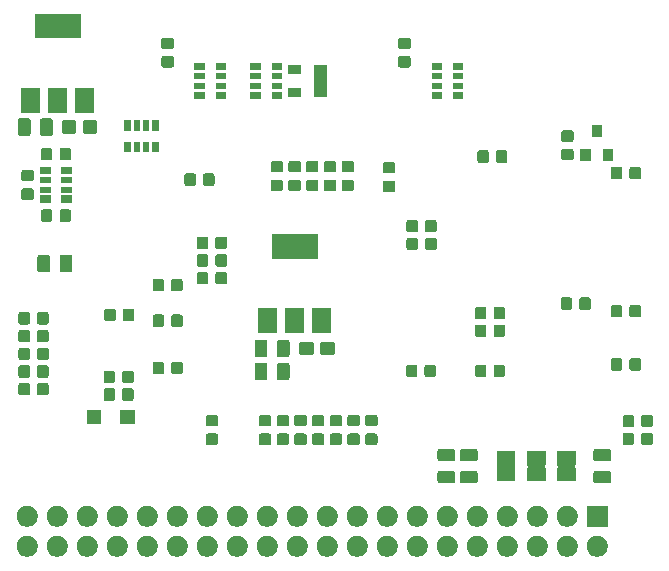
<source format=gbr>
G04 #@! TF.GenerationSoftware,KiCad,Pcbnew,(5.1.6-0-10_14)*
G04 #@! TF.CreationDate,2020-08-15T08:11:16-07:00*
G04 #@! TF.ProjectId,fpga-ice40,66706761-2d69-4636-9534-302e6b696361,r0.1*
G04 #@! TF.SameCoordinates,Original*
G04 #@! TF.FileFunction,Soldermask,Bot*
G04 #@! TF.FilePolarity,Negative*
%FSLAX46Y46*%
G04 Gerber Fmt 4.6, Leading zero omitted, Abs format (unit mm)*
G04 Created by KiCad (PCBNEW (5.1.6-0-10_14)) date 2020-08-15 08:11:16*
%MOMM*%
%LPD*%
G01*
G04 APERTURE LIST*
%ADD10C,0.100000*%
G04 APERTURE END LIST*
D10*
G36*
X186932520Y-114724586D02*
G01*
X187096310Y-114792430D01*
X187243717Y-114890924D01*
X187369076Y-115016283D01*
X187467570Y-115163690D01*
X187535414Y-115327480D01*
X187570000Y-115501358D01*
X187570000Y-115678642D01*
X187535414Y-115852520D01*
X187467570Y-116016310D01*
X187369076Y-116163717D01*
X187243717Y-116289076D01*
X187096310Y-116387570D01*
X187096309Y-116387571D01*
X187096308Y-116387571D01*
X186932520Y-116455414D01*
X186758644Y-116490000D01*
X186581356Y-116490000D01*
X186407480Y-116455414D01*
X186243692Y-116387571D01*
X186243691Y-116387571D01*
X186243690Y-116387570D01*
X186096283Y-116289076D01*
X185970924Y-116163717D01*
X185872430Y-116016310D01*
X185804586Y-115852520D01*
X185770000Y-115678642D01*
X185770000Y-115501358D01*
X185804586Y-115327480D01*
X185872430Y-115163690D01*
X185970924Y-115016283D01*
X186096283Y-114890924D01*
X186243690Y-114792430D01*
X186407480Y-114724586D01*
X186581356Y-114690000D01*
X186758644Y-114690000D01*
X186932520Y-114724586D01*
G37*
G36*
X184392520Y-114724586D02*
G01*
X184556310Y-114792430D01*
X184703717Y-114890924D01*
X184829076Y-115016283D01*
X184927570Y-115163690D01*
X184995414Y-115327480D01*
X185030000Y-115501358D01*
X185030000Y-115678642D01*
X184995414Y-115852520D01*
X184927570Y-116016310D01*
X184829076Y-116163717D01*
X184703717Y-116289076D01*
X184556310Y-116387570D01*
X184556309Y-116387571D01*
X184556308Y-116387571D01*
X184392520Y-116455414D01*
X184218644Y-116490000D01*
X184041356Y-116490000D01*
X183867480Y-116455414D01*
X183703692Y-116387571D01*
X183703691Y-116387571D01*
X183703690Y-116387570D01*
X183556283Y-116289076D01*
X183430924Y-116163717D01*
X183332430Y-116016310D01*
X183264586Y-115852520D01*
X183230000Y-115678642D01*
X183230000Y-115501358D01*
X183264586Y-115327480D01*
X183332430Y-115163690D01*
X183430924Y-115016283D01*
X183556283Y-114890924D01*
X183703690Y-114792430D01*
X183867480Y-114724586D01*
X184041356Y-114690000D01*
X184218644Y-114690000D01*
X184392520Y-114724586D01*
G37*
G36*
X181852520Y-114724586D02*
G01*
X182016310Y-114792430D01*
X182163717Y-114890924D01*
X182289076Y-115016283D01*
X182387570Y-115163690D01*
X182455414Y-115327480D01*
X182490000Y-115501358D01*
X182490000Y-115678642D01*
X182455414Y-115852520D01*
X182387570Y-116016310D01*
X182289076Y-116163717D01*
X182163717Y-116289076D01*
X182016310Y-116387570D01*
X182016309Y-116387571D01*
X182016308Y-116387571D01*
X181852520Y-116455414D01*
X181678644Y-116490000D01*
X181501356Y-116490000D01*
X181327480Y-116455414D01*
X181163692Y-116387571D01*
X181163691Y-116387571D01*
X181163690Y-116387570D01*
X181016283Y-116289076D01*
X180890924Y-116163717D01*
X180792430Y-116016310D01*
X180724586Y-115852520D01*
X180690000Y-115678642D01*
X180690000Y-115501358D01*
X180724586Y-115327480D01*
X180792430Y-115163690D01*
X180890924Y-115016283D01*
X181016283Y-114890924D01*
X181163690Y-114792430D01*
X181327480Y-114724586D01*
X181501356Y-114690000D01*
X181678644Y-114690000D01*
X181852520Y-114724586D01*
G37*
G36*
X179312520Y-114724586D02*
G01*
X179476310Y-114792430D01*
X179623717Y-114890924D01*
X179749076Y-115016283D01*
X179847570Y-115163690D01*
X179915414Y-115327480D01*
X179950000Y-115501358D01*
X179950000Y-115678642D01*
X179915414Y-115852520D01*
X179847570Y-116016310D01*
X179749076Y-116163717D01*
X179623717Y-116289076D01*
X179476310Y-116387570D01*
X179476309Y-116387571D01*
X179476308Y-116387571D01*
X179312520Y-116455414D01*
X179138644Y-116490000D01*
X178961356Y-116490000D01*
X178787480Y-116455414D01*
X178623692Y-116387571D01*
X178623691Y-116387571D01*
X178623690Y-116387570D01*
X178476283Y-116289076D01*
X178350924Y-116163717D01*
X178252430Y-116016310D01*
X178184586Y-115852520D01*
X178150000Y-115678642D01*
X178150000Y-115501358D01*
X178184586Y-115327480D01*
X178252430Y-115163690D01*
X178350924Y-115016283D01*
X178476283Y-114890924D01*
X178623690Y-114792430D01*
X178787480Y-114724586D01*
X178961356Y-114690000D01*
X179138644Y-114690000D01*
X179312520Y-114724586D01*
G37*
G36*
X176772520Y-114724586D02*
G01*
X176936310Y-114792430D01*
X177083717Y-114890924D01*
X177209076Y-115016283D01*
X177307570Y-115163690D01*
X177375414Y-115327480D01*
X177410000Y-115501358D01*
X177410000Y-115678642D01*
X177375414Y-115852520D01*
X177307570Y-116016310D01*
X177209076Y-116163717D01*
X177083717Y-116289076D01*
X176936310Y-116387570D01*
X176936309Y-116387571D01*
X176936308Y-116387571D01*
X176772520Y-116455414D01*
X176598644Y-116490000D01*
X176421356Y-116490000D01*
X176247480Y-116455414D01*
X176083692Y-116387571D01*
X176083691Y-116387571D01*
X176083690Y-116387570D01*
X175936283Y-116289076D01*
X175810924Y-116163717D01*
X175712430Y-116016310D01*
X175644586Y-115852520D01*
X175610000Y-115678642D01*
X175610000Y-115501358D01*
X175644586Y-115327480D01*
X175712430Y-115163690D01*
X175810924Y-115016283D01*
X175936283Y-114890924D01*
X176083690Y-114792430D01*
X176247480Y-114724586D01*
X176421356Y-114690000D01*
X176598644Y-114690000D01*
X176772520Y-114724586D01*
G37*
G36*
X174232520Y-114724586D02*
G01*
X174396310Y-114792430D01*
X174543717Y-114890924D01*
X174669076Y-115016283D01*
X174767570Y-115163690D01*
X174835414Y-115327480D01*
X174870000Y-115501358D01*
X174870000Y-115678642D01*
X174835414Y-115852520D01*
X174767570Y-116016310D01*
X174669076Y-116163717D01*
X174543717Y-116289076D01*
X174396310Y-116387570D01*
X174396309Y-116387571D01*
X174396308Y-116387571D01*
X174232520Y-116455414D01*
X174058644Y-116490000D01*
X173881356Y-116490000D01*
X173707480Y-116455414D01*
X173543692Y-116387571D01*
X173543691Y-116387571D01*
X173543690Y-116387570D01*
X173396283Y-116289076D01*
X173270924Y-116163717D01*
X173172430Y-116016310D01*
X173104586Y-115852520D01*
X173070000Y-115678642D01*
X173070000Y-115501358D01*
X173104586Y-115327480D01*
X173172430Y-115163690D01*
X173270924Y-115016283D01*
X173396283Y-114890924D01*
X173543690Y-114792430D01*
X173707480Y-114724586D01*
X173881356Y-114690000D01*
X174058644Y-114690000D01*
X174232520Y-114724586D01*
G37*
G36*
X171692520Y-114724586D02*
G01*
X171856310Y-114792430D01*
X172003717Y-114890924D01*
X172129076Y-115016283D01*
X172227570Y-115163690D01*
X172295414Y-115327480D01*
X172330000Y-115501358D01*
X172330000Y-115678642D01*
X172295414Y-115852520D01*
X172227570Y-116016310D01*
X172129076Y-116163717D01*
X172003717Y-116289076D01*
X171856310Y-116387570D01*
X171856309Y-116387571D01*
X171856308Y-116387571D01*
X171692520Y-116455414D01*
X171518644Y-116490000D01*
X171341356Y-116490000D01*
X171167480Y-116455414D01*
X171003692Y-116387571D01*
X171003691Y-116387571D01*
X171003690Y-116387570D01*
X170856283Y-116289076D01*
X170730924Y-116163717D01*
X170632430Y-116016310D01*
X170564586Y-115852520D01*
X170530000Y-115678642D01*
X170530000Y-115501358D01*
X170564586Y-115327480D01*
X170632430Y-115163690D01*
X170730924Y-115016283D01*
X170856283Y-114890924D01*
X171003690Y-114792430D01*
X171167480Y-114724586D01*
X171341356Y-114690000D01*
X171518644Y-114690000D01*
X171692520Y-114724586D01*
G37*
G36*
X169152520Y-114724586D02*
G01*
X169316310Y-114792430D01*
X169463717Y-114890924D01*
X169589076Y-115016283D01*
X169687570Y-115163690D01*
X169755414Y-115327480D01*
X169790000Y-115501358D01*
X169790000Y-115678642D01*
X169755414Y-115852520D01*
X169687570Y-116016310D01*
X169589076Y-116163717D01*
X169463717Y-116289076D01*
X169316310Y-116387570D01*
X169316309Y-116387571D01*
X169316308Y-116387571D01*
X169152520Y-116455414D01*
X168978644Y-116490000D01*
X168801356Y-116490000D01*
X168627480Y-116455414D01*
X168463692Y-116387571D01*
X168463691Y-116387571D01*
X168463690Y-116387570D01*
X168316283Y-116289076D01*
X168190924Y-116163717D01*
X168092430Y-116016310D01*
X168024586Y-115852520D01*
X167990000Y-115678642D01*
X167990000Y-115501358D01*
X168024586Y-115327480D01*
X168092430Y-115163690D01*
X168190924Y-115016283D01*
X168316283Y-114890924D01*
X168463690Y-114792430D01*
X168627480Y-114724586D01*
X168801356Y-114690000D01*
X168978644Y-114690000D01*
X169152520Y-114724586D01*
G37*
G36*
X166612520Y-114724586D02*
G01*
X166776310Y-114792430D01*
X166923717Y-114890924D01*
X167049076Y-115016283D01*
X167147570Y-115163690D01*
X167215414Y-115327480D01*
X167250000Y-115501358D01*
X167250000Y-115678642D01*
X167215414Y-115852520D01*
X167147570Y-116016310D01*
X167049076Y-116163717D01*
X166923717Y-116289076D01*
X166776310Y-116387570D01*
X166776309Y-116387571D01*
X166776308Y-116387571D01*
X166612520Y-116455414D01*
X166438644Y-116490000D01*
X166261356Y-116490000D01*
X166087480Y-116455414D01*
X165923692Y-116387571D01*
X165923691Y-116387571D01*
X165923690Y-116387570D01*
X165776283Y-116289076D01*
X165650924Y-116163717D01*
X165552430Y-116016310D01*
X165484586Y-115852520D01*
X165450000Y-115678642D01*
X165450000Y-115501358D01*
X165484586Y-115327480D01*
X165552430Y-115163690D01*
X165650924Y-115016283D01*
X165776283Y-114890924D01*
X165923690Y-114792430D01*
X166087480Y-114724586D01*
X166261356Y-114690000D01*
X166438644Y-114690000D01*
X166612520Y-114724586D01*
G37*
G36*
X164072520Y-114724586D02*
G01*
X164236310Y-114792430D01*
X164383717Y-114890924D01*
X164509076Y-115016283D01*
X164607570Y-115163690D01*
X164675414Y-115327480D01*
X164710000Y-115501358D01*
X164710000Y-115678642D01*
X164675414Y-115852520D01*
X164607570Y-116016310D01*
X164509076Y-116163717D01*
X164383717Y-116289076D01*
X164236310Y-116387570D01*
X164236309Y-116387571D01*
X164236308Y-116387571D01*
X164072520Y-116455414D01*
X163898644Y-116490000D01*
X163721356Y-116490000D01*
X163547480Y-116455414D01*
X163383692Y-116387571D01*
X163383691Y-116387571D01*
X163383690Y-116387570D01*
X163236283Y-116289076D01*
X163110924Y-116163717D01*
X163012430Y-116016310D01*
X162944586Y-115852520D01*
X162910000Y-115678642D01*
X162910000Y-115501358D01*
X162944586Y-115327480D01*
X163012430Y-115163690D01*
X163110924Y-115016283D01*
X163236283Y-114890924D01*
X163383690Y-114792430D01*
X163547480Y-114724586D01*
X163721356Y-114690000D01*
X163898644Y-114690000D01*
X164072520Y-114724586D01*
G37*
G36*
X161532520Y-114724586D02*
G01*
X161696310Y-114792430D01*
X161843717Y-114890924D01*
X161969076Y-115016283D01*
X162067570Y-115163690D01*
X162135414Y-115327480D01*
X162170000Y-115501358D01*
X162170000Y-115678642D01*
X162135414Y-115852520D01*
X162067570Y-116016310D01*
X161969076Y-116163717D01*
X161843717Y-116289076D01*
X161696310Y-116387570D01*
X161696309Y-116387571D01*
X161696308Y-116387571D01*
X161532520Y-116455414D01*
X161358644Y-116490000D01*
X161181356Y-116490000D01*
X161007480Y-116455414D01*
X160843692Y-116387571D01*
X160843691Y-116387571D01*
X160843690Y-116387570D01*
X160696283Y-116289076D01*
X160570924Y-116163717D01*
X160472430Y-116016310D01*
X160404586Y-115852520D01*
X160370000Y-115678642D01*
X160370000Y-115501358D01*
X160404586Y-115327480D01*
X160472430Y-115163690D01*
X160570924Y-115016283D01*
X160696283Y-114890924D01*
X160843690Y-114792430D01*
X161007480Y-114724586D01*
X161181356Y-114690000D01*
X161358644Y-114690000D01*
X161532520Y-114724586D01*
G37*
G36*
X158992520Y-114724586D02*
G01*
X159156310Y-114792430D01*
X159303717Y-114890924D01*
X159429076Y-115016283D01*
X159527570Y-115163690D01*
X159595414Y-115327480D01*
X159630000Y-115501358D01*
X159630000Y-115678642D01*
X159595414Y-115852520D01*
X159527570Y-116016310D01*
X159429076Y-116163717D01*
X159303717Y-116289076D01*
X159156310Y-116387570D01*
X159156309Y-116387571D01*
X159156308Y-116387571D01*
X158992520Y-116455414D01*
X158818644Y-116490000D01*
X158641356Y-116490000D01*
X158467480Y-116455414D01*
X158303692Y-116387571D01*
X158303691Y-116387571D01*
X158303690Y-116387570D01*
X158156283Y-116289076D01*
X158030924Y-116163717D01*
X157932430Y-116016310D01*
X157864586Y-115852520D01*
X157830000Y-115678642D01*
X157830000Y-115501358D01*
X157864586Y-115327480D01*
X157932430Y-115163690D01*
X158030924Y-115016283D01*
X158156283Y-114890924D01*
X158303690Y-114792430D01*
X158467480Y-114724586D01*
X158641356Y-114690000D01*
X158818644Y-114690000D01*
X158992520Y-114724586D01*
G37*
G36*
X156452520Y-114724586D02*
G01*
X156616310Y-114792430D01*
X156763717Y-114890924D01*
X156889076Y-115016283D01*
X156987570Y-115163690D01*
X157055414Y-115327480D01*
X157090000Y-115501358D01*
X157090000Y-115678642D01*
X157055414Y-115852520D01*
X156987570Y-116016310D01*
X156889076Y-116163717D01*
X156763717Y-116289076D01*
X156616310Y-116387570D01*
X156616309Y-116387571D01*
X156616308Y-116387571D01*
X156452520Y-116455414D01*
X156278644Y-116490000D01*
X156101356Y-116490000D01*
X155927480Y-116455414D01*
X155763692Y-116387571D01*
X155763691Y-116387571D01*
X155763690Y-116387570D01*
X155616283Y-116289076D01*
X155490924Y-116163717D01*
X155392430Y-116016310D01*
X155324586Y-115852520D01*
X155290000Y-115678642D01*
X155290000Y-115501358D01*
X155324586Y-115327480D01*
X155392430Y-115163690D01*
X155490924Y-115016283D01*
X155616283Y-114890924D01*
X155763690Y-114792430D01*
X155927480Y-114724586D01*
X156101356Y-114690000D01*
X156278644Y-114690000D01*
X156452520Y-114724586D01*
G37*
G36*
X153912520Y-114724586D02*
G01*
X154076310Y-114792430D01*
X154223717Y-114890924D01*
X154349076Y-115016283D01*
X154447570Y-115163690D01*
X154515414Y-115327480D01*
X154550000Y-115501358D01*
X154550000Y-115678642D01*
X154515414Y-115852520D01*
X154447570Y-116016310D01*
X154349076Y-116163717D01*
X154223717Y-116289076D01*
X154076310Y-116387570D01*
X154076309Y-116387571D01*
X154076308Y-116387571D01*
X153912520Y-116455414D01*
X153738644Y-116490000D01*
X153561356Y-116490000D01*
X153387480Y-116455414D01*
X153223692Y-116387571D01*
X153223691Y-116387571D01*
X153223690Y-116387570D01*
X153076283Y-116289076D01*
X152950924Y-116163717D01*
X152852430Y-116016310D01*
X152784586Y-115852520D01*
X152750000Y-115678642D01*
X152750000Y-115501358D01*
X152784586Y-115327480D01*
X152852430Y-115163690D01*
X152950924Y-115016283D01*
X153076283Y-114890924D01*
X153223690Y-114792430D01*
X153387480Y-114724586D01*
X153561356Y-114690000D01*
X153738644Y-114690000D01*
X153912520Y-114724586D01*
G37*
G36*
X151372520Y-114724586D02*
G01*
X151536310Y-114792430D01*
X151683717Y-114890924D01*
X151809076Y-115016283D01*
X151907570Y-115163690D01*
X151975414Y-115327480D01*
X152010000Y-115501358D01*
X152010000Y-115678642D01*
X151975414Y-115852520D01*
X151907570Y-116016310D01*
X151809076Y-116163717D01*
X151683717Y-116289076D01*
X151536310Y-116387570D01*
X151536309Y-116387571D01*
X151536308Y-116387571D01*
X151372520Y-116455414D01*
X151198644Y-116490000D01*
X151021356Y-116490000D01*
X150847480Y-116455414D01*
X150683692Y-116387571D01*
X150683691Y-116387571D01*
X150683690Y-116387570D01*
X150536283Y-116289076D01*
X150410924Y-116163717D01*
X150312430Y-116016310D01*
X150244586Y-115852520D01*
X150210000Y-115678642D01*
X150210000Y-115501358D01*
X150244586Y-115327480D01*
X150312430Y-115163690D01*
X150410924Y-115016283D01*
X150536283Y-114890924D01*
X150683690Y-114792430D01*
X150847480Y-114724586D01*
X151021356Y-114690000D01*
X151198644Y-114690000D01*
X151372520Y-114724586D01*
G37*
G36*
X148832520Y-114724586D02*
G01*
X148996310Y-114792430D01*
X149143717Y-114890924D01*
X149269076Y-115016283D01*
X149367570Y-115163690D01*
X149435414Y-115327480D01*
X149470000Y-115501358D01*
X149470000Y-115678642D01*
X149435414Y-115852520D01*
X149367570Y-116016310D01*
X149269076Y-116163717D01*
X149143717Y-116289076D01*
X148996310Y-116387570D01*
X148996309Y-116387571D01*
X148996308Y-116387571D01*
X148832520Y-116455414D01*
X148658644Y-116490000D01*
X148481356Y-116490000D01*
X148307480Y-116455414D01*
X148143692Y-116387571D01*
X148143691Y-116387571D01*
X148143690Y-116387570D01*
X147996283Y-116289076D01*
X147870924Y-116163717D01*
X147772430Y-116016310D01*
X147704586Y-115852520D01*
X147670000Y-115678642D01*
X147670000Y-115501358D01*
X147704586Y-115327480D01*
X147772430Y-115163690D01*
X147870924Y-115016283D01*
X147996283Y-114890924D01*
X148143690Y-114792430D01*
X148307480Y-114724586D01*
X148481356Y-114690000D01*
X148658644Y-114690000D01*
X148832520Y-114724586D01*
G37*
G36*
X146292520Y-114724586D02*
G01*
X146456310Y-114792430D01*
X146603717Y-114890924D01*
X146729076Y-115016283D01*
X146827570Y-115163690D01*
X146895414Y-115327480D01*
X146930000Y-115501358D01*
X146930000Y-115678642D01*
X146895414Y-115852520D01*
X146827570Y-116016310D01*
X146729076Y-116163717D01*
X146603717Y-116289076D01*
X146456310Y-116387570D01*
X146456309Y-116387571D01*
X146456308Y-116387571D01*
X146292520Y-116455414D01*
X146118644Y-116490000D01*
X145941356Y-116490000D01*
X145767480Y-116455414D01*
X145603692Y-116387571D01*
X145603691Y-116387571D01*
X145603690Y-116387570D01*
X145456283Y-116289076D01*
X145330924Y-116163717D01*
X145232430Y-116016310D01*
X145164586Y-115852520D01*
X145130000Y-115678642D01*
X145130000Y-115501358D01*
X145164586Y-115327480D01*
X145232430Y-115163690D01*
X145330924Y-115016283D01*
X145456283Y-114890924D01*
X145603690Y-114792430D01*
X145767480Y-114724586D01*
X145941356Y-114690000D01*
X146118644Y-114690000D01*
X146292520Y-114724586D01*
G37*
G36*
X143752520Y-114724586D02*
G01*
X143916310Y-114792430D01*
X144063717Y-114890924D01*
X144189076Y-115016283D01*
X144287570Y-115163690D01*
X144355414Y-115327480D01*
X144390000Y-115501358D01*
X144390000Y-115678642D01*
X144355414Y-115852520D01*
X144287570Y-116016310D01*
X144189076Y-116163717D01*
X144063717Y-116289076D01*
X143916310Y-116387570D01*
X143916309Y-116387571D01*
X143916308Y-116387571D01*
X143752520Y-116455414D01*
X143578644Y-116490000D01*
X143401356Y-116490000D01*
X143227480Y-116455414D01*
X143063692Y-116387571D01*
X143063691Y-116387571D01*
X143063690Y-116387570D01*
X142916283Y-116289076D01*
X142790924Y-116163717D01*
X142692430Y-116016310D01*
X142624586Y-115852520D01*
X142590000Y-115678642D01*
X142590000Y-115501358D01*
X142624586Y-115327480D01*
X142692430Y-115163690D01*
X142790924Y-115016283D01*
X142916283Y-114890924D01*
X143063690Y-114792430D01*
X143227480Y-114724586D01*
X143401356Y-114690000D01*
X143578644Y-114690000D01*
X143752520Y-114724586D01*
G37*
G36*
X141212520Y-114724586D02*
G01*
X141376310Y-114792430D01*
X141523717Y-114890924D01*
X141649076Y-115016283D01*
X141747570Y-115163690D01*
X141815414Y-115327480D01*
X141850000Y-115501358D01*
X141850000Y-115678642D01*
X141815414Y-115852520D01*
X141747570Y-116016310D01*
X141649076Y-116163717D01*
X141523717Y-116289076D01*
X141376310Y-116387570D01*
X141376309Y-116387571D01*
X141376308Y-116387571D01*
X141212520Y-116455414D01*
X141038644Y-116490000D01*
X140861356Y-116490000D01*
X140687480Y-116455414D01*
X140523692Y-116387571D01*
X140523691Y-116387571D01*
X140523690Y-116387570D01*
X140376283Y-116289076D01*
X140250924Y-116163717D01*
X140152430Y-116016310D01*
X140084586Y-115852520D01*
X140050000Y-115678642D01*
X140050000Y-115501358D01*
X140084586Y-115327480D01*
X140152430Y-115163690D01*
X140250924Y-115016283D01*
X140376283Y-114890924D01*
X140523690Y-114792430D01*
X140687480Y-114724586D01*
X140861356Y-114690000D01*
X141038644Y-114690000D01*
X141212520Y-114724586D01*
G37*
G36*
X138672520Y-114724586D02*
G01*
X138836310Y-114792430D01*
X138983717Y-114890924D01*
X139109076Y-115016283D01*
X139207570Y-115163690D01*
X139275414Y-115327480D01*
X139310000Y-115501358D01*
X139310000Y-115678642D01*
X139275414Y-115852520D01*
X139207570Y-116016310D01*
X139109076Y-116163717D01*
X138983717Y-116289076D01*
X138836310Y-116387570D01*
X138836309Y-116387571D01*
X138836308Y-116387571D01*
X138672520Y-116455414D01*
X138498644Y-116490000D01*
X138321356Y-116490000D01*
X138147480Y-116455414D01*
X137983692Y-116387571D01*
X137983691Y-116387571D01*
X137983690Y-116387570D01*
X137836283Y-116289076D01*
X137710924Y-116163717D01*
X137612430Y-116016310D01*
X137544586Y-115852520D01*
X137510000Y-115678642D01*
X137510000Y-115501358D01*
X137544586Y-115327480D01*
X137612430Y-115163690D01*
X137710924Y-115016283D01*
X137836283Y-114890924D01*
X137983690Y-114792430D01*
X138147480Y-114724586D01*
X138321356Y-114690000D01*
X138498644Y-114690000D01*
X138672520Y-114724586D01*
G37*
G36*
X158992520Y-112184586D02*
G01*
X159156310Y-112252430D01*
X159303717Y-112350924D01*
X159429076Y-112476283D01*
X159527570Y-112623690D01*
X159595414Y-112787480D01*
X159630000Y-112961358D01*
X159630000Y-113138642D01*
X159595414Y-113312520D01*
X159527570Y-113476310D01*
X159429076Y-113623717D01*
X159303717Y-113749076D01*
X159156310Y-113847570D01*
X159156309Y-113847571D01*
X159156308Y-113847571D01*
X158992520Y-113915414D01*
X158818644Y-113950000D01*
X158641356Y-113950000D01*
X158467480Y-113915414D01*
X158303692Y-113847571D01*
X158303691Y-113847571D01*
X158303690Y-113847570D01*
X158156283Y-113749076D01*
X158030924Y-113623717D01*
X157932430Y-113476310D01*
X157864586Y-113312520D01*
X157830000Y-113138642D01*
X157830000Y-112961358D01*
X157864586Y-112787480D01*
X157932430Y-112623690D01*
X158030924Y-112476283D01*
X158156283Y-112350924D01*
X158303690Y-112252430D01*
X158467480Y-112184586D01*
X158641356Y-112150000D01*
X158818644Y-112150000D01*
X158992520Y-112184586D01*
G37*
G36*
X143752520Y-112184586D02*
G01*
X143916310Y-112252430D01*
X144063717Y-112350924D01*
X144189076Y-112476283D01*
X144287570Y-112623690D01*
X144355414Y-112787480D01*
X144390000Y-112961358D01*
X144390000Y-113138642D01*
X144355414Y-113312520D01*
X144287570Y-113476310D01*
X144189076Y-113623717D01*
X144063717Y-113749076D01*
X143916310Y-113847570D01*
X143916309Y-113847571D01*
X143916308Y-113847571D01*
X143752520Y-113915414D01*
X143578644Y-113950000D01*
X143401356Y-113950000D01*
X143227480Y-113915414D01*
X143063692Y-113847571D01*
X143063691Y-113847571D01*
X143063690Y-113847570D01*
X142916283Y-113749076D01*
X142790924Y-113623717D01*
X142692430Y-113476310D01*
X142624586Y-113312520D01*
X142590000Y-113138642D01*
X142590000Y-112961358D01*
X142624586Y-112787480D01*
X142692430Y-112623690D01*
X142790924Y-112476283D01*
X142916283Y-112350924D01*
X143063690Y-112252430D01*
X143227480Y-112184586D01*
X143401356Y-112150000D01*
X143578644Y-112150000D01*
X143752520Y-112184586D01*
G37*
G36*
X187570000Y-113950000D02*
G01*
X185770000Y-113950000D01*
X185770000Y-112150000D01*
X187570000Y-112150000D01*
X187570000Y-113950000D01*
G37*
G36*
X146292520Y-112184586D02*
G01*
X146456310Y-112252430D01*
X146603717Y-112350924D01*
X146729076Y-112476283D01*
X146827570Y-112623690D01*
X146895414Y-112787480D01*
X146930000Y-112961358D01*
X146930000Y-113138642D01*
X146895414Y-113312520D01*
X146827570Y-113476310D01*
X146729076Y-113623717D01*
X146603717Y-113749076D01*
X146456310Y-113847570D01*
X146456309Y-113847571D01*
X146456308Y-113847571D01*
X146292520Y-113915414D01*
X146118644Y-113950000D01*
X145941356Y-113950000D01*
X145767480Y-113915414D01*
X145603692Y-113847571D01*
X145603691Y-113847571D01*
X145603690Y-113847570D01*
X145456283Y-113749076D01*
X145330924Y-113623717D01*
X145232430Y-113476310D01*
X145164586Y-113312520D01*
X145130000Y-113138642D01*
X145130000Y-112961358D01*
X145164586Y-112787480D01*
X145232430Y-112623690D01*
X145330924Y-112476283D01*
X145456283Y-112350924D01*
X145603690Y-112252430D01*
X145767480Y-112184586D01*
X145941356Y-112150000D01*
X146118644Y-112150000D01*
X146292520Y-112184586D01*
G37*
G36*
X138672520Y-112184586D02*
G01*
X138836310Y-112252430D01*
X138983717Y-112350924D01*
X139109076Y-112476283D01*
X139207570Y-112623690D01*
X139275414Y-112787480D01*
X139310000Y-112961358D01*
X139310000Y-113138642D01*
X139275414Y-113312520D01*
X139207570Y-113476310D01*
X139109076Y-113623717D01*
X138983717Y-113749076D01*
X138836310Y-113847570D01*
X138836309Y-113847571D01*
X138836308Y-113847571D01*
X138672520Y-113915414D01*
X138498644Y-113950000D01*
X138321356Y-113950000D01*
X138147480Y-113915414D01*
X137983692Y-113847571D01*
X137983691Y-113847571D01*
X137983690Y-113847570D01*
X137836283Y-113749076D01*
X137710924Y-113623717D01*
X137612430Y-113476310D01*
X137544586Y-113312520D01*
X137510000Y-113138642D01*
X137510000Y-112961358D01*
X137544586Y-112787480D01*
X137612430Y-112623690D01*
X137710924Y-112476283D01*
X137836283Y-112350924D01*
X137983690Y-112252430D01*
X138147480Y-112184586D01*
X138321356Y-112150000D01*
X138498644Y-112150000D01*
X138672520Y-112184586D01*
G37*
G36*
X184392520Y-112184586D02*
G01*
X184556310Y-112252430D01*
X184703717Y-112350924D01*
X184829076Y-112476283D01*
X184927570Y-112623690D01*
X184995414Y-112787480D01*
X185030000Y-112961358D01*
X185030000Y-113138642D01*
X184995414Y-113312520D01*
X184927570Y-113476310D01*
X184829076Y-113623717D01*
X184703717Y-113749076D01*
X184556310Y-113847570D01*
X184556309Y-113847571D01*
X184556308Y-113847571D01*
X184392520Y-113915414D01*
X184218644Y-113950000D01*
X184041356Y-113950000D01*
X183867480Y-113915414D01*
X183703692Y-113847571D01*
X183703691Y-113847571D01*
X183703690Y-113847570D01*
X183556283Y-113749076D01*
X183430924Y-113623717D01*
X183332430Y-113476310D01*
X183264586Y-113312520D01*
X183230000Y-113138642D01*
X183230000Y-112961358D01*
X183264586Y-112787480D01*
X183332430Y-112623690D01*
X183430924Y-112476283D01*
X183556283Y-112350924D01*
X183703690Y-112252430D01*
X183867480Y-112184586D01*
X184041356Y-112150000D01*
X184218644Y-112150000D01*
X184392520Y-112184586D01*
G37*
G36*
X148832520Y-112184586D02*
G01*
X148996310Y-112252430D01*
X149143717Y-112350924D01*
X149269076Y-112476283D01*
X149367570Y-112623690D01*
X149435414Y-112787480D01*
X149470000Y-112961358D01*
X149470000Y-113138642D01*
X149435414Y-113312520D01*
X149367570Y-113476310D01*
X149269076Y-113623717D01*
X149143717Y-113749076D01*
X148996310Y-113847570D01*
X148996309Y-113847571D01*
X148996308Y-113847571D01*
X148832520Y-113915414D01*
X148658644Y-113950000D01*
X148481356Y-113950000D01*
X148307480Y-113915414D01*
X148143692Y-113847571D01*
X148143691Y-113847571D01*
X148143690Y-113847570D01*
X147996283Y-113749076D01*
X147870924Y-113623717D01*
X147772430Y-113476310D01*
X147704586Y-113312520D01*
X147670000Y-113138642D01*
X147670000Y-112961358D01*
X147704586Y-112787480D01*
X147772430Y-112623690D01*
X147870924Y-112476283D01*
X147996283Y-112350924D01*
X148143690Y-112252430D01*
X148307480Y-112184586D01*
X148481356Y-112150000D01*
X148658644Y-112150000D01*
X148832520Y-112184586D01*
G37*
G36*
X141212520Y-112184586D02*
G01*
X141376310Y-112252430D01*
X141523717Y-112350924D01*
X141649076Y-112476283D01*
X141747570Y-112623690D01*
X141815414Y-112787480D01*
X141850000Y-112961358D01*
X141850000Y-113138642D01*
X141815414Y-113312520D01*
X141747570Y-113476310D01*
X141649076Y-113623717D01*
X141523717Y-113749076D01*
X141376310Y-113847570D01*
X141376309Y-113847571D01*
X141376308Y-113847571D01*
X141212520Y-113915414D01*
X141038644Y-113950000D01*
X140861356Y-113950000D01*
X140687480Y-113915414D01*
X140523692Y-113847571D01*
X140523691Y-113847571D01*
X140523690Y-113847570D01*
X140376283Y-113749076D01*
X140250924Y-113623717D01*
X140152430Y-113476310D01*
X140084586Y-113312520D01*
X140050000Y-113138642D01*
X140050000Y-112961358D01*
X140084586Y-112787480D01*
X140152430Y-112623690D01*
X140250924Y-112476283D01*
X140376283Y-112350924D01*
X140523690Y-112252430D01*
X140687480Y-112184586D01*
X140861356Y-112150000D01*
X141038644Y-112150000D01*
X141212520Y-112184586D01*
G37*
G36*
X181852520Y-112184586D02*
G01*
X182016310Y-112252430D01*
X182163717Y-112350924D01*
X182289076Y-112476283D01*
X182387570Y-112623690D01*
X182455414Y-112787480D01*
X182490000Y-112961358D01*
X182490000Y-113138642D01*
X182455414Y-113312520D01*
X182387570Y-113476310D01*
X182289076Y-113623717D01*
X182163717Y-113749076D01*
X182016310Y-113847570D01*
X182016309Y-113847571D01*
X182016308Y-113847571D01*
X181852520Y-113915414D01*
X181678644Y-113950000D01*
X181501356Y-113950000D01*
X181327480Y-113915414D01*
X181163692Y-113847571D01*
X181163691Y-113847571D01*
X181163690Y-113847570D01*
X181016283Y-113749076D01*
X180890924Y-113623717D01*
X180792430Y-113476310D01*
X180724586Y-113312520D01*
X180690000Y-113138642D01*
X180690000Y-112961358D01*
X180724586Y-112787480D01*
X180792430Y-112623690D01*
X180890924Y-112476283D01*
X181016283Y-112350924D01*
X181163690Y-112252430D01*
X181327480Y-112184586D01*
X181501356Y-112150000D01*
X181678644Y-112150000D01*
X181852520Y-112184586D01*
G37*
G36*
X151372520Y-112184586D02*
G01*
X151536310Y-112252430D01*
X151683717Y-112350924D01*
X151809076Y-112476283D01*
X151907570Y-112623690D01*
X151975414Y-112787480D01*
X152010000Y-112961358D01*
X152010000Y-113138642D01*
X151975414Y-113312520D01*
X151907570Y-113476310D01*
X151809076Y-113623717D01*
X151683717Y-113749076D01*
X151536310Y-113847570D01*
X151536309Y-113847571D01*
X151536308Y-113847571D01*
X151372520Y-113915414D01*
X151198644Y-113950000D01*
X151021356Y-113950000D01*
X150847480Y-113915414D01*
X150683692Y-113847571D01*
X150683691Y-113847571D01*
X150683690Y-113847570D01*
X150536283Y-113749076D01*
X150410924Y-113623717D01*
X150312430Y-113476310D01*
X150244586Y-113312520D01*
X150210000Y-113138642D01*
X150210000Y-112961358D01*
X150244586Y-112787480D01*
X150312430Y-112623690D01*
X150410924Y-112476283D01*
X150536283Y-112350924D01*
X150683690Y-112252430D01*
X150847480Y-112184586D01*
X151021356Y-112150000D01*
X151198644Y-112150000D01*
X151372520Y-112184586D01*
G37*
G36*
X179312520Y-112184586D02*
G01*
X179476310Y-112252430D01*
X179623717Y-112350924D01*
X179749076Y-112476283D01*
X179847570Y-112623690D01*
X179915414Y-112787480D01*
X179950000Y-112961358D01*
X179950000Y-113138642D01*
X179915414Y-113312520D01*
X179847570Y-113476310D01*
X179749076Y-113623717D01*
X179623717Y-113749076D01*
X179476310Y-113847570D01*
X179476309Y-113847571D01*
X179476308Y-113847571D01*
X179312520Y-113915414D01*
X179138644Y-113950000D01*
X178961356Y-113950000D01*
X178787480Y-113915414D01*
X178623692Y-113847571D01*
X178623691Y-113847571D01*
X178623690Y-113847570D01*
X178476283Y-113749076D01*
X178350924Y-113623717D01*
X178252430Y-113476310D01*
X178184586Y-113312520D01*
X178150000Y-113138642D01*
X178150000Y-112961358D01*
X178184586Y-112787480D01*
X178252430Y-112623690D01*
X178350924Y-112476283D01*
X178476283Y-112350924D01*
X178623690Y-112252430D01*
X178787480Y-112184586D01*
X178961356Y-112150000D01*
X179138644Y-112150000D01*
X179312520Y-112184586D01*
G37*
G36*
X153912520Y-112184586D02*
G01*
X154076310Y-112252430D01*
X154223717Y-112350924D01*
X154349076Y-112476283D01*
X154447570Y-112623690D01*
X154515414Y-112787480D01*
X154550000Y-112961358D01*
X154550000Y-113138642D01*
X154515414Y-113312520D01*
X154447570Y-113476310D01*
X154349076Y-113623717D01*
X154223717Y-113749076D01*
X154076310Y-113847570D01*
X154076309Y-113847571D01*
X154076308Y-113847571D01*
X153912520Y-113915414D01*
X153738644Y-113950000D01*
X153561356Y-113950000D01*
X153387480Y-113915414D01*
X153223692Y-113847571D01*
X153223691Y-113847571D01*
X153223690Y-113847570D01*
X153076283Y-113749076D01*
X152950924Y-113623717D01*
X152852430Y-113476310D01*
X152784586Y-113312520D01*
X152750000Y-113138642D01*
X152750000Y-112961358D01*
X152784586Y-112787480D01*
X152852430Y-112623690D01*
X152950924Y-112476283D01*
X153076283Y-112350924D01*
X153223690Y-112252430D01*
X153387480Y-112184586D01*
X153561356Y-112150000D01*
X153738644Y-112150000D01*
X153912520Y-112184586D01*
G37*
G36*
X176772520Y-112184586D02*
G01*
X176936310Y-112252430D01*
X177083717Y-112350924D01*
X177209076Y-112476283D01*
X177307570Y-112623690D01*
X177375414Y-112787480D01*
X177410000Y-112961358D01*
X177410000Y-113138642D01*
X177375414Y-113312520D01*
X177307570Y-113476310D01*
X177209076Y-113623717D01*
X177083717Y-113749076D01*
X176936310Y-113847570D01*
X176936309Y-113847571D01*
X176936308Y-113847571D01*
X176772520Y-113915414D01*
X176598644Y-113950000D01*
X176421356Y-113950000D01*
X176247480Y-113915414D01*
X176083692Y-113847571D01*
X176083691Y-113847571D01*
X176083690Y-113847570D01*
X175936283Y-113749076D01*
X175810924Y-113623717D01*
X175712430Y-113476310D01*
X175644586Y-113312520D01*
X175610000Y-113138642D01*
X175610000Y-112961358D01*
X175644586Y-112787480D01*
X175712430Y-112623690D01*
X175810924Y-112476283D01*
X175936283Y-112350924D01*
X176083690Y-112252430D01*
X176247480Y-112184586D01*
X176421356Y-112150000D01*
X176598644Y-112150000D01*
X176772520Y-112184586D01*
G37*
G36*
X156452520Y-112184586D02*
G01*
X156616310Y-112252430D01*
X156763717Y-112350924D01*
X156889076Y-112476283D01*
X156987570Y-112623690D01*
X157055414Y-112787480D01*
X157090000Y-112961358D01*
X157090000Y-113138642D01*
X157055414Y-113312520D01*
X156987570Y-113476310D01*
X156889076Y-113623717D01*
X156763717Y-113749076D01*
X156616310Y-113847570D01*
X156616309Y-113847571D01*
X156616308Y-113847571D01*
X156452520Y-113915414D01*
X156278644Y-113950000D01*
X156101356Y-113950000D01*
X155927480Y-113915414D01*
X155763692Y-113847571D01*
X155763691Y-113847571D01*
X155763690Y-113847570D01*
X155616283Y-113749076D01*
X155490924Y-113623717D01*
X155392430Y-113476310D01*
X155324586Y-113312520D01*
X155290000Y-113138642D01*
X155290000Y-112961358D01*
X155324586Y-112787480D01*
X155392430Y-112623690D01*
X155490924Y-112476283D01*
X155616283Y-112350924D01*
X155763690Y-112252430D01*
X155927480Y-112184586D01*
X156101356Y-112150000D01*
X156278644Y-112150000D01*
X156452520Y-112184586D01*
G37*
G36*
X174232520Y-112184586D02*
G01*
X174396310Y-112252430D01*
X174543717Y-112350924D01*
X174669076Y-112476283D01*
X174767570Y-112623690D01*
X174835414Y-112787480D01*
X174870000Y-112961358D01*
X174870000Y-113138642D01*
X174835414Y-113312520D01*
X174767570Y-113476310D01*
X174669076Y-113623717D01*
X174543717Y-113749076D01*
X174396310Y-113847570D01*
X174396309Y-113847571D01*
X174396308Y-113847571D01*
X174232520Y-113915414D01*
X174058644Y-113950000D01*
X173881356Y-113950000D01*
X173707480Y-113915414D01*
X173543692Y-113847571D01*
X173543691Y-113847571D01*
X173543690Y-113847570D01*
X173396283Y-113749076D01*
X173270924Y-113623717D01*
X173172430Y-113476310D01*
X173104586Y-113312520D01*
X173070000Y-113138642D01*
X173070000Y-112961358D01*
X173104586Y-112787480D01*
X173172430Y-112623690D01*
X173270924Y-112476283D01*
X173396283Y-112350924D01*
X173543690Y-112252430D01*
X173707480Y-112184586D01*
X173881356Y-112150000D01*
X174058644Y-112150000D01*
X174232520Y-112184586D01*
G37*
G36*
X171692520Y-112184586D02*
G01*
X171856310Y-112252430D01*
X172003717Y-112350924D01*
X172129076Y-112476283D01*
X172227570Y-112623690D01*
X172295414Y-112787480D01*
X172330000Y-112961358D01*
X172330000Y-113138642D01*
X172295414Y-113312520D01*
X172227570Y-113476310D01*
X172129076Y-113623717D01*
X172003717Y-113749076D01*
X171856310Y-113847570D01*
X171856309Y-113847571D01*
X171856308Y-113847571D01*
X171692520Y-113915414D01*
X171518644Y-113950000D01*
X171341356Y-113950000D01*
X171167480Y-113915414D01*
X171003692Y-113847571D01*
X171003691Y-113847571D01*
X171003690Y-113847570D01*
X170856283Y-113749076D01*
X170730924Y-113623717D01*
X170632430Y-113476310D01*
X170564586Y-113312520D01*
X170530000Y-113138642D01*
X170530000Y-112961358D01*
X170564586Y-112787480D01*
X170632430Y-112623690D01*
X170730924Y-112476283D01*
X170856283Y-112350924D01*
X171003690Y-112252430D01*
X171167480Y-112184586D01*
X171341356Y-112150000D01*
X171518644Y-112150000D01*
X171692520Y-112184586D01*
G37*
G36*
X161532520Y-112184586D02*
G01*
X161696310Y-112252430D01*
X161843717Y-112350924D01*
X161969076Y-112476283D01*
X162067570Y-112623690D01*
X162135414Y-112787480D01*
X162170000Y-112961358D01*
X162170000Y-113138642D01*
X162135414Y-113312520D01*
X162067570Y-113476310D01*
X161969076Y-113623717D01*
X161843717Y-113749076D01*
X161696310Y-113847570D01*
X161696309Y-113847571D01*
X161696308Y-113847571D01*
X161532520Y-113915414D01*
X161358644Y-113950000D01*
X161181356Y-113950000D01*
X161007480Y-113915414D01*
X160843692Y-113847571D01*
X160843691Y-113847571D01*
X160843690Y-113847570D01*
X160696283Y-113749076D01*
X160570924Y-113623717D01*
X160472430Y-113476310D01*
X160404586Y-113312520D01*
X160370000Y-113138642D01*
X160370000Y-112961358D01*
X160404586Y-112787480D01*
X160472430Y-112623690D01*
X160570924Y-112476283D01*
X160696283Y-112350924D01*
X160843690Y-112252430D01*
X161007480Y-112184586D01*
X161181356Y-112150000D01*
X161358644Y-112150000D01*
X161532520Y-112184586D01*
G37*
G36*
X169152520Y-112184586D02*
G01*
X169316310Y-112252430D01*
X169463717Y-112350924D01*
X169589076Y-112476283D01*
X169687570Y-112623690D01*
X169755414Y-112787480D01*
X169790000Y-112961358D01*
X169790000Y-113138642D01*
X169755414Y-113312520D01*
X169687570Y-113476310D01*
X169589076Y-113623717D01*
X169463717Y-113749076D01*
X169316310Y-113847570D01*
X169316309Y-113847571D01*
X169316308Y-113847571D01*
X169152520Y-113915414D01*
X168978644Y-113950000D01*
X168801356Y-113950000D01*
X168627480Y-113915414D01*
X168463692Y-113847571D01*
X168463691Y-113847571D01*
X168463690Y-113847570D01*
X168316283Y-113749076D01*
X168190924Y-113623717D01*
X168092430Y-113476310D01*
X168024586Y-113312520D01*
X167990000Y-113138642D01*
X167990000Y-112961358D01*
X168024586Y-112787480D01*
X168092430Y-112623690D01*
X168190924Y-112476283D01*
X168316283Y-112350924D01*
X168463690Y-112252430D01*
X168627480Y-112184586D01*
X168801356Y-112150000D01*
X168978644Y-112150000D01*
X169152520Y-112184586D01*
G37*
G36*
X164072520Y-112184586D02*
G01*
X164236310Y-112252430D01*
X164383717Y-112350924D01*
X164509076Y-112476283D01*
X164607570Y-112623690D01*
X164675414Y-112787480D01*
X164710000Y-112961358D01*
X164710000Y-113138642D01*
X164675414Y-113312520D01*
X164607570Y-113476310D01*
X164509076Y-113623717D01*
X164383717Y-113749076D01*
X164236310Y-113847570D01*
X164236309Y-113847571D01*
X164236308Y-113847571D01*
X164072520Y-113915414D01*
X163898644Y-113950000D01*
X163721356Y-113950000D01*
X163547480Y-113915414D01*
X163383692Y-113847571D01*
X163383691Y-113847571D01*
X163383690Y-113847570D01*
X163236283Y-113749076D01*
X163110924Y-113623717D01*
X163012430Y-113476310D01*
X162944586Y-113312520D01*
X162910000Y-113138642D01*
X162910000Y-112961358D01*
X162944586Y-112787480D01*
X163012430Y-112623690D01*
X163110924Y-112476283D01*
X163236283Y-112350924D01*
X163383690Y-112252430D01*
X163547480Y-112184586D01*
X163721356Y-112150000D01*
X163898644Y-112150000D01*
X164072520Y-112184586D01*
G37*
G36*
X166612520Y-112184586D02*
G01*
X166776310Y-112252430D01*
X166923717Y-112350924D01*
X167049076Y-112476283D01*
X167147570Y-112623690D01*
X167215414Y-112787480D01*
X167250000Y-112961358D01*
X167250000Y-113138642D01*
X167215414Y-113312520D01*
X167147570Y-113476310D01*
X167049076Y-113623717D01*
X166923717Y-113749076D01*
X166776310Y-113847570D01*
X166776309Y-113847571D01*
X166776308Y-113847571D01*
X166612520Y-113915414D01*
X166438644Y-113950000D01*
X166261356Y-113950000D01*
X166087480Y-113915414D01*
X165923692Y-113847571D01*
X165923691Y-113847571D01*
X165923690Y-113847570D01*
X165776283Y-113749076D01*
X165650924Y-113623717D01*
X165552430Y-113476310D01*
X165484586Y-113312520D01*
X165450000Y-113138642D01*
X165450000Y-112961358D01*
X165484586Y-112787480D01*
X165552430Y-112623690D01*
X165650924Y-112476283D01*
X165776283Y-112350924D01*
X165923690Y-112252430D01*
X166087480Y-112184586D01*
X166261356Y-112150000D01*
X166438644Y-112150000D01*
X166612520Y-112184586D01*
G37*
G36*
X187683867Y-109204556D02*
G01*
X187722448Y-109216259D01*
X187758001Y-109235263D01*
X187789163Y-109260837D01*
X187814737Y-109291999D01*
X187833741Y-109327552D01*
X187845444Y-109366133D01*
X187850000Y-109412390D01*
X187850000Y-110062610D01*
X187845444Y-110108867D01*
X187833741Y-110147448D01*
X187814737Y-110183001D01*
X187789163Y-110214163D01*
X187758001Y-110239737D01*
X187722448Y-110258741D01*
X187683867Y-110270444D01*
X187637610Y-110275000D01*
X186562390Y-110275000D01*
X186516133Y-110270444D01*
X186477552Y-110258741D01*
X186441999Y-110239737D01*
X186410837Y-110214163D01*
X186385263Y-110183001D01*
X186366259Y-110147448D01*
X186354556Y-110108867D01*
X186350000Y-110062610D01*
X186350000Y-109412390D01*
X186354556Y-109366133D01*
X186366259Y-109327552D01*
X186385263Y-109291999D01*
X186410837Y-109260837D01*
X186441999Y-109235263D01*
X186477552Y-109216259D01*
X186516133Y-109204556D01*
X186562390Y-109200000D01*
X187637610Y-109200000D01*
X187683867Y-109204556D01*
G37*
G36*
X176383867Y-109204556D02*
G01*
X176422448Y-109216259D01*
X176458001Y-109235263D01*
X176489163Y-109260837D01*
X176514737Y-109291999D01*
X176533741Y-109327552D01*
X176545444Y-109366133D01*
X176550000Y-109412390D01*
X176550000Y-110062610D01*
X176545444Y-110108867D01*
X176533741Y-110147448D01*
X176514737Y-110183001D01*
X176489163Y-110214163D01*
X176458001Y-110239737D01*
X176422448Y-110258741D01*
X176383867Y-110270444D01*
X176337610Y-110275000D01*
X175262390Y-110275000D01*
X175216133Y-110270444D01*
X175177552Y-110258741D01*
X175141999Y-110239737D01*
X175110837Y-110214163D01*
X175085263Y-110183001D01*
X175066259Y-110147448D01*
X175054556Y-110108867D01*
X175050000Y-110062610D01*
X175050000Y-109412390D01*
X175054556Y-109366133D01*
X175066259Y-109327552D01*
X175085263Y-109291999D01*
X175110837Y-109260837D01*
X175141999Y-109235263D01*
X175177552Y-109216259D01*
X175216133Y-109204556D01*
X175262390Y-109200000D01*
X176337610Y-109200000D01*
X176383867Y-109204556D01*
G37*
G36*
X174483867Y-109204556D02*
G01*
X174522448Y-109216259D01*
X174558001Y-109235263D01*
X174589163Y-109260837D01*
X174614737Y-109291999D01*
X174633741Y-109327552D01*
X174645444Y-109366133D01*
X174650000Y-109412390D01*
X174650000Y-110062610D01*
X174645444Y-110108867D01*
X174633741Y-110147448D01*
X174614737Y-110183001D01*
X174589163Y-110214163D01*
X174558001Y-110239737D01*
X174522448Y-110258741D01*
X174483867Y-110270444D01*
X174437610Y-110275000D01*
X173362390Y-110275000D01*
X173316133Y-110270444D01*
X173277552Y-110258741D01*
X173241999Y-110239737D01*
X173210837Y-110214163D01*
X173185263Y-110183001D01*
X173166259Y-110147448D01*
X173154556Y-110108867D01*
X173150000Y-110062610D01*
X173150000Y-109412390D01*
X173154556Y-109366133D01*
X173166259Y-109327552D01*
X173185263Y-109291999D01*
X173210837Y-109260837D01*
X173241999Y-109235263D01*
X173277552Y-109216259D01*
X173316133Y-109204556D01*
X173362390Y-109200000D01*
X174437610Y-109200000D01*
X174483867Y-109204556D01*
G37*
G36*
X179709802Y-107525723D02*
G01*
X179719225Y-107528581D01*
X179719227Y-107528582D01*
X179727913Y-107533225D01*
X179727914Y-107533226D01*
X179727916Y-107533227D01*
X179735527Y-107539473D01*
X179741773Y-107547084D01*
X179746419Y-107555775D01*
X179749277Y-107565198D01*
X179750847Y-107581141D01*
X179750847Y-108718859D01*
X179750242Y-108725000D01*
X179749277Y-108734802D01*
X179746418Y-108744227D01*
X179741799Y-108752869D01*
X179741773Y-108752916D01*
X179735527Y-108760527D01*
X179723932Y-108770043D01*
X179712090Y-108777955D01*
X179694763Y-108795282D01*
X179681148Y-108815656D01*
X179671770Y-108838294D01*
X179666989Y-108862327D01*
X179666989Y-108886832D01*
X179671768Y-108910865D01*
X179681145Y-108933504D01*
X179694758Y-108953879D01*
X179712085Y-108971206D01*
X179722049Y-108978588D01*
X179723092Y-108979283D01*
X179735489Y-108989436D01*
X179741745Y-108997043D01*
X179743904Y-109001072D01*
X179746397Y-109005724D01*
X179747950Y-109010826D01*
X179749266Y-109015147D01*
X179750242Y-109025000D01*
X179750242Y-109025070D01*
X179750847Y-109031178D01*
X179750847Y-110018859D01*
X179749277Y-110034802D01*
X179746419Y-110044225D01*
X179741773Y-110052916D01*
X179735527Y-110060527D01*
X179727916Y-110066773D01*
X179727914Y-110066774D01*
X179727913Y-110066775D01*
X179719227Y-110071418D01*
X179719225Y-110071419D01*
X179709802Y-110074277D01*
X179693859Y-110075847D01*
X178206141Y-110075847D01*
X178190198Y-110074277D01*
X178180775Y-110071419D01*
X178180773Y-110071418D01*
X178172087Y-110066775D01*
X178172086Y-110066774D01*
X178172084Y-110066773D01*
X178164473Y-110060527D01*
X178158227Y-110052916D01*
X178153581Y-110044225D01*
X178150723Y-110034802D01*
X178149153Y-110018859D01*
X178149153Y-109031141D01*
X178150723Y-109015198D01*
X178153581Y-109005775D01*
X178158227Y-108997084D01*
X178164450Y-108989502D01*
X178164453Y-108989499D01*
X178164474Y-108989474D01*
X178172131Y-108983196D01*
X178172189Y-108983157D01*
X178176938Y-108979264D01*
X178177965Y-108978579D01*
X178196922Y-108963053D01*
X178212487Y-108944127D01*
X178224060Y-108922527D01*
X178231197Y-108899086D01*
X178233623Y-108874702D01*
X178231246Y-108850314D01*
X178224156Y-108826857D01*
X178212627Y-108805235D01*
X178197101Y-108786278D01*
X178181472Y-108774661D01*
X178181551Y-108774565D01*
X178164436Y-108760489D01*
X178158195Y-108752869D01*
X178153564Y-108744182D01*
X178153564Y-108744181D01*
X178153562Y-108744178D01*
X178150713Y-108734750D01*
X178150702Y-108734714D01*
X178149153Y-108718897D01*
X178149153Y-107581141D01*
X178150723Y-107565198D01*
X178153581Y-107555775D01*
X178158227Y-107547084D01*
X178164473Y-107539473D01*
X178172084Y-107533227D01*
X178172086Y-107533226D01*
X178172087Y-107533225D01*
X178180773Y-107528582D01*
X178180775Y-107528581D01*
X178190198Y-107525723D01*
X178206141Y-107524153D01*
X179693859Y-107524153D01*
X179709802Y-107525723D01*
G37*
G36*
X184809802Y-107525723D02*
G01*
X184819225Y-107528581D01*
X184819227Y-107528582D01*
X184827913Y-107533225D01*
X184827914Y-107533226D01*
X184827916Y-107533227D01*
X184835527Y-107539473D01*
X184841773Y-107547084D01*
X184846419Y-107555775D01*
X184849277Y-107565198D01*
X184850847Y-107581141D01*
X184850847Y-108718859D01*
X184850242Y-108725000D01*
X184849277Y-108734802D01*
X184846418Y-108744227D01*
X184841799Y-108752869D01*
X184841773Y-108752916D01*
X184835527Y-108760527D01*
X184823932Y-108770043D01*
X184812090Y-108777955D01*
X184794763Y-108795282D01*
X184781148Y-108815656D01*
X184771770Y-108838294D01*
X184766989Y-108862327D01*
X184766989Y-108886832D01*
X184771768Y-108910865D01*
X184781145Y-108933504D01*
X184794758Y-108953879D01*
X184812085Y-108971206D01*
X184822049Y-108978588D01*
X184823092Y-108979283D01*
X184835489Y-108989436D01*
X184841745Y-108997043D01*
X184843904Y-109001072D01*
X184846397Y-109005724D01*
X184847950Y-109010826D01*
X184849266Y-109015147D01*
X184850242Y-109025000D01*
X184850242Y-109025070D01*
X184850847Y-109031178D01*
X184850847Y-110018859D01*
X184849277Y-110034802D01*
X184846419Y-110044225D01*
X184841773Y-110052916D01*
X184835527Y-110060527D01*
X184827916Y-110066773D01*
X184827914Y-110066774D01*
X184827913Y-110066775D01*
X184819227Y-110071418D01*
X184819225Y-110071419D01*
X184809802Y-110074277D01*
X184793859Y-110075847D01*
X183306141Y-110075847D01*
X183290198Y-110074277D01*
X183280775Y-110071419D01*
X183280773Y-110071418D01*
X183272087Y-110066775D01*
X183272086Y-110066774D01*
X183272084Y-110066773D01*
X183264473Y-110060527D01*
X183258227Y-110052916D01*
X183253581Y-110044225D01*
X183250723Y-110034802D01*
X183249153Y-110018859D01*
X183249153Y-109031141D01*
X183250723Y-109015198D01*
X183253581Y-109005775D01*
X183258227Y-108997084D01*
X183264450Y-108989502D01*
X183264453Y-108989499D01*
X183264474Y-108989474D01*
X183272131Y-108983196D01*
X183272189Y-108983157D01*
X183276938Y-108979264D01*
X183277965Y-108978579D01*
X183296922Y-108963053D01*
X183312487Y-108944127D01*
X183324060Y-108922527D01*
X183331197Y-108899086D01*
X183333623Y-108874702D01*
X183331246Y-108850314D01*
X183324156Y-108826857D01*
X183312627Y-108805235D01*
X183297101Y-108786278D01*
X183281472Y-108774661D01*
X183281551Y-108774565D01*
X183264436Y-108760489D01*
X183258195Y-108752869D01*
X183253564Y-108744182D01*
X183253564Y-108744181D01*
X183253562Y-108744178D01*
X183250713Y-108734750D01*
X183250702Y-108734714D01*
X183249153Y-108718897D01*
X183249153Y-107581141D01*
X183250723Y-107565198D01*
X183253581Y-107555775D01*
X183258227Y-107547084D01*
X183264473Y-107539473D01*
X183272084Y-107533227D01*
X183272086Y-107533226D01*
X183272087Y-107533225D01*
X183280773Y-107528582D01*
X183280775Y-107528581D01*
X183290198Y-107525723D01*
X183306141Y-107524153D01*
X184793859Y-107524153D01*
X184809802Y-107525723D01*
G37*
G36*
X182259802Y-107525723D02*
G01*
X182269225Y-107528581D01*
X182269227Y-107528582D01*
X182277913Y-107533225D01*
X182277914Y-107533226D01*
X182277916Y-107533227D01*
X182285527Y-107539473D01*
X182291773Y-107547084D01*
X182296419Y-107555775D01*
X182299277Y-107565198D01*
X182300847Y-107581141D01*
X182300847Y-108718859D01*
X182300242Y-108725000D01*
X182299277Y-108734802D01*
X182296418Y-108744227D01*
X182291799Y-108752869D01*
X182291773Y-108752916D01*
X182285527Y-108760527D01*
X182273932Y-108770043D01*
X182262090Y-108777955D01*
X182244763Y-108795282D01*
X182231148Y-108815656D01*
X182221770Y-108838294D01*
X182216989Y-108862327D01*
X182216989Y-108886832D01*
X182221768Y-108910865D01*
X182231145Y-108933504D01*
X182244758Y-108953879D01*
X182262085Y-108971206D01*
X182272049Y-108978588D01*
X182273092Y-108979283D01*
X182285489Y-108989436D01*
X182291745Y-108997043D01*
X182293904Y-109001072D01*
X182296397Y-109005724D01*
X182297950Y-109010826D01*
X182299266Y-109015147D01*
X182300242Y-109025000D01*
X182300242Y-109025070D01*
X182300847Y-109031178D01*
X182300847Y-110018859D01*
X182299277Y-110034802D01*
X182296419Y-110044225D01*
X182291773Y-110052916D01*
X182285527Y-110060527D01*
X182277916Y-110066773D01*
X182277914Y-110066774D01*
X182277913Y-110066775D01*
X182269227Y-110071418D01*
X182269225Y-110071419D01*
X182259802Y-110074277D01*
X182243859Y-110075847D01*
X180756141Y-110075847D01*
X180740198Y-110074277D01*
X180730775Y-110071419D01*
X180730773Y-110071418D01*
X180722087Y-110066775D01*
X180722086Y-110066774D01*
X180722084Y-110066773D01*
X180714473Y-110060527D01*
X180708227Y-110052916D01*
X180703581Y-110044225D01*
X180700723Y-110034802D01*
X180699153Y-110018859D01*
X180699153Y-109031141D01*
X180700723Y-109015198D01*
X180703581Y-109005775D01*
X180708227Y-108997084D01*
X180714450Y-108989502D01*
X180714453Y-108989499D01*
X180714474Y-108989474D01*
X180722131Y-108983196D01*
X180722189Y-108983157D01*
X180726938Y-108979264D01*
X180727965Y-108978579D01*
X180746922Y-108963053D01*
X180762487Y-108944127D01*
X180774060Y-108922527D01*
X180781197Y-108899086D01*
X180783623Y-108874702D01*
X180781246Y-108850314D01*
X180774156Y-108826857D01*
X180762627Y-108805235D01*
X180747101Y-108786278D01*
X180731472Y-108774661D01*
X180731551Y-108774565D01*
X180714436Y-108760489D01*
X180708195Y-108752869D01*
X180703564Y-108744182D01*
X180703564Y-108744181D01*
X180703562Y-108744178D01*
X180700713Y-108734750D01*
X180700702Y-108734714D01*
X180699153Y-108718897D01*
X180699153Y-107581141D01*
X180700723Y-107565198D01*
X180703581Y-107555775D01*
X180708227Y-107547084D01*
X180714473Y-107539473D01*
X180722084Y-107533227D01*
X180722086Y-107533226D01*
X180722087Y-107533225D01*
X180730773Y-107528582D01*
X180730775Y-107528581D01*
X180740198Y-107525723D01*
X180756141Y-107524153D01*
X182243859Y-107524153D01*
X182259802Y-107525723D01*
G37*
G36*
X174483867Y-107329556D02*
G01*
X174522448Y-107341259D01*
X174558001Y-107360263D01*
X174589163Y-107385837D01*
X174614737Y-107416999D01*
X174633741Y-107452552D01*
X174645444Y-107491133D01*
X174650000Y-107537390D01*
X174650000Y-108187610D01*
X174645444Y-108233867D01*
X174633741Y-108272448D01*
X174614737Y-108308001D01*
X174589163Y-108339163D01*
X174558001Y-108364737D01*
X174522448Y-108383741D01*
X174483867Y-108395444D01*
X174437610Y-108400000D01*
X173362390Y-108400000D01*
X173316133Y-108395444D01*
X173277552Y-108383741D01*
X173241999Y-108364737D01*
X173210837Y-108339163D01*
X173185263Y-108308001D01*
X173166259Y-108272448D01*
X173154556Y-108233867D01*
X173150000Y-108187610D01*
X173150000Y-107537390D01*
X173154556Y-107491133D01*
X173166259Y-107452552D01*
X173185263Y-107416999D01*
X173210837Y-107385837D01*
X173241999Y-107360263D01*
X173277552Y-107341259D01*
X173316133Y-107329556D01*
X173362390Y-107325000D01*
X174437610Y-107325000D01*
X174483867Y-107329556D01*
G37*
G36*
X176383867Y-107329556D02*
G01*
X176422448Y-107341259D01*
X176458001Y-107360263D01*
X176489163Y-107385837D01*
X176514737Y-107416999D01*
X176533741Y-107452552D01*
X176545444Y-107491133D01*
X176550000Y-107537390D01*
X176550000Y-108187610D01*
X176545444Y-108233867D01*
X176533741Y-108272448D01*
X176514737Y-108308001D01*
X176489163Y-108339163D01*
X176458001Y-108364737D01*
X176422448Y-108383741D01*
X176383867Y-108395444D01*
X176337610Y-108400000D01*
X175262390Y-108400000D01*
X175216133Y-108395444D01*
X175177552Y-108383741D01*
X175141999Y-108364737D01*
X175110837Y-108339163D01*
X175085263Y-108308001D01*
X175066259Y-108272448D01*
X175054556Y-108233867D01*
X175050000Y-108187610D01*
X175050000Y-107537390D01*
X175054556Y-107491133D01*
X175066259Y-107452552D01*
X175085263Y-107416999D01*
X175110837Y-107385837D01*
X175141999Y-107360263D01*
X175177552Y-107341259D01*
X175216133Y-107329556D01*
X175262390Y-107325000D01*
X176337610Y-107325000D01*
X176383867Y-107329556D01*
G37*
G36*
X187683867Y-107329556D02*
G01*
X187722448Y-107341259D01*
X187758001Y-107360263D01*
X187789163Y-107385837D01*
X187814737Y-107416999D01*
X187833741Y-107452552D01*
X187845444Y-107491133D01*
X187850000Y-107537390D01*
X187850000Y-108187610D01*
X187845444Y-108233867D01*
X187833741Y-108272448D01*
X187814737Y-108308001D01*
X187789163Y-108339163D01*
X187758001Y-108364737D01*
X187722448Y-108383741D01*
X187683867Y-108395444D01*
X187637610Y-108400000D01*
X186562390Y-108400000D01*
X186516133Y-108395444D01*
X186477552Y-108383741D01*
X186441999Y-108364737D01*
X186410837Y-108339163D01*
X186385263Y-108308001D01*
X186366259Y-108272448D01*
X186354556Y-108233867D01*
X186350000Y-108187610D01*
X186350000Y-107537390D01*
X186354556Y-107491133D01*
X186366259Y-107452552D01*
X186385263Y-107416999D01*
X186410837Y-107385837D01*
X186441999Y-107360263D01*
X186477552Y-107341259D01*
X186516133Y-107329556D01*
X186562390Y-107325000D01*
X187637610Y-107325000D01*
X187683867Y-107329556D01*
G37*
G36*
X191228991Y-105979075D02*
G01*
X191262879Y-105989355D01*
X191294112Y-106006050D01*
X191321486Y-106028514D01*
X191343950Y-106055888D01*
X191360645Y-106087121D01*
X191370925Y-106121009D01*
X191375000Y-106162388D01*
X191375000Y-106837612D01*
X191370925Y-106878991D01*
X191360645Y-106912879D01*
X191343950Y-106944112D01*
X191321486Y-106971486D01*
X191294112Y-106993950D01*
X191262879Y-107010645D01*
X191228991Y-107020925D01*
X191187612Y-107025000D01*
X190587388Y-107025000D01*
X190546009Y-107020925D01*
X190512121Y-107010645D01*
X190480888Y-106993950D01*
X190453514Y-106971486D01*
X190431050Y-106944112D01*
X190414355Y-106912879D01*
X190404075Y-106878991D01*
X190400000Y-106837612D01*
X190400000Y-106162388D01*
X190404075Y-106121009D01*
X190414355Y-106087121D01*
X190431050Y-106055888D01*
X190453514Y-106028514D01*
X190480888Y-106006050D01*
X190512121Y-105989355D01*
X190546009Y-105979075D01*
X190587388Y-105975000D01*
X191187612Y-105975000D01*
X191228991Y-105979075D01*
G37*
G36*
X166428991Y-106054075D02*
G01*
X166462879Y-106064355D01*
X166494112Y-106081050D01*
X166521486Y-106103514D01*
X166543950Y-106130888D01*
X166560645Y-106162121D01*
X166570925Y-106196009D01*
X166575000Y-106237388D01*
X166575000Y-106837612D01*
X166570925Y-106878991D01*
X166560645Y-106912879D01*
X166543950Y-106944112D01*
X166521486Y-106971486D01*
X166494112Y-106993950D01*
X166462879Y-107010645D01*
X166428991Y-107020925D01*
X166387612Y-107025000D01*
X165712388Y-107025000D01*
X165671009Y-107020925D01*
X165637121Y-107010645D01*
X165605888Y-106993950D01*
X165578514Y-106971486D01*
X165556050Y-106944112D01*
X165539355Y-106912879D01*
X165529075Y-106878991D01*
X165525000Y-106837612D01*
X165525000Y-106237388D01*
X165529075Y-106196009D01*
X165539355Y-106162121D01*
X165556050Y-106130888D01*
X165578514Y-106103514D01*
X165605888Y-106081050D01*
X165637121Y-106064355D01*
X165671009Y-106054075D01*
X165712388Y-106050000D01*
X166387612Y-106050000D01*
X166428991Y-106054075D01*
G37*
G36*
X167928991Y-106054075D02*
G01*
X167962879Y-106064355D01*
X167994112Y-106081050D01*
X168021486Y-106103514D01*
X168043950Y-106130888D01*
X168060645Y-106162121D01*
X168070925Y-106196009D01*
X168075000Y-106237388D01*
X168075000Y-106837612D01*
X168070925Y-106878991D01*
X168060645Y-106912879D01*
X168043950Y-106944112D01*
X168021486Y-106971486D01*
X167994112Y-106993950D01*
X167962879Y-107010645D01*
X167928991Y-107020925D01*
X167887612Y-107025000D01*
X167212388Y-107025000D01*
X167171009Y-107020925D01*
X167137121Y-107010645D01*
X167105888Y-106993950D01*
X167078514Y-106971486D01*
X167056050Y-106944112D01*
X167039355Y-106912879D01*
X167029075Y-106878991D01*
X167025000Y-106837612D01*
X167025000Y-106237388D01*
X167029075Y-106196009D01*
X167039355Y-106162121D01*
X167056050Y-106130888D01*
X167078514Y-106103514D01*
X167105888Y-106081050D01*
X167137121Y-106064355D01*
X167171009Y-106054075D01*
X167212388Y-106050000D01*
X167887612Y-106050000D01*
X167928991Y-106054075D01*
G37*
G36*
X189653991Y-105979075D02*
G01*
X189687879Y-105989355D01*
X189719112Y-106006050D01*
X189746486Y-106028514D01*
X189768950Y-106055888D01*
X189785645Y-106087121D01*
X189795925Y-106121009D01*
X189800000Y-106162388D01*
X189800000Y-106837612D01*
X189795925Y-106878991D01*
X189785645Y-106912879D01*
X189768950Y-106944112D01*
X189746486Y-106971486D01*
X189719112Y-106993950D01*
X189687879Y-107010645D01*
X189653991Y-107020925D01*
X189612612Y-107025000D01*
X189012388Y-107025000D01*
X188971009Y-107020925D01*
X188937121Y-107010645D01*
X188905888Y-106993950D01*
X188878514Y-106971486D01*
X188856050Y-106944112D01*
X188839355Y-106912879D01*
X188829075Y-106878991D01*
X188825000Y-106837612D01*
X188825000Y-106162388D01*
X188829075Y-106121009D01*
X188839355Y-106087121D01*
X188856050Y-106055888D01*
X188878514Y-106028514D01*
X188905888Y-106006050D01*
X188937121Y-105989355D01*
X188971009Y-105979075D01*
X189012388Y-105975000D01*
X189612612Y-105975000D01*
X189653991Y-105979075D01*
G37*
G36*
X154428991Y-106054075D02*
G01*
X154462879Y-106064355D01*
X154494112Y-106081050D01*
X154521486Y-106103514D01*
X154543950Y-106130888D01*
X154560645Y-106162121D01*
X154570925Y-106196009D01*
X154575000Y-106237388D01*
X154575000Y-106837612D01*
X154570925Y-106878991D01*
X154560645Y-106912879D01*
X154543950Y-106944112D01*
X154521486Y-106971486D01*
X154494112Y-106993950D01*
X154462879Y-107010645D01*
X154428991Y-107020925D01*
X154387612Y-107025000D01*
X153712388Y-107025000D01*
X153671009Y-107020925D01*
X153637121Y-107010645D01*
X153605888Y-106993950D01*
X153578514Y-106971486D01*
X153556050Y-106944112D01*
X153539355Y-106912879D01*
X153529075Y-106878991D01*
X153525000Y-106837612D01*
X153525000Y-106237388D01*
X153529075Y-106196009D01*
X153539355Y-106162121D01*
X153556050Y-106130888D01*
X153578514Y-106103514D01*
X153605888Y-106081050D01*
X153637121Y-106064355D01*
X153671009Y-106054075D01*
X153712388Y-106050000D01*
X154387612Y-106050000D01*
X154428991Y-106054075D01*
G37*
G36*
X158928991Y-106054075D02*
G01*
X158962879Y-106064355D01*
X158994112Y-106081050D01*
X159021486Y-106103514D01*
X159043950Y-106130888D01*
X159060645Y-106162121D01*
X159070925Y-106196009D01*
X159075000Y-106237388D01*
X159075000Y-106837612D01*
X159070925Y-106878991D01*
X159060645Y-106912879D01*
X159043950Y-106944112D01*
X159021486Y-106971486D01*
X158994112Y-106993950D01*
X158962879Y-107010645D01*
X158928991Y-107020925D01*
X158887612Y-107025000D01*
X158212388Y-107025000D01*
X158171009Y-107020925D01*
X158137121Y-107010645D01*
X158105888Y-106993950D01*
X158078514Y-106971486D01*
X158056050Y-106944112D01*
X158039355Y-106912879D01*
X158029075Y-106878991D01*
X158025000Y-106837612D01*
X158025000Y-106237388D01*
X158029075Y-106196009D01*
X158039355Y-106162121D01*
X158056050Y-106130888D01*
X158078514Y-106103514D01*
X158105888Y-106081050D01*
X158137121Y-106064355D01*
X158171009Y-106054075D01*
X158212388Y-106050000D01*
X158887612Y-106050000D01*
X158928991Y-106054075D01*
G37*
G36*
X160428991Y-106054075D02*
G01*
X160462879Y-106064355D01*
X160494112Y-106081050D01*
X160521486Y-106103514D01*
X160543950Y-106130888D01*
X160560645Y-106162121D01*
X160570925Y-106196009D01*
X160575000Y-106237388D01*
X160575000Y-106837612D01*
X160570925Y-106878991D01*
X160560645Y-106912879D01*
X160543950Y-106944112D01*
X160521486Y-106971486D01*
X160494112Y-106993950D01*
X160462879Y-107010645D01*
X160428991Y-107020925D01*
X160387612Y-107025000D01*
X159712388Y-107025000D01*
X159671009Y-107020925D01*
X159637121Y-107010645D01*
X159605888Y-106993950D01*
X159578514Y-106971486D01*
X159556050Y-106944112D01*
X159539355Y-106912879D01*
X159529075Y-106878991D01*
X159525000Y-106837612D01*
X159525000Y-106237388D01*
X159529075Y-106196009D01*
X159539355Y-106162121D01*
X159556050Y-106130888D01*
X159578514Y-106103514D01*
X159605888Y-106081050D01*
X159637121Y-106064355D01*
X159671009Y-106054075D01*
X159712388Y-106050000D01*
X160387612Y-106050000D01*
X160428991Y-106054075D01*
G37*
G36*
X161928991Y-106054075D02*
G01*
X161962879Y-106064355D01*
X161994112Y-106081050D01*
X162021486Y-106103514D01*
X162043950Y-106130888D01*
X162060645Y-106162121D01*
X162070925Y-106196009D01*
X162075000Y-106237388D01*
X162075000Y-106837612D01*
X162070925Y-106878991D01*
X162060645Y-106912879D01*
X162043950Y-106944112D01*
X162021486Y-106971486D01*
X161994112Y-106993950D01*
X161962879Y-107010645D01*
X161928991Y-107020925D01*
X161887612Y-107025000D01*
X161212388Y-107025000D01*
X161171009Y-107020925D01*
X161137121Y-107010645D01*
X161105888Y-106993950D01*
X161078514Y-106971486D01*
X161056050Y-106944112D01*
X161039355Y-106912879D01*
X161029075Y-106878991D01*
X161025000Y-106837612D01*
X161025000Y-106237388D01*
X161029075Y-106196009D01*
X161039355Y-106162121D01*
X161056050Y-106130888D01*
X161078514Y-106103514D01*
X161105888Y-106081050D01*
X161137121Y-106064355D01*
X161171009Y-106054075D01*
X161212388Y-106050000D01*
X161887612Y-106050000D01*
X161928991Y-106054075D01*
G37*
G36*
X163428991Y-106054075D02*
G01*
X163462879Y-106064355D01*
X163494112Y-106081050D01*
X163521486Y-106103514D01*
X163543950Y-106130888D01*
X163560645Y-106162121D01*
X163570925Y-106196009D01*
X163575000Y-106237388D01*
X163575000Y-106837612D01*
X163570925Y-106878991D01*
X163560645Y-106912879D01*
X163543950Y-106944112D01*
X163521486Y-106971486D01*
X163494112Y-106993950D01*
X163462879Y-107010645D01*
X163428991Y-107020925D01*
X163387612Y-107025000D01*
X162712388Y-107025000D01*
X162671009Y-107020925D01*
X162637121Y-107010645D01*
X162605888Y-106993950D01*
X162578514Y-106971486D01*
X162556050Y-106944112D01*
X162539355Y-106912879D01*
X162529075Y-106878991D01*
X162525000Y-106837612D01*
X162525000Y-106237388D01*
X162529075Y-106196009D01*
X162539355Y-106162121D01*
X162556050Y-106130888D01*
X162578514Y-106103514D01*
X162605888Y-106081050D01*
X162637121Y-106064355D01*
X162671009Y-106054075D01*
X162712388Y-106050000D01*
X163387612Y-106050000D01*
X163428991Y-106054075D01*
G37*
G36*
X164928991Y-106054075D02*
G01*
X164962879Y-106064355D01*
X164994112Y-106081050D01*
X165021486Y-106103514D01*
X165043950Y-106130888D01*
X165060645Y-106162121D01*
X165070925Y-106196009D01*
X165075000Y-106237388D01*
X165075000Y-106837612D01*
X165070925Y-106878991D01*
X165060645Y-106912879D01*
X165043950Y-106944112D01*
X165021486Y-106971486D01*
X164994112Y-106993950D01*
X164962879Y-107010645D01*
X164928991Y-107020925D01*
X164887612Y-107025000D01*
X164212388Y-107025000D01*
X164171009Y-107020925D01*
X164137121Y-107010645D01*
X164105888Y-106993950D01*
X164078514Y-106971486D01*
X164056050Y-106944112D01*
X164039355Y-106912879D01*
X164029075Y-106878991D01*
X164025000Y-106837612D01*
X164025000Y-106237388D01*
X164029075Y-106196009D01*
X164039355Y-106162121D01*
X164056050Y-106130888D01*
X164078514Y-106103514D01*
X164105888Y-106081050D01*
X164137121Y-106064355D01*
X164171009Y-106054075D01*
X164212388Y-106050000D01*
X164887612Y-106050000D01*
X164928991Y-106054075D01*
G37*
G36*
X189653991Y-104479075D02*
G01*
X189687879Y-104489355D01*
X189719112Y-104506050D01*
X189746486Y-104528514D01*
X189768950Y-104555888D01*
X189785645Y-104587121D01*
X189795925Y-104621009D01*
X189800000Y-104662388D01*
X189800000Y-105337612D01*
X189795925Y-105378991D01*
X189785645Y-105412879D01*
X189768950Y-105444112D01*
X189746486Y-105471486D01*
X189719112Y-105493950D01*
X189687879Y-105510645D01*
X189653991Y-105520925D01*
X189612612Y-105525000D01*
X189012388Y-105525000D01*
X188971009Y-105520925D01*
X188937121Y-105510645D01*
X188905888Y-105493950D01*
X188878514Y-105471486D01*
X188856050Y-105444112D01*
X188839355Y-105412879D01*
X188829075Y-105378991D01*
X188825000Y-105337612D01*
X188825000Y-104662388D01*
X188829075Y-104621009D01*
X188839355Y-104587121D01*
X188856050Y-104555888D01*
X188878514Y-104528514D01*
X188905888Y-104506050D01*
X188937121Y-104489355D01*
X188971009Y-104479075D01*
X189012388Y-104475000D01*
X189612612Y-104475000D01*
X189653991Y-104479075D01*
G37*
G36*
X191228991Y-104479075D02*
G01*
X191262879Y-104489355D01*
X191294112Y-104506050D01*
X191321486Y-104528514D01*
X191343950Y-104555888D01*
X191360645Y-104587121D01*
X191370925Y-104621009D01*
X191375000Y-104662388D01*
X191375000Y-105337612D01*
X191370925Y-105378991D01*
X191360645Y-105412879D01*
X191343950Y-105444112D01*
X191321486Y-105471486D01*
X191294112Y-105493950D01*
X191262879Y-105510645D01*
X191228991Y-105520925D01*
X191187612Y-105525000D01*
X190587388Y-105525000D01*
X190546009Y-105520925D01*
X190512121Y-105510645D01*
X190480888Y-105493950D01*
X190453514Y-105471486D01*
X190431050Y-105444112D01*
X190414355Y-105412879D01*
X190404075Y-105378991D01*
X190400000Y-105337612D01*
X190400000Y-104662388D01*
X190404075Y-104621009D01*
X190414355Y-104587121D01*
X190431050Y-104555888D01*
X190453514Y-104528514D01*
X190480888Y-104506050D01*
X190512121Y-104489355D01*
X190546009Y-104479075D01*
X190587388Y-104475000D01*
X191187612Y-104475000D01*
X191228991Y-104479075D01*
G37*
G36*
X158928991Y-104479075D02*
G01*
X158962879Y-104489355D01*
X158994112Y-104506050D01*
X159021486Y-104528514D01*
X159043950Y-104555888D01*
X159060645Y-104587121D01*
X159070925Y-104621009D01*
X159075000Y-104662388D01*
X159075000Y-105262612D01*
X159070925Y-105303991D01*
X159060645Y-105337879D01*
X159043950Y-105369112D01*
X159021486Y-105396486D01*
X158994112Y-105418950D01*
X158962879Y-105435645D01*
X158928991Y-105445925D01*
X158887612Y-105450000D01*
X158212388Y-105450000D01*
X158171009Y-105445925D01*
X158137121Y-105435645D01*
X158105888Y-105418950D01*
X158078514Y-105396486D01*
X158056050Y-105369112D01*
X158039355Y-105337879D01*
X158029075Y-105303991D01*
X158025000Y-105262612D01*
X158025000Y-104662388D01*
X158029075Y-104621009D01*
X158039355Y-104587121D01*
X158056050Y-104555888D01*
X158078514Y-104528514D01*
X158105888Y-104506050D01*
X158137121Y-104489355D01*
X158171009Y-104479075D01*
X158212388Y-104475000D01*
X158887612Y-104475000D01*
X158928991Y-104479075D01*
G37*
G36*
X164928991Y-104479075D02*
G01*
X164962879Y-104489355D01*
X164994112Y-104506050D01*
X165021486Y-104528514D01*
X165043950Y-104555888D01*
X165060645Y-104587121D01*
X165070925Y-104621009D01*
X165075000Y-104662388D01*
X165075000Y-105262612D01*
X165070925Y-105303991D01*
X165060645Y-105337879D01*
X165043950Y-105369112D01*
X165021486Y-105396486D01*
X164994112Y-105418950D01*
X164962879Y-105435645D01*
X164928991Y-105445925D01*
X164887612Y-105450000D01*
X164212388Y-105450000D01*
X164171009Y-105445925D01*
X164137121Y-105435645D01*
X164105888Y-105418950D01*
X164078514Y-105396486D01*
X164056050Y-105369112D01*
X164039355Y-105337879D01*
X164029075Y-105303991D01*
X164025000Y-105262612D01*
X164025000Y-104662388D01*
X164029075Y-104621009D01*
X164039355Y-104587121D01*
X164056050Y-104555888D01*
X164078514Y-104528514D01*
X164105888Y-104506050D01*
X164137121Y-104489355D01*
X164171009Y-104479075D01*
X164212388Y-104475000D01*
X164887612Y-104475000D01*
X164928991Y-104479075D01*
G37*
G36*
X154428991Y-104479075D02*
G01*
X154462879Y-104489355D01*
X154494112Y-104506050D01*
X154521486Y-104528514D01*
X154543950Y-104555888D01*
X154560645Y-104587121D01*
X154570925Y-104621009D01*
X154575000Y-104662388D01*
X154575000Y-105262612D01*
X154570925Y-105303991D01*
X154560645Y-105337879D01*
X154543950Y-105369112D01*
X154521486Y-105396486D01*
X154494112Y-105418950D01*
X154462879Y-105435645D01*
X154428991Y-105445925D01*
X154387612Y-105450000D01*
X153712388Y-105450000D01*
X153671009Y-105445925D01*
X153637121Y-105435645D01*
X153605888Y-105418950D01*
X153578514Y-105396486D01*
X153556050Y-105369112D01*
X153539355Y-105337879D01*
X153529075Y-105303991D01*
X153525000Y-105262612D01*
X153525000Y-104662388D01*
X153529075Y-104621009D01*
X153539355Y-104587121D01*
X153556050Y-104555888D01*
X153578514Y-104528514D01*
X153605888Y-104506050D01*
X153637121Y-104489355D01*
X153671009Y-104479075D01*
X153712388Y-104475000D01*
X154387612Y-104475000D01*
X154428991Y-104479075D01*
G37*
G36*
X166428991Y-104479075D02*
G01*
X166462879Y-104489355D01*
X166494112Y-104506050D01*
X166521486Y-104528514D01*
X166543950Y-104555888D01*
X166560645Y-104587121D01*
X166570925Y-104621009D01*
X166575000Y-104662388D01*
X166575000Y-105262612D01*
X166570925Y-105303991D01*
X166560645Y-105337879D01*
X166543950Y-105369112D01*
X166521486Y-105396486D01*
X166494112Y-105418950D01*
X166462879Y-105435645D01*
X166428991Y-105445925D01*
X166387612Y-105450000D01*
X165712388Y-105450000D01*
X165671009Y-105445925D01*
X165637121Y-105435645D01*
X165605888Y-105418950D01*
X165578514Y-105396486D01*
X165556050Y-105369112D01*
X165539355Y-105337879D01*
X165529075Y-105303991D01*
X165525000Y-105262612D01*
X165525000Y-104662388D01*
X165529075Y-104621009D01*
X165539355Y-104587121D01*
X165556050Y-104555888D01*
X165578514Y-104528514D01*
X165605888Y-104506050D01*
X165637121Y-104489355D01*
X165671009Y-104479075D01*
X165712388Y-104475000D01*
X166387612Y-104475000D01*
X166428991Y-104479075D01*
G37*
G36*
X160428991Y-104479075D02*
G01*
X160462879Y-104489355D01*
X160494112Y-104506050D01*
X160521486Y-104528514D01*
X160543950Y-104555888D01*
X160560645Y-104587121D01*
X160570925Y-104621009D01*
X160575000Y-104662388D01*
X160575000Y-105262612D01*
X160570925Y-105303991D01*
X160560645Y-105337879D01*
X160543950Y-105369112D01*
X160521486Y-105396486D01*
X160494112Y-105418950D01*
X160462879Y-105435645D01*
X160428991Y-105445925D01*
X160387612Y-105450000D01*
X159712388Y-105450000D01*
X159671009Y-105445925D01*
X159637121Y-105435645D01*
X159605888Y-105418950D01*
X159578514Y-105396486D01*
X159556050Y-105369112D01*
X159539355Y-105337879D01*
X159529075Y-105303991D01*
X159525000Y-105262612D01*
X159525000Y-104662388D01*
X159529075Y-104621009D01*
X159539355Y-104587121D01*
X159556050Y-104555888D01*
X159578514Y-104528514D01*
X159605888Y-104506050D01*
X159637121Y-104489355D01*
X159671009Y-104479075D01*
X159712388Y-104475000D01*
X160387612Y-104475000D01*
X160428991Y-104479075D01*
G37*
G36*
X161928991Y-104479075D02*
G01*
X161962879Y-104489355D01*
X161994112Y-104506050D01*
X162021486Y-104528514D01*
X162043950Y-104555888D01*
X162060645Y-104587121D01*
X162070925Y-104621009D01*
X162075000Y-104662388D01*
X162075000Y-105262612D01*
X162070925Y-105303991D01*
X162060645Y-105337879D01*
X162043950Y-105369112D01*
X162021486Y-105396486D01*
X161994112Y-105418950D01*
X161962879Y-105435645D01*
X161928991Y-105445925D01*
X161887612Y-105450000D01*
X161212388Y-105450000D01*
X161171009Y-105445925D01*
X161137121Y-105435645D01*
X161105888Y-105418950D01*
X161078514Y-105396486D01*
X161056050Y-105369112D01*
X161039355Y-105337879D01*
X161029075Y-105303991D01*
X161025000Y-105262612D01*
X161025000Y-104662388D01*
X161029075Y-104621009D01*
X161039355Y-104587121D01*
X161056050Y-104555888D01*
X161078514Y-104528514D01*
X161105888Y-104506050D01*
X161137121Y-104489355D01*
X161171009Y-104479075D01*
X161212388Y-104475000D01*
X161887612Y-104475000D01*
X161928991Y-104479075D01*
G37*
G36*
X163428991Y-104479075D02*
G01*
X163462879Y-104489355D01*
X163494112Y-104506050D01*
X163521486Y-104528514D01*
X163543950Y-104555888D01*
X163560645Y-104587121D01*
X163570925Y-104621009D01*
X163575000Y-104662388D01*
X163575000Y-105262612D01*
X163570925Y-105303991D01*
X163560645Y-105337879D01*
X163543950Y-105369112D01*
X163521486Y-105396486D01*
X163494112Y-105418950D01*
X163462879Y-105435645D01*
X163428991Y-105445925D01*
X163387612Y-105450000D01*
X162712388Y-105450000D01*
X162671009Y-105445925D01*
X162637121Y-105435645D01*
X162605888Y-105418950D01*
X162578514Y-105396486D01*
X162556050Y-105369112D01*
X162539355Y-105337879D01*
X162529075Y-105303991D01*
X162525000Y-105262612D01*
X162525000Y-104662388D01*
X162529075Y-104621009D01*
X162539355Y-104587121D01*
X162556050Y-104555888D01*
X162578514Y-104528514D01*
X162605888Y-104506050D01*
X162637121Y-104489355D01*
X162671009Y-104479075D01*
X162712388Y-104475000D01*
X163387612Y-104475000D01*
X163428991Y-104479075D01*
G37*
G36*
X167928991Y-104479075D02*
G01*
X167962879Y-104489355D01*
X167994112Y-104506050D01*
X168021486Y-104528514D01*
X168043950Y-104555888D01*
X168060645Y-104587121D01*
X168070925Y-104621009D01*
X168075000Y-104662388D01*
X168075000Y-105262612D01*
X168070925Y-105303991D01*
X168060645Y-105337879D01*
X168043950Y-105369112D01*
X168021486Y-105396486D01*
X167994112Y-105418950D01*
X167962879Y-105435645D01*
X167928991Y-105445925D01*
X167887612Y-105450000D01*
X167212388Y-105450000D01*
X167171009Y-105445925D01*
X167137121Y-105435645D01*
X167105888Y-105418950D01*
X167078514Y-105396486D01*
X167056050Y-105369112D01*
X167039355Y-105337879D01*
X167029075Y-105303991D01*
X167025000Y-105262612D01*
X167025000Y-104662388D01*
X167029075Y-104621009D01*
X167039355Y-104587121D01*
X167056050Y-104555888D01*
X167078514Y-104528514D01*
X167105888Y-104506050D01*
X167137121Y-104489355D01*
X167171009Y-104479075D01*
X167212388Y-104475000D01*
X167887612Y-104475000D01*
X167928991Y-104479075D01*
G37*
G36*
X144700000Y-105250000D02*
G01*
X143500000Y-105250000D01*
X143500000Y-104050000D01*
X144700000Y-104050000D01*
X144700000Y-105250000D01*
G37*
G36*
X147500000Y-105250000D02*
G01*
X146300000Y-105250000D01*
X146300000Y-104050000D01*
X147500000Y-104050000D01*
X147500000Y-105250000D01*
G37*
G36*
X145703991Y-102229075D02*
G01*
X145737879Y-102239355D01*
X145769112Y-102256050D01*
X145796486Y-102278514D01*
X145818950Y-102305888D01*
X145835645Y-102337121D01*
X145845925Y-102371009D01*
X145850000Y-102412388D01*
X145850000Y-103087612D01*
X145845925Y-103128991D01*
X145835645Y-103162879D01*
X145818950Y-103194112D01*
X145796486Y-103221486D01*
X145769112Y-103243950D01*
X145737879Y-103260645D01*
X145703991Y-103270925D01*
X145662612Y-103275000D01*
X145062388Y-103275000D01*
X145021009Y-103270925D01*
X144987121Y-103260645D01*
X144955888Y-103243950D01*
X144928514Y-103221486D01*
X144906050Y-103194112D01*
X144889355Y-103162879D01*
X144879075Y-103128991D01*
X144875000Y-103087612D01*
X144875000Y-102412388D01*
X144879075Y-102371009D01*
X144889355Y-102337121D01*
X144906050Y-102305888D01*
X144928514Y-102278514D01*
X144955888Y-102256050D01*
X144987121Y-102239355D01*
X145021009Y-102229075D01*
X145062388Y-102225000D01*
X145662612Y-102225000D01*
X145703991Y-102229075D01*
G37*
G36*
X147278991Y-102229075D02*
G01*
X147312879Y-102239355D01*
X147344112Y-102256050D01*
X147371486Y-102278514D01*
X147393950Y-102305888D01*
X147410645Y-102337121D01*
X147420925Y-102371009D01*
X147425000Y-102412388D01*
X147425000Y-103087612D01*
X147420925Y-103128991D01*
X147410645Y-103162879D01*
X147393950Y-103194112D01*
X147371486Y-103221486D01*
X147344112Y-103243950D01*
X147312879Y-103260645D01*
X147278991Y-103270925D01*
X147237612Y-103275000D01*
X146637388Y-103275000D01*
X146596009Y-103270925D01*
X146562121Y-103260645D01*
X146530888Y-103243950D01*
X146503514Y-103221486D01*
X146481050Y-103194112D01*
X146464355Y-103162879D01*
X146454075Y-103128991D01*
X146450000Y-103087612D01*
X146450000Y-102412388D01*
X146454075Y-102371009D01*
X146464355Y-102337121D01*
X146481050Y-102305888D01*
X146503514Y-102278514D01*
X146530888Y-102256050D01*
X146562121Y-102239355D01*
X146596009Y-102229075D01*
X146637388Y-102225000D01*
X147237612Y-102225000D01*
X147278991Y-102229075D01*
G37*
G36*
X138503991Y-101779075D02*
G01*
X138537879Y-101789355D01*
X138569112Y-101806050D01*
X138596486Y-101828514D01*
X138618950Y-101855888D01*
X138635645Y-101887121D01*
X138645925Y-101921009D01*
X138650000Y-101962388D01*
X138650000Y-102637612D01*
X138645925Y-102678991D01*
X138635645Y-102712879D01*
X138618950Y-102744112D01*
X138596486Y-102771486D01*
X138569112Y-102793950D01*
X138537879Y-102810645D01*
X138503991Y-102820925D01*
X138462612Y-102825000D01*
X137862388Y-102825000D01*
X137821009Y-102820925D01*
X137787121Y-102810645D01*
X137755888Y-102793950D01*
X137728514Y-102771486D01*
X137706050Y-102744112D01*
X137689355Y-102712879D01*
X137679075Y-102678991D01*
X137675000Y-102637612D01*
X137675000Y-101962388D01*
X137679075Y-101921009D01*
X137689355Y-101887121D01*
X137706050Y-101855888D01*
X137728514Y-101828514D01*
X137755888Y-101806050D01*
X137787121Y-101789355D01*
X137821009Y-101779075D01*
X137862388Y-101775000D01*
X138462612Y-101775000D01*
X138503991Y-101779075D01*
G37*
G36*
X140078991Y-101779075D02*
G01*
X140112879Y-101789355D01*
X140144112Y-101806050D01*
X140171486Y-101828514D01*
X140193950Y-101855888D01*
X140210645Y-101887121D01*
X140220925Y-101921009D01*
X140225000Y-101962388D01*
X140225000Y-102637612D01*
X140220925Y-102678991D01*
X140210645Y-102712879D01*
X140193950Y-102744112D01*
X140171486Y-102771486D01*
X140144112Y-102793950D01*
X140112879Y-102810645D01*
X140078991Y-102820925D01*
X140037612Y-102825000D01*
X139437388Y-102825000D01*
X139396009Y-102820925D01*
X139362121Y-102810645D01*
X139330888Y-102793950D01*
X139303514Y-102771486D01*
X139281050Y-102744112D01*
X139264355Y-102712879D01*
X139254075Y-102678991D01*
X139250000Y-102637612D01*
X139250000Y-101962388D01*
X139254075Y-101921009D01*
X139264355Y-101887121D01*
X139281050Y-101855888D01*
X139303514Y-101828514D01*
X139330888Y-101806050D01*
X139362121Y-101789355D01*
X139396009Y-101779075D01*
X139437388Y-101775000D01*
X140037612Y-101775000D01*
X140078991Y-101779075D01*
G37*
G36*
X145703991Y-100729075D02*
G01*
X145737879Y-100739355D01*
X145769112Y-100756050D01*
X145796486Y-100778514D01*
X145818950Y-100805888D01*
X145835645Y-100837121D01*
X145845925Y-100871009D01*
X145850000Y-100912388D01*
X145850000Y-101587612D01*
X145845925Y-101628991D01*
X145835645Y-101662879D01*
X145818950Y-101694112D01*
X145796486Y-101721486D01*
X145769112Y-101743950D01*
X145737879Y-101760645D01*
X145703991Y-101770925D01*
X145662612Y-101775000D01*
X145062388Y-101775000D01*
X145021009Y-101770925D01*
X144987121Y-101760645D01*
X144955888Y-101743950D01*
X144928514Y-101721486D01*
X144906050Y-101694112D01*
X144889355Y-101662879D01*
X144879075Y-101628991D01*
X144875000Y-101587612D01*
X144875000Y-100912388D01*
X144879075Y-100871009D01*
X144889355Y-100837121D01*
X144906050Y-100805888D01*
X144928514Y-100778514D01*
X144955888Y-100756050D01*
X144987121Y-100739355D01*
X145021009Y-100729075D01*
X145062388Y-100725000D01*
X145662612Y-100725000D01*
X145703991Y-100729075D01*
G37*
G36*
X147278991Y-100729075D02*
G01*
X147312879Y-100739355D01*
X147344112Y-100756050D01*
X147371486Y-100778514D01*
X147393950Y-100805888D01*
X147410645Y-100837121D01*
X147420925Y-100871009D01*
X147425000Y-100912388D01*
X147425000Y-101587612D01*
X147420925Y-101628991D01*
X147410645Y-101662879D01*
X147393950Y-101694112D01*
X147371486Y-101721486D01*
X147344112Y-101743950D01*
X147312879Y-101760645D01*
X147278991Y-101770925D01*
X147237612Y-101775000D01*
X146637388Y-101775000D01*
X146596009Y-101770925D01*
X146562121Y-101760645D01*
X146530888Y-101743950D01*
X146503514Y-101721486D01*
X146481050Y-101694112D01*
X146464355Y-101662879D01*
X146454075Y-101628991D01*
X146450000Y-101587612D01*
X146450000Y-100912388D01*
X146454075Y-100871009D01*
X146464355Y-100837121D01*
X146481050Y-100805888D01*
X146503514Y-100778514D01*
X146530888Y-100756050D01*
X146562121Y-100739355D01*
X146596009Y-100729075D01*
X146637388Y-100725000D01*
X147237612Y-100725000D01*
X147278991Y-100729075D01*
G37*
G36*
X158583867Y-100054556D02*
G01*
X158622448Y-100066259D01*
X158658001Y-100085263D01*
X158689163Y-100110837D01*
X158714737Y-100141999D01*
X158733741Y-100177552D01*
X158745444Y-100216133D01*
X158750000Y-100262390D01*
X158750000Y-101337610D01*
X158745444Y-101383867D01*
X158733741Y-101422448D01*
X158714737Y-101458001D01*
X158689163Y-101489163D01*
X158658001Y-101514737D01*
X158622448Y-101533741D01*
X158583867Y-101545444D01*
X158537610Y-101550000D01*
X157887390Y-101550000D01*
X157841133Y-101545444D01*
X157802552Y-101533741D01*
X157766999Y-101514737D01*
X157735837Y-101489163D01*
X157710263Y-101458001D01*
X157691259Y-101422448D01*
X157679556Y-101383867D01*
X157675000Y-101337610D01*
X157675000Y-100262390D01*
X157679556Y-100216133D01*
X157691259Y-100177552D01*
X157710263Y-100141999D01*
X157735837Y-100110837D01*
X157766999Y-100085263D01*
X157802552Y-100066259D01*
X157841133Y-100054556D01*
X157887390Y-100050000D01*
X158537610Y-100050000D01*
X158583867Y-100054556D01*
G37*
G36*
X160458867Y-100054556D02*
G01*
X160497448Y-100066259D01*
X160533001Y-100085263D01*
X160564163Y-100110837D01*
X160589737Y-100141999D01*
X160608741Y-100177552D01*
X160620444Y-100216133D01*
X160625000Y-100262390D01*
X160625000Y-101337610D01*
X160620444Y-101383867D01*
X160608741Y-101422448D01*
X160589737Y-101458001D01*
X160564163Y-101489163D01*
X160533001Y-101514737D01*
X160497448Y-101533741D01*
X160458867Y-101545444D01*
X160412610Y-101550000D01*
X159762390Y-101550000D01*
X159716133Y-101545444D01*
X159677552Y-101533741D01*
X159641999Y-101514737D01*
X159610837Y-101489163D01*
X159585263Y-101458001D01*
X159566259Y-101422448D01*
X159554556Y-101383867D01*
X159550000Y-101337610D01*
X159550000Y-100262390D01*
X159554556Y-100216133D01*
X159566259Y-100177552D01*
X159585263Y-100141999D01*
X159610837Y-100110837D01*
X159641999Y-100085263D01*
X159677552Y-100066259D01*
X159716133Y-100054556D01*
X159762390Y-100050000D01*
X160412610Y-100050000D01*
X160458867Y-100054556D01*
G37*
G36*
X138503991Y-100279075D02*
G01*
X138537879Y-100289355D01*
X138569112Y-100306050D01*
X138596486Y-100328514D01*
X138618950Y-100355888D01*
X138635645Y-100387121D01*
X138645925Y-100421009D01*
X138650000Y-100462388D01*
X138650000Y-101137612D01*
X138645925Y-101178991D01*
X138635645Y-101212879D01*
X138618950Y-101244112D01*
X138596486Y-101271486D01*
X138569112Y-101293950D01*
X138537879Y-101310645D01*
X138503991Y-101320925D01*
X138462612Y-101325000D01*
X137862388Y-101325000D01*
X137821009Y-101320925D01*
X137787121Y-101310645D01*
X137755888Y-101293950D01*
X137728514Y-101271486D01*
X137706050Y-101244112D01*
X137689355Y-101212879D01*
X137679075Y-101178991D01*
X137675000Y-101137612D01*
X137675000Y-100462388D01*
X137679075Y-100421009D01*
X137689355Y-100387121D01*
X137706050Y-100355888D01*
X137728514Y-100328514D01*
X137755888Y-100306050D01*
X137787121Y-100289355D01*
X137821009Y-100279075D01*
X137862388Y-100275000D01*
X138462612Y-100275000D01*
X138503991Y-100279075D01*
G37*
G36*
X140078991Y-100279075D02*
G01*
X140112879Y-100289355D01*
X140144112Y-100306050D01*
X140171486Y-100328514D01*
X140193950Y-100355888D01*
X140210645Y-100387121D01*
X140220925Y-100421009D01*
X140225000Y-100462388D01*
X140225000Y-101137612D01*
X140220925Y-101178991D01*
X140210645Y-101212879D01*
X140193950Y-101244112D01*
X140171486Y-101271486D01*
X140144112Y-101293950D01*
X140112879Y-101310645D01*
X140078991Y-101320925D01*
X140037612Y-101325000D01*
X139437388Y-101325000D01*
X139396009Y-101320925D01*
X139362121Y-101310645D01*
X139330888Y-101293950D01*
X139303514Y-101271486D01*
X139281050Y-101244112D01*
X139264355Y-101212879D01*
X139254075Y-101178991D01*
X139250000Y-101137612D01*
X139250000Y-100462388D01*
X139254075Y-100421009D01*
X139264355Y-100387121D01*
X139281050Y-100355888D01*
X139303514Y-100328514D01*
X139330888Y-100306050D01*
X139362121Y-100289355D01*
X139396009Y-100279075D01*
X139437388Y-100275000D01*
X140037612Y-100275000D01*
X140078991Y-100279075D01*
G37*
G36*
X178728991Y-100229075D02*
G01*
X178762879Y-100239355D01*
X178794112Y-100256050D01*
X178821486Y-100278514D01*
X178843950Y-100305888D01*
X178860645Y-100337121D01*
X178870925Y-100371009D01*
X178875000Y-100412388D01*
X178875000Y-101087612D01*
X178870925Y-101128991D01*
X178860645Y-101162879D01*
X178843950Y-101194112D01*
X178821486Y-101221486D01*
X178794112Y-101243950D01*
X178762879Y-101260645D01*
X178728991Y-101270925D01*
X178687612Y-101275000D01*
X178087388Y-101275000D01*
X178046009Y-101270925D01*
X178012121Y-101260645D01*
X177980888Y-101243950D01*
X177953514Y-101221486D01*
X177931050Y-101194112D01*
X177914355Y-101162879D01*
X177904075Y-101128991D01*
X177900000Y-101087612D01*
X177900000Y-100412388D01*
X177904075Y-100371009D01*
X177914355Y-100337121D01*
X177931050Y-100305888D01*
X177953514Y-100278514D01*
X177980888Y-100256050D01*
X178012121Y-100239355D01*
X178046009Y-100229075D01*
X178087388Y-100225000D01*
X178687612Y-100225000D01*
X178728991Y-100229075D01*
G37*
G36*
X171303991Y-100229075D02*
G01*
X171337879Y-100239355D01*
X171369112Y-100256050D01*
X171396486Y-100278514D01*
X171418950Y-100305888D01*
X171435645Y-100337121D01*
X171445925Y-100371009D01*
X171450000Y-100412388D01*
X171450000Y-101087612D01*
X171445925Y-101128991D01*
X171435645Y-101162879D01*
X171418950Y-101194112D01*
X171396486Y-101221486D01*
X171369112Y-101243950D01*
X171337879Y-101260645D01*
X171303991Y-101270925D01*
X171262612Y-101275000D01*
X170662388Y-101275000D01*
X170621009Y-101270925D01*
X170587121Y-101260645D01*
X170555888Y-101243950D01*
X170528514Y-101221486D01*
X170506050Y-101194112D01*
X170489355Y-101162879D01*
X170479075Y-101128991D01*
X170475000Y-101087612D01*
X170475000Y-100412388D01*
X170479075Y-100371009D01*
X170489355Y-100337121D01*
X170506050Y-100305888D01*
X170528514Y-100278514D01*
X170555888Y-100256050D01*
X170587121Y-100239355D01*
X170621009Y-100229075D01*
X170662388Y-100225000D01*
X171262612Y-100225000D01*
X171303991Y-100229075D01*
G37*
G36*
X172878991Y-100229075D02*
G01*
X172912879Y-100239355D01*
X172944112Y-100256050D01*
X172971486Y-100278514D01*
X172993950Y-100305888D01*
X173010645Y-100337121D01*
X173020925Y-100371009D01*
X173025000Y-100412388D01*
X173025000Y-101087612D01*
X173020925Y-101128991D01*
X173010645Y-101162879D01*
X172993950Y-101194112D01*
X172971486Y-101221486D01*
X172944112Y-101243950D01*
X172912879Y-101260645D01*
X172878991Y-101270925D01*
X172837612Y-101275000D01*
X172237388Y-101275000D01*
X172196009Y-101270925D01*
X172162121Y-101260645D01*
X172130888Y-101243950D01*
X172103514Y-101221486D01*
X172081050Y-101194112D01*
X172064355Y-101162879D01*
X172054075Y-101128991D01*
X172050000Y-101087612D01*
X172050000Y-100412388D01*
X172054075Y-100371009D01*
X172064355Y-100337121D01*
X172081050Y-100305888D01*
X172103514Y-100278514D01*
X172130888Y-100256050D01*
X172162121Y-100239355D01*
X172196009Y-100229075D01*
X172237388Y-100225000D01*
X172837612Y-100225000D01*
X172878991Y-100229075D01*
G37*
G36*
X177153991Y-100229075D02*
G01*
X177187879Y-100239355D01*
X177219112Y-100256050D01*
X177246486Y-100278514D01*
X177268950Y-100305888D01*
X177285645Y-100337121D01*
X177295925Y-100371009D01*
X177300000Y-100412388D01*
X177300000Y-101087612D01*
X177295925Y-101128991D01*
X177285645Y-101162879D01*
X177268950Y-101194112D01*
X177246486Y-101221486D01*
X177219112Y-101243950D01*
X177187879Y-101260645D01*
X177153991Y-101270925D01*
X177112612Y-101275000D01*
X176512388Y-101275000D01*
X176471009Y-101270925D01*
X176437121Y-101260645D01*
X176405888Y-101243950D01*
X176378514Y-101221486D01*
X176356050Y-101194112D01*
X176339355Y-101162879D01*
X176329075Y-101128991D01*
X176325000Y-101087612D01*
X176325000Y-100412388D01*
X176329075Y-100371009D01*
X176339355Y-100337121D01*
X176356050Y-100305888D01*
X176378514Y-100278514D01*
X176405888Y-100256050D01*
X176437121Y-100239355D01*
X176471009Y-100229075D01*
X176512388Y-100225000D01*
X177112612Y-100225000D01*
X177153991Y-100229075D01*
G37*
G36*
X149853991Y-99979075D02*
G01*
X149887879Y-99989355D01*
X149919112Y-100006050D01*
X149946486Y-100028514D01*
X149968950Y-100055888D01*
X149985645Y-100087121D01*
X149995925Y-100121009D01*
X150000000Y-100162388D01*
X150000000Y-100837612D01*
X149995925Y-100878991D01*
X149985645Y-100912879D01*
X149968950Y-100944112D01*
X149946486Y-100971486D01*
X149919112Y-100993950D01*
X149887879Y-101010645D01*
X149853991Y-101020925D01*
X149812612Y-101025000D01*
X149212388Y-101025000D01*
X149171009Y-101020925D01*
X149137121Y-101010645D01*
X149105888Y-100993950D01*
X149078514Y-100971486D01*
X149056050Y-100944112D01*
X149039355Y-100912879D01*
X149029075Y-100878991D01*
X149025000Y-100837612D01*
X149025000Y-100162388D01*
X149029075Y-100121009D01*
X149039355Y-100087121D01*
X149056050Y-100055888D01*
X149078514Y-100028514D01*
X149105888Y-100006050D01*
X149137121Y-99989355D01*
X149171009Y-99979075D01*
X149212388Y-99975000D01*
X149812612Y-99975000D01*
X149853991Y-99979075D01*
G37*
G36*
X151428991Y-99979075D02*
G01*
X151462879Y-99989355D01*
X151494112Y-100006050D01*
X151521486Y-100028514D01*
X151543950Y-100055888D01*
X151560645Y-100087121D01*
X151570925Y-100121009D01*
X151575000Y-100162388D01*
X151575000Y-100837612D01*
X151570925Y-100878991D01*
X151560645Y-100912879D01*
X151543950Y-100944112D01*
X151521486Y-100971486D01*
X151494112Y-100993950D01*
X151462879Y-101010645D01*
X151428991Y-101020925D01*
X151387612Y-101025000D01*
X150787388Y-101025000D01*
X150746009Y-101020925D01*
X150712121Y-101010645D01*
X150680888Y-100993950D01*
X150653514Y-100971486D01*
X150631050Y-100944112D01*
X150614355Y-100912879D01*
X150604075Y-100878991D01*
X150600000Y-100837612D01*
X150600000Y-100162388D01*
X150604075Y-100121009D01*
X150614355Y-100087121D01*
X150631050Y-100055888D01*
X150653514Y-100028514D01*
X150680888Y-100006050D01*
X150712121Y-99989355D01*
X150746009Y-99979075D01*
X150787388Y-99975000D01*
X151387612Y-99975000D01*
X151428991Y-99979075D01*
G37*
G36*
X188653991Y-99679075D02*
G01*
X188687879Y-99689355D01*
X188719112Y-99706050D01*
X188746486Y-99728514D01*
X188768950Y-99755888D01*
X188785645Y-99787121D01*
X188795925Y-99821009D01*
X188800000Y-99862388D01*
X188800000Y-100537612D01*
X188795925Y-100578991D01*
X188785645Y-100612879D01*
X188768950Y-100644112D01*
X188746486Y-100671486D01*
X188719112Y-100693950D01*
X188687879Y-100710645D01*
X188653991Y-100720925D01*
X188612612Y-100725000D01*
X188012388Y-100725000D01*
X187971009Y-100720925D01*
X187937121Y-100710645D01*
X187905888Y-100693950D01*
X187878514Y-100671486D01*
X187856050Y-100644112D01*
X187839355Y-100612879D01*
X187829075Y-100578991D01*
X187825000Y-100537612D01*
X187825000Y-99862388D01*
X187829075Y-99821009D01*
X187839355Y-99787121D01*
X187856050Y-99755888D01*
X187878514Y-99728514D01*
X187905888Y-99706050D01*
X187937121Y-99689355D01*
X187971009Y-99679075D01*
X188012388Y-99675000D01*
X188612612Y-99675000D01*
X188653991Y-99679075D01*
G37*
G36*
X190228991Y-99679075D02*
G01*
X190262879Y-99689355D01*
X190294112Y-99706050D01*
X190321486Y-99728514D01*
X190343950Y-99755888D01*
X190360645Y-99787121D01*
X190370925Y-99821009D01*
X190375000Y-99862388D01*
X190375000Y-100537612D01*
X190370925Y-100578991D01*
X190360645Y-100612879D01*
X190343950Y-100644112D01*
X190321486Y-100671486D01*
X190294112Y-100693950D01*
X190262879Y-100710645D01*
X190228991Y-100720925D01*
X190187612Y-100725000D01*
X189587388Y-100725000D01*
X189546009Y-100720925D01*
X189512121Y-100710645D01*
X189480888Y-100693950D01*
X189453514Y-100671486D01*
X189431050Y-100644112D01*
X189414355Y-100612879D01*
X189404075Y-100578991D01*
X189400000Y-100537612D01*
X189400000Y-99862388D01*
X189404075Y-99821009D01*
X189414355Y-99787121D01*
X189431050Y-99755888D01*
X189453514Y-99728514D01*
X189480888Y-99706050D01*
X189512121Y-99689355D01*
X189546009Y-99679075D01*
X189587388Y-99675000D01*
X190187612Y-99675000D01*
X190228991Y-99679075D01*
G37*
G36*
X140078991Y-98779075D02*
G01*
X140112879Y-98789355D01*
X140144112Y-98806050D01*
X140171486Y-98828514D01*
X140193950Y-98855888D01*
X140210645Y-98887121D01*
X140220925Y-98921009D01*
X140225000Y-98962388D01*
X140225000Y-99637612D01*
X140220925Y-99678991D01*
X140210645Y-99712879D01*
X140193950Y-99744112D01*
X140171486Y-99771486D01*
X140144112Y-99793950D01*
X140112879Y-99810645D01*
X140078991Y-99820925D01*
X140037612Y-99825000D01*
X139437388Y-99825000D01*
X139396009Y-99820925D01*
X139362121Y-99810645D01*
X139330888Y-99793950D01*
X139303514Y-99771486D01*
X139281050Y-99744112D01*
X139264355Y-99712879D01*
X139254075Y-99678991D01*
X139250000Y-99637612D01*
X139250000Y-98962388D01*
X139254075Y-98921009D01*
X139264355Y-98887121D01*
X139281050Y-98855888D01*
X139303514Y-98828514D01*
X139330888Y-98806050D01*
X139362121Y-98789355D01*
X139396009Y-98779075D01*
X139437388Y-98775000D01*
X140037612Y-98775000D01*
X140078991Y-98779075D01*
G37*
G36*
X138503991Y-98779075D02*
G01*
X138537879Y-98789355D01*
X138569112Y-98806050D01*
X138596486Y-98828514D01*
X138618950Y-98855888D01*
X138635645Y-98887121D01*
X138645925Y-98921009D01*
X138650000Y-98962388D01*
X138650000Y-99637612D01*
X138645925Y-99678991D01*
X138635645Y-99712879D01*
X138618950Y-99744112D01*
X138596486Y-99771486D01*
X138569112Y-99793950D01*
X138537879Y-99810645D01*
X138503991Y-99820925D01*
X138462612Y-99825000D01*
X137862388Y-99825000D01*
X137821009Y-99820925D01*
X137787121Y-99810645D01*
X137755888Y-99793950D01*
X137728514Y-99771486D01*
X137706050Y-99744112D01*
X137689355Y-99712879D01*
X137679075Y-99678991D01*
X137675000Y-99637612D01*
X137675000Y-98962388D01*
X137679075Y-98921009D01*
X137689355Y-98887121D01*
X137706050Y-98855888D01*
X137728514Y-98828514D01*
X137755888Y-98806050D01*
X137787121Y-98789355D01*
X137821009Y-98779075D01*
X137862388Y-98775000D01*
X138462612Y-98775000D01*
X138503991Y-98779075D01*
G37*
G36*
X158583867Y-98104556D02*
G01*
X158622448Y-98116259D01*
X158658001Y-98135263D01*
X158689163Y-98160837D01*
X158714737Y-98191999D01*
X158733741Y-98227552D01*
X158745444Y-98266133D01*
X158750000Y-98312390D01*
X158750000Y-99387610D01*
X158745444Y-99433867D01*
X158733741Y-99472448D01*
X158714737Y-99508001D01*
X158689163Y-99539163D01*
X158658001Y-99564737D01*
X158622448Y-99583741D01*
X158583867Y-99595444D01*
X158537610Y-99600000D01*
X157887390Y-99600000D01*
X157841133Y-99595444D01*
X157802552Y-99583741D01*
X157766999Y-99564737D01*
X157735837Y-99539163D01*
X157710263Y-99508001D01*
X157691259Y-99472448D01*
X157679556Y-99433867D01*
X157675000Y-99387610D01*
X157675000Y-98312390D01*
X157679556Y-98266133D01*
X157691259Y-98227552D01*
X157710263Y-98191999D01*
X157735837Y-98160837D01*
X157766999Y-98135263D01*
X157802552Y-98116259D01*
X157841133Y-98104556D01*
X157887390Y-98100000D01*
X158537610Y-98100000D01*
X158583867Y-98104556D01*
G37*
G36*
X160458867Y-98104556D02*
G01*
X160497448Y-98116259D01*
X160533001Y-98135263D01*
X160564163Y-98160837D01*
X160589737Y-98191999D01*
X160608741Y-98227552D01*
X160620444Y-98266133D01*
X160625000Y-98312390D01*
X160625000Y-99387610D01*
X160620444Y-99433867D01*
X160608741Y-99472448D01*
X160589737Y-99508001D01*
X160564163Y-99539163D01*
X160533001Y-99564737D01*
X160497448Y-99583741D01*
X160458867Y-99595444D01*
X160412610Y-99600000D01*
X159762390Y-99600000D01*
X159716133Y-99595444D01*
X159677552Y-99583741D01*
X159641999Y-99564737D01*
X159610837Y-99539163D01*
X159585263Y-99508001D01*
X159566259Y-99472448D01*
X159554556Y-99433867D01*
X159550000Y-99387610D01*
X159550000Y-98312390D01*
X159554556Y-98266133D01*
X159566259Y-98227552D01*
X159585263Y-98191999D01*
X159610837Y-98160837D01*
X159641999Y-98135263D01*
X159677552Y-98116259D01*
X159716133Y-98104556D01*
X159762390Y-98100000D01*
X160412610Y-98100000D01*
X160458867Y-98104556D01*
G37*
G36*
X162507193Y-98279596D02*
G01*
X162546162Y-98291417D01*
X162582072Y-98310612D01*
X162613553Y-98336447D01*
X162639388Y-98367928D01*
X162658583Y-98403838D01*
X162670404Y-98442807D01*
X162675000Y-98489473D01*
X162675000Y-99210527D01*
X162670404Y-99257193D01*
X162658583Y-99296162D01*
X162639388Y-99332072D01*
X162613553Y-99363553D01*
X162582072Y-99389388D01*
X162546162Y-99408583D01*
X162507193Y-99420404D01*
X162460527Y-99425000D01*
X161664473Y-99425000D01*
X161617807Y-99420404D01*
X161578838Y-99408583D01*
X161542928Y-99389388D01*
X161511447Y-99363553D01*
X161485612Y-99332072D01*
X161466417Y-99296162D01*
X161454596Y-99257193D01*
X161450000Y-99210527D01*
X161450000Y-98489473D01*
X161454596Y-98442807D01*
X161466417Y-98403838D01*
X161485612Y-98367928D01*
X161511447Y-98336447D01*
X161542928Y-98310612D01*
X161578838Y-98291417D01*
X161617807Y-98279596D01*
X161664473Y-98275000D01*
X162460527Y-98275000D01*
X162507193Y-98279596D01*
G37*
G36*
X164282193Y-98279596D02*
G01*
X164321162Y-98291417D01*
X164357072Y-98310612D01*
X164388553Y-98336447D01*
X164414388Y-98367928D01*
X164433583Y-98403838D01*
X164445404Y-98442807D01*
X164450000Y-98489473D01*
X164450000Y-99210527D01*
X164445404Y-99257193D01*
X164433583Y-99296162D01*
X164414388Y-99332072D01*
X164388553Y-99363553D01*
X164357072Y-99389388D01*
X164321162Y-99408583D01*
X164282193Y-99420404D01*
X164235527Y-99425000D01*
X163439473Y-99425000D01*
X163392807Y-99420404D01*
X163353838Y-99408583D01*
X163317928Y-99389388D01*
X163286447Y-99363553D01*
X163260612Y-99332072D01*
X163241417Y-99296162D01*
X163229596Y-99257193D01*
X163225000Y-99210527D01*
X163225000Y-98489473D01*
X163229596Y-98442807D01*
X163241417Y-98403838D01*
X163260612Y-98367928D01*
X163286447Y-98336447D01*
X163317928Y-98310612D01*
X163353838Y-98291417D01*
X163392807Y-98279596D01*
X163439473Y-98275000D01*
X164235527Y-98275000D01*
X164282193Y-98279596D01*
G37*
G36*
X138503991Y-97279075D02*
G01*
X138537879Y-97289355D01*
X138569112Y-97306050D01*
X138596486Y-97328514D01*
X138618950Y-97355888D01*
X138635645Y-97387121D01*
X138645925Y-97421009D01*
X138650000Y-97462388D01*
X138650000Y-98137612D01*
X138645925Y-98178991D01*
X138635645Y-98212879D01*
X138618950Y-98244112D01*
X138596486Y-98271486D01*
X138569112Y-98293950D01*
X138537879Y-98310645D01*
X138503991Y-98320925D01*
X138462612Y-98325000D01*
X137862388Y-98325000D01*
X137821009Y-98320925D01*
X137787121Y-98310645D01*
X137755888Y-98293950D01*
X137728514Y-98271486D01*
X137706050Y-98244112D01*
X137689355Y-98212879D01*
X137679075Y-98178991D01*
X137675000Y-98137612D01*
X137675000Y-97462388D01*
X137679075Y-97421009D01*
X137689355Y-97387121D01*
X137706050Y-97355888D01*
X137728514Y-97328514D01*
X137755888Y-97306050D01*
X137787121Y-97289355D01*
X137821009Y-97279075D01*
X137862388Y-97275000D01*
X138462612Y-97275000D01*
X138503991Y-97279075D01*
G37*
G36*
X140078991Y-97279075D02*
G01*
X140112879Y-97289355D01*
X140144112Y-97306050D01*
X140171486Y-97328514D01*
X140193950Y-97355888D01*
X140210645Y-97387121D01*
X140220925Y-97421009D01*
X140225000Y-97462388D01*
X140225000Y-98137612D01*
X140220925Y-98178991D01*
X140210645Y-98212879D01*
X140193950Y-98244112D01*
X140171486Y-98271486D01*
X140144112Y-98293950D01*
X140112879Y-98310645D01*
X140078991Y-98320925D01*
X140037612Y-98325000D01*
X139437388Y-98325000D01*
X139396009Y-98320925D01*
X139362121Y-98310645D01*
X139330888Y-98293950D01*
X139303514Y-98271486D01*
X139281050Y-98244112D01*
X139264355Y-98212879D01*
X139254075Y-98178991D01*
X139250000Y-98137612D01*
X139250000Y-97462388D01*
X139254075Y-97421009D01*
X139264355Y-97387121D01*
X139281050Y-97355888D01*
X139303514Y-97328514D01*
X139330888Y-97306050D01*
X139362121Y-97289355D01*
X139396009Y-97279075D01*
X139437388Y-97275000D01*
X140037612Y-97275000D01*
X140078991Y-97279075D01*
G37*
G36*
X177153991Y-96829075D02*
G01*
X177187879Y-96839355D01*
X177219112Y-96856050D01*
X177246486Y-96878514D01*
X177268950Y-96905888D01*
X177285645Y-96937121D01*
X177295925Y-96971009D01*
X177300000Y-97012388D01*
X177300000Y-97687612D01*
X177295925Y-97728991D01*
X177285645Y-97762879D01*
X177268950Y-97794112D01*
X177246486Y-97821486D01*
X177219112Y-97843950D01*
X177187879Y-97860645D01*
X177153991Y-97870925D01*
X177112612Y-97875000D01*
X176512388Y-97875000D01*
X176471009Y-97870925D01*
X176437121Y-97860645D01*
X176405888Y-97843950D01*
X176378514Y-97821486D01*
X176356050Y-97794112D01*
X176339355Y-97762879D01*
X176329075Y-97728991D01*
X176325000Y-97687612D01*
X176325000Y-97012388D01*
X176329075Y-96971009D01*
X176339355Y-96937121D01*
X176356050Y-96905888D01*
X176378514Y-96878514D01*
X176405888Y-96856050D01*
X176437121Y-96839355D01*
X176471009Y-96829075D01*
X176512388Y-96825000D01*
X177112612Y-96825000D01*
X177153991Y-96829075D01*
G37*
G36*
X178728991Y-96829075D02*
G01*
X178762879Y-96839355D01*
X178794112Y-96856050D01*
X178821486Y-96878514D01*
X178843950Y-96905888D01*
X178860645Y-96937121D01*
X178870925Y-96971009D01*
X178875000Y-97012388D01*
X178875000Y-97687612D01*
X178870925Y-97728991D01*
X178860645Y-97762879D01*
X178843950Y-97794112D01*
X178821486Y-97821486D01*
X178794112Y-97843950D01*
X178762879Y-97860645D01*
X178728991Y-97870925D01*
X178687612Y-97875000D01*
X178087388Y-97875000D01*
X178046009Y-97870925D01*
X178012121Y-97860645D01*
X177980888Y-97843950D01*
X177953514Y-97821486D01*
X177931050Y-97794112D01*
X177914355Y-97762879D01*
X177904075Y-97728991D01*
X177900000Y-97687612D01*
X177900000Y-97012388D01*
X177904075Y-96971009D01*
X177914355Y-96937121D01*
X177931050Y-96905888D01*
X177953514Y-96878514D01*
X177980888Y-96856050D01*
X178012121Y-96839355D01*
X178046009Y-96829075D01*
X178087388Y-96825000D01*
X178687612Y-96825000D01*
X178728991Y-96829075D01*
G37*
G36*
X164150000Y-97550000D02*
G01*
X162550000Y-97550000D01*
X162550000Y-95450000D01*
X164150000Y-95450000D01*
X164150000Y-97550000D01*
G37*
G36*
X161850000Y-97550000D02*
G01*
X160250000Y-97550000D01*
X160250000Y-95450000D01*
X161850000Y-95450000D01*
X161850000Y-97550000D01*
G37*
G36*
X159550000Y-97550000D02*
G01*
X157950000Y-97550000D01*
X157950000Y-95450000D01*
X159550000Y-95450000D01*
X159550000Y-97550000D01*
G37*
G36*
X149853991Y-95979075D02*
G01*
X149887879Y-95989355D01*
X149919112Y-96006050D01*
X149946486Y-96028514D01*
X149968950Y-96055888D01*
X149985645Y-96087121D01*
X149995925Y-96121009D01*
X150000000Y-96162388D01*
X150000000Y-96837612D01*
X149995925Y-96878991D01*
X149985645Y-96912879D01*
X149968950Y-96944112D01*
X149946486Y-96971486D01*
X149919112Y-96993950D01*
X149887879Y-97010645D01*
X149853991Y-97020925D01*
X149812612Y-97025000D01*
X149212388Y-97025000D01*
X149171009Y-97020925D01*
X149137121Y-97010645D01*
X149105888Y-96993950D01*
X149078514Y-96971486D01*
X149056050Y-96944112D01*
X149039355Y-96912879D01*
X149029075Y-96878991D01*
X149025000Y-96837612D01*
X149025000Y-96162388D01*
X149029075Y-96121009D01*
X149039355Y-96087121D01*
X149056050Y-96055888D01*
X149078514Y-96028514D01*
X149105888Y-96006050D01*
X149137121Y-95989355D01*
X149171009Y-95979075D01*
X149212388Y-95975000D01*
X149812612Y-95975000D01*
X149853991Y-95979075D01*
G37*
G36*
X151428991Y-95979075D02*
G01*
X151462879Y-95989355D01*
X151494112Y-96006050D01*
X151521486Y-96028514D01*
X151543950Y-96055888D01*
X151560645Y-96087121D01*
X151570925Y-96121009D01*
X151575000Y-96162388D01*
X151575000Y-96837612D01*
X151570925Y-96878991D01*
X151560645Y-96912879D01*
X151543950Y-96944112D01*
X151521486Y-96971486D01*
X151494112Y-96993950D01*
X151462879Y-97010645D01*
X151428991Y-97020925D01*
X151387612Y-97025000D01*
X150787388Y-97025000D01*
X150746009Y-97020925D01*
X150712121Y-97010645D01*
X150680888Y-96993950D01*
X150653514Y-96971486D01*
X150631050Y-96944112D01*
X150614355Y-96912879D01*
X150604075Y-96878991D01*
X150600000Y-96837612D01*
X150600000Y-96162388D01*
X150604075Y-96121009D01*
X150614355Y-96087121D01*
X150631050Y-96055888D01*
X150653514Y-96028514D01*
X150680888Y-96006050D01*
X150712121Y-95989355D01*
X150746009Y-95979075D01*
X150787388Y-95975000D01*
X151387612Y-95975000D01*
X151428991Y-95979075D01*
G37*
G36*
X138503991Y-95779075D02*
G01*
X138537879Y-95789355D01*
X138569112Y-95806050D01*
X138596486Y-95828514D01*
X138618950Y-95855888D01*
X138635645Y-95887121D01*
X138645925Y-95921009D01*
X138650000Y-95962388D01*
X138650000Y-96637612D01*
X138645925Y-96678991D01*
X138635645Y-96712879D01*
X138618950Y-96744112D01*
X138596486Y-96771486D01*
X138569112Y-96793950D01*
X138537879Y-96810645D01*
X138503991Y-96820925D01*
X138462612Y-96825000D01*
X137862388Y-96825000D01*
X137821009Y-96820925D01*
X137787121Y-96810645D01*
X137755888Y-96793950D01*
X137728514Y-96771486D01*
X137706050Y-96744112D01*
X137689355Y-96712879D01*
X137679075Y-96678991D01*
X137675000Y-96637612D01*
X137675000Y-95962388D01*
X137679075Y-95921009D01*
X137689355Y-95887121D01*
X137706050Y-95855888D01*
X137728514Y-95828514D01*
X137755888Y-95806050D01*
X137787121Y-95789355D01*
X137821009Y-95779075D01*
X137862388Y-95775000D01*
X138462612Y-95775000D01*
X138503991Y-95779075D01*
G37*
G36*
X140078991Y-95779075D02*
G01*
X140112879Y-95789355D01*
X140144112Y-95806050D01*
X140171486Y-95828514D01*
X140193950Y-95855888D01*
X140210645Y-95887121D01*
X140220925Y-95921009D01*
X140225000Y-95962388D01*
X140225000Y-96637612D01*
X140220925Y-96678991D01*
X140210645Y-96712879D01*
X140193950Y-96744112D01*
X140171486Y-96771486D01*
X140144112Y-96793950D01*
X140112879Y-96810645D01*
X140078991Y-96820925D01*
X140037612Y-96825000D01*
X139437388Y-96825000D01*
X139396009Y-96820925D01*
X139362121Y-96810645D01*
X139330888Y-96793950D01*
X139303514Y-96771486D01*
X139281050Y-96744112D01*
X139264355Y-96712879D01*
X139254075Y-96678991D01*
X139250000Y-96637612D01*
X139250000Y-95962388D01*
X139254075Y-95921009D01*
X139264355Y-95887121D01*
X139281050Y-95855888D01*
X139303514Y-95828514D01*
X139330888Y-95806050D01*
X139362121Y-95789355D01*
X139396009Y-95779075D01*
X139437388Y-95775000D01*
X140037612Y-95775000D01*
X140078991Y-95779075D01*
G37*
G36*
X147328991Y-95479075D02*
G01*
X147362879Y-95489355D01*
X147394112Y-95506050D01*
X147421486Y-95528514D01*
X147443950Y-95555888D01*
X147460645Y-95587121D01*
X147470925Y-95621009D01*
X147475000Y-95662388D01*
X147475000Y-96337612D01*
X147470925Y-96378991D01*
X147460645Y-96412879D01*
X147443950Y-96444112D01*
X147421486Y-96471486D01*
X147394112Y-96493950D01*
X147362879Y-96510645D01*
X147328991Y-96520925D01*
X147287612Y-96525000D01*
X146687388Y-96525000D01*
X146646009Y-96520925D01*
X146612121Y-96510645D01*
X146580888Y-96493950D01*
X146553514Y-96471486D01*
X146531050Y-96444112D01*
X146514355Y-96412879D01*
X146504075Y-96378991D01*
X146500000Y-96337612D01*
X146500000Y-95662388D01*
X146504075Y-95621009D01*
X146514355Y-95587121D01*
X146531050Y-95555888D01*
X146553514Y-95528514D01*
X146580888Y-95506050D01*
X146612121Y-95489355D01*
X146646009Y-95479075D01*
X146687388Y-95475000D01*
X147287612Y-95475000D01*
X147328991Y-95479075D01*
G37*
G36*
X145753991Y-95479075D02*
G01*
X145787879Y-95489355D01*
X145819112Y-95506050D01*
X145846486Y-95528514D01*
X145868950Y-95555888D01*
X145885645Y-95587121D01*
X145895925Y-95621009D01*
X145900000Y-95662388D01*
X145900000Y-96337612D01*
X145895925Y-96378991D01*
X145885645Y-96412879D01*
X145868950Y-96444112D01*
X145846486Y-96471486D01*
X145819112Y-96493950D01*
X145787879Y-96510645D01*
X145753991Y-96520925D01*
X145712612Y-96525000D01*
X145112388Y-96525000D01*
X145071009Y-96520925D01*
X145037121Y-96510645D01*
X145005888Y-96493950D01*
X144978514Y-96471486D01*
X144956050Y-96444112D01*
X144939355Y-96412879D01*
X144929075Y-96378991D01*
X144925000Y-96337612D01*
X144925000Y-95662388D01*
X144929075Y-95621009D01*
X144939355Y-95587121D01*
X144956050Y-95555888D01*
X144978514Y-95528514D01*
X145005888Y-95506050D01*
X145037121Y-95489355D01*
X145071009Y-95479075D01*
X145112388Y-95475000D01*
X145712612Y-95475000D01*
X145753991Y-95479075D01*
G37*
G36*
X178728991Y-95329075D02*
G01*
X178762879Y-95339355D01*
X178794112Y-95356050D01*
X178821486Y-95378514D01*
X178843950Y-95405888D01*
X178860645Y-95437121D01*
X178870925Y-95471009D01*
X178875000Y-95512388D01*
X178875000Y-96187612D01*
X178870925Y-96228991D01*
X178860645Y-96262879D01*
X178843950Y-96294112D01*
X178821486Y-96321486D01*
X178794112Y-96343950D01*
X178762879Y-96360645D01*
X178728991Y-96370925D01*
X178687612Y-96375000D01*
X178087388Y-96375000D01*
X178046009Y-96370925D01*
X178012121Y-96360645D01*
X177980888Y-96343950D01*
X177953514Y-96321486D01*
X177931050Y-96294112D01*
X177914355Y-96262879D01*
X177904075Y-96228991D01*
X177900000Y-96187612D01*
X177900000Y-95512388D01*
X177904075Y-95471009D01*
X177914355Y-95437121D01*
X177931050Y-95405888D01*
X177953514Y-95378514D01*
X177980888Y-95356050D01*
X178012121Y-95339355D01*
X178046009Y-95329075D01*
X178087388Y-95325000D01*
X178687612Y-95325000D01*
X178728991Y-95329075D01*
G37*
G36*
X177153991Y-95329075D02*
G01*
X177187879Y-95339355D01*
X177219112Y-95356050D01*
X177246486Y-95378514D01*
X177268950Y-95405888D01*
X177285645Y-95437121D01*
X177295925Y-95471009D01*
X177300000Y-95512388D01*
X177300000Y-96187612D01*
X177295925Y-96228991D01*
X177285645Y-96262879D01*
X177268950Y-96294112D01*
X177246486Y-96321486D01*
X177219112Y-96343950D01*
X177187879Y-96360645D01*
X177153991Y-96370925D01*
X177112612Y-96375000D01*
X176512388Y-96375000D01*
X176471009Y-96370925D01*
X176437121Y-96360645D01*
X176405888Y-96343950D01*
X176378514Y-96321486D01*
X176356050Y-96294112D01*
X176339355Y-96262879D01*
X176329075Y-96228991D01*
X176325000Y-96187612D01*
X176325000Y-95512388D01*
X176329075Y-95471009D01*
X176339355Y-95437121D01*
X176356050Y-95405888D01*
X176378514Y-95378514D01*
X176405888Y-95356050D01*
X176437121Y-95339355D01*
X176471009Y-95329075D01*
X176512388Y-95325000D01*
X177112612Y-95325000D01*
X177153991Y-95329075D01*
G37*
G36*
X188653991Y-95179075D02*
G01*
X188687879Y-95189355D01*
X188719112Y-95206050D01*
X188746486Y-95228514D01*
X188768950Y-95255888D01*
X188785645Y-95287121D01*
X188795925Y-95321009D01*
X188800000Y-95362388D01*
X188800000Y-96037612D01*
X188795925Y-96078991D01*
X188785645Y-96112879D01*
X188768950Y-96144112D01*
X188746486Y-96171486D01*
X188719112Y-96193950D01*
X188687879Y-96210645D01*
X188653991Y-96220925D01*
X188612612Y-96225000D01*
X188012388Y-96225000D01*
X187971009Y-96220925D01*
X187937121Y-96210645D01*
X187905888Y-96193950D01*
X187878514Y-96171486D01*
X187856050Y-96144112D01*
X187839355Y-96112879D01*
X187829075Y-96078991D01*
X187825000Y-96037612D01*
X187825000Y-95362388D01*
X187829075Y-95321009D01*
X187839355Y-95287121D01*
X187856050Y-95255888D01*
X187878514Y-95228514D01*
X187905888Y-95206050D01*
X187937121Y-95189355D01*
X187971009Y-95179075D01*
X188012388Y-95175000D01*
X188612612Y-95175000D01*
X188653991Y-95179075D01*
G37*
G36*
X190228991Y-95179075D02*
G01*
X190262879Y-95189355D01*
X190294112Y-95206050D01*
X190321486Y-95228514D01*
X190343950Y-95255888D01*
X190360645Y-95287121D01*
X190370925Y-95321009D01*
X190375000Y-95362388D01*
X190375000Y-96037612D01*
X190370925Y-96078991D01*
X190360645Y-96112879D01*
X190343950Y-96144112D01*
X190321486Y-96171486D01*
X190294112Y-96193950D01*
X190262879Y-96210645D01*
X190228991Y-96220925D01*
X190187612Y-96225000D01*
X189587388Y-96225000D01*
X189546009Y-96220925D01*
X189512121Y-96210645D01*
X189480888Y-96193950D01*
X189453514Y-96171486D01*
X189431050Y-96144112D01*
X189414355Y-96112879D01*
X189404075Y-96078991D01*
X189400000Y-96037612D01*
X189400000Y-95362388D01*
X189404075Y-95321009D01*
X189414355Y-95287121D01*
X189431050Y-95255888D01*
X189453514Y-95228514D01*
X189480888Y-95206050D01*
X189512121Y-95189355D01*
X189546009Y-95179075D01*
X189587388Y-95175000D01*
X190187612Y-95175000D01*
X190228991Y-95179075D01*
G37*
G36*
X184403991Y-94529075D02*
G01*
X184437879Y-94539355D01*
X184469112Y-94556050D01*
X184496486Y-94578514D01*
X184518950Y-94605888D01*
X184535645Y-94637121D01*
X184545925Y-94671009D01*
X184550000Y-94712388D01*
X184550000Y-95387612D01*
X184545925Y-95428991D01*
X184535645Y-95462879D01*
X184518950Y-95494112D01*
X184496486Y-95521486D01*
X184469112Y-95543950D01*
X184437879Y-95560645D01*
X184403991Y-95570925D01*
X184362612Y-95575000D01*
X183762388Y-95575000D01*
X183721009Y-95570925D01*
X183687121Y-95560645D01*
X183655888Y-95543950D01*
X183628514Y-95521486D01*
X183606050Y-95494112D01*
X183589355Y-95462879D01*
X183579075Y-95428991D01*
X183575000Y-95387612D01*
X183575000Y-94712388D01*
X183579075Y-94671009D01*
X183589355Y-94637121D01*
X183606050Y-94605888D01*
X183628514Y-94578514D01*
X183655888Y-94556050D01*
X183687121Y-94539355D01*
X183721009Y-94529075D01*
X183762388Y-94525000D01*
X184362612Y-94525000D01*
X184403991Y-94529075D01*
G37*
G36*
X185978991Y-94529075D02*
G01*
X186012879Y-94539355D01*
X186044112Y-94556050D01*
X186071486Y-94578514D01*
X186093950Y-94605888D01*
X186110645Y-94637121D01*
X186120925Y-94671009D01*
X186125000Y-94712388D01*
X186125000Y-95387612D01*
X186120925Y-95428991D01*
X186110645Y-95462879D01*
X186093950Y-95494112D01*
X186071486Y-95521486D01*
X186044112Y-95543950D01*
X186012879Y-95560645D01*
X185978991Y-95570925D01*
X185937612Y-95575000D01*
X185337388Y-95575000D01*
X185296009Y-95570925D01*
X185262121Y-95560645D01*
X185230888Y-95543950D01*
X185203514Y-95521486D01*
X185181050Y-95494112D01*
X185164355Y-95462879D01*
X185154075Y-95428991D01*
X185150000Y-95387612D01*
X185150000Y-94712388D01*
X185154075Y-94671009D01*
X185164355Y-94637121D01*
X185181050Y-94605888D01*
X185203514Y-94578514D01*
X185230888Y-94556050D01*
X185262121Y-94539355D01*
X185296009Y-94529075D01*
X185337388Y-94525000D01*
X185937612Y-94525000D01*
X185978991Y-94529075D01*
G37*
G36*
X149853991Y-92979075D02*
G01*
X149887879Y-92989355D01*
X149919112Y-93006050D01*
X149946486Y-93028514D01*
X149968950Y-93055888D01*
X149985645Y-93087121D01*
X149995925Y-93121009D01*
X150000000Y-93162388D01*
X150000000Y-93837612D01*
X149995925Y-93878991D01*
X149985645Y-93912879D01*
X149968950Y-93944112D01*
X149946486Y-93971486D01*
X149919112Y-93993950D01*
X149887879Y-94010645D01*
X149853991Y-94020925D01*
X149812612Y-94025000D01*
X149212388Y-94025000D01*
X149171009Y-94020925D01*
X149137121Y-94010645D01*
X149105888Y-93993950D01*
X149078514Y-93971486D01*
X149056050Y-93944112D01*
X149039355Y-93912879D01*
X149029075Y-93878991D01*
X149025000Y-93837612D01*
X149025000Y-93162388D01*
X149029075Y-93121009D01*
X149039355Y-93087121D01*
X149056050Y-93055888D01*
X149078514Y-93028514D01*
X149105888Y-93006050D01*
X149137121Y-92989355D01*
X149171009Y-92979075D01*
X149212388Y-92975000D01*
X149812612Y-92975000D01*
X149853991Y-92979075D01*
G37*
G36*
X151428991Y-92979075D02*
G01*
X151462879Y-92989355D01*
X151494112Y-93006050D01*
X151521486Y-93028514D01*
X151543950Y-93055888D01*
X151560645Y-93087121D01*
X151570925Y-93121009D01*
X151575000Y-93162388D01*
X151575000Y-93837612D01*
X151570925Y-93878991D01*
X151560645Y-93912879D01*
X151543950Y-93944112D01*
X151521486Y-93971486D01*
X151494112Y-93993950D01*
X151462879Y-94010645D01*
X151428991Y-94020925D01*
X151387612Y-94025000D01*
X150787388Y-94025000D01*
X150746009Y-94020925D01*
X150712121Y-94010645D01*
X150680888Y-93993950D01*
X150653514Y-93971486D01*
X150631050Y-93944112D01*
X150614355Y-93912879D01*
X150604075Y-93878991D01*
X150600000Y-93837612D01*
X150600000Y-93162388D01*
X150604075Y-93121009D01*
X150614355Y-93087121D01*
X150631050Y-93055888D01*
X150653514Y-93028514D01*
X150680888Y-93006050D01*
X150712121Y-92989355D01*
X150746009Y-92979075D01*
X150787388Y-92975000D01*
X151387612Y-92975000D01*
X151428991Y-92979075D01*
G37*
G36*
X153603991Y-92379075D02*
G01*
X153637879Y-92389355D01*
X153669112Y-92406050D01*
X153696486Y-92428514D01*
X153718950Y-92455888D01*
X153735645Y-92487121D01*
X153745925Y-92521009D01*
X153750000Y-92562388D01*
X153750000Y-93237612D01*
X153745925Y-93278991D01*
X153735645Y-93312879D01*
X153718950Y-93344112D01*
X153696486Y-93371486D01*
X153669112Y-93393950D01*
X153637879Y-93410645D01*
X153603991Y-93420925D01*
X153562612Y-93425000D01*
X152962388Y-93425000D01*
X152921009Y-93420925D01*
X152887121Y-93410645D01*
X152855888Y-93393950D01*
X152828514Y-93371486D01*
X152806050Y-93344112D01*
X152789355Y-93312879D01*
X152779075Y-93278991D01*
X152775000Y-93237612D01*
X152775000Y-92562388D01*
X152779075Y-92521009D01*
X152789355Y-92487121D01*
X152806050Y-92455888D01*
X152828514Y-92428514D01*
X152855888Y-92406050D01*
X152887121Y-92389355D01*
X152921009Y-92379075D01*
X152962388Y-92375000D01*
X153562612Y-92375000D01*
X153603991Y-92379075D01*
G37*
G36*
X155178991Y-92379075D02*
G01*
X155212879Y-92389355D01*
X155244112Y-92406050D01*
X155271486Y-92428514D01*
X155293950Y-92455888D01*
X155310645Y-92487121D01*
X155320925Y-92521009D01*
X155325000Y-92562388D01*
X155325000Y-93237612D01*
X155320925Y-93278991D01*
X155310645Y-93312879D01*
X155293950Y-93344112D01*
X155271486Y-93371486D01*
X155244112Y-93393950D01*
X155212879Y-93410645D01*
X155178991Y-93420925D01*
X155137612Y-93425000D01*
X154537388Y-93425000D01*
X154496009Y-93420925D01*
X154462121Y-93410645D01*
X154430888Y-93393950D01*
X154403514Y-93371486D01*
X154381050Y-93344112D01*
X154364355Y-93312879D01*
X154354075Y-93278991D01*
X154350000Y-93237612D01*
X154350000Y-92562388D01*
X154354075Y-92521009D01*
X154364355Y-92487121D01*
X154381050Y-92455888D01*
X154403514Y-92428514D01*
X154430888Y-92406050D01*
X154462121Y-92389355D01*
X154496009Y-92379075D01*
X154537388Y-92375000D01*
X155137612Y-92375000D01*
X155178991Y-92379075D01*
G37*
G36*
X142058867Y-90904556D02*
G01*
X142097448Y-90916259D01*
X142133001Y-90935263D01*
X142164163Y-90960837D01*
X142189737Y-90991999D01*
X142208741Y-91027552D01*
X142220444Y-91066133D01*
X142225000Y-91112390D01*
X142225000Y-92187610D01*
X142220444Y-92233867D01*
X142208741Y-92272448D01*
X142189737Y-92308001D01*
X142164163Y-92339163D01*
X142133001Y-92364737D01*
X142097448Y-92383741D01*
X142058867Y-92395444D01*
X142012610Y-92400000D01*
X141362390Y-92400000D01*
X141316133Y-92395444D01*
X141277552Y-92383741D01*
X141241999Y-92364737D01*
X141210837Y-92339163D01*
X141185263Y-92308001D01*
X141166259Y-92272448D01*
X141154556Y-92233867D01*
X141150000Y-92187610D01*
X141150000Y-91112390D01*
X141154556Y-91066133D01*
X141166259Y-91027552D01*
X141185263Y-90991999D01*
X141210837Y-90960837D01*
X141241999Y-90935263D01*
X141277552Y-90916259D01*
X141316133Y-90904556D01*
X141362390Y-90900000D01*
X142012610Y-90900000D01*
X142058867Y-90904556D01*
G37*
G36*
X140183867Y-90904556D02*
G01*
X140222448Y-90916259D01*
X140258001Y-90935263D01*
X140289163Y-90960837D01*
X140314737Y-90991999D01*
X140333741Y-91027552D01*
X140345444Y-91066133D01*
X140350000Y-91112390D01*
X140350000Y-92187610D01*
X140345444Y-92233867D01*
X140333741Y-92272448D01*
X140314737Y-92308001D01*
X140289163Y-92339163D01*
X140258001Y-92364737D01*
X140222448Y-92383741D01*
X140183867Y-92395444D01*
X140137610Y-92400000D01*
X139487390Y-92400000D01*
X139441133Y-92395444D01*
X139402552Y-92383741D01*
X139366999Y-92364737D01*
X139335837Y-92339163D01*
X139310263Y-92308001D01*
X139291259Y-92272448D01*
X139279556Y-92233867D01*
X139275000Y-92187610D01*
X139275000Y-91112390D01*
X139279556Y-91066133D01*
X139291259Y-91027552D01*
X139310263Y-90991999D01*
X139335837Y-90960837D01*
X139366999Y-90935263D01*
X139402552Y-90916259D01*
X139441133Y-90904556D01*
X139487390Y-90900000D01*
X140137610Y-90900000D01*
X140183867Y-90904556D01*
G37*
G36*
X153603991Y-90879075D02*
G01*
X153637879Y-90889355D01*
X153669112Y-90906050D01*
X153696486Y-90928514D01*
X153718950Y-90955888D01*
X153735645Y-90987121D01*
X153745925Y-91021009D01*
X153750000Y-91062388D01*
X153750000Y-91737612D01*
X153745925Y-91778991D01*
X153735645Y-91812879D01*
X153718950Y-91844112D01*
X153696486Y-91871486D01*
X153669112Y-91893950D01*
X153637879Y-91910645D01*
X153603991Y-91920925D01*
X153562612Y-91925000D01*
X152962388Y-91925000D01*
X152921009Y-91920925D01*
X152887121Y-91910645D01*
X152855888Y-91893950D01*
X152828514Y-91871486D01*
X152806050Y-91844112D01*
X152789355Y-91812879D01*
X152779075Y-91778991D01*
X152775000Y-91737612D01*
X152775000Y-91062388D01*
X152779075Y-91021009D01*
X152789355Y-90987121D01*
X152806050Y-90955888D01*
X152828514Y-90928514D01*
X152855888Y-90906050D01*
X152887121Y-90889355D01*
X152921009Y-90879075D01*
X152962388Y-90875000D01*
X153562612Y-90875000D01*
X153603991Y-90879075D01*
G37*
G36*
X155178991Y-90879075D02*
G01*
X155212879Y-90889355D01*
X155244112Y-90906050D01*
X155271486Y-90928514D01*
X155293950Y-90955888D01*
X155310645Y-90987121D01*
X155320925Y-91021009D01*
X155325000Y-91062388D01*
X155325000Y-91737612D01*
X155320925Y-91778991D01*
X155310645Y-91812879D01*
X155293950Y-91844112D01*
X155271486Y-91871486D01*
X155244112Y-91893950D01*
X155212879Y-91910645D01*
X155178991Y-91920925D01*
X155137612Y-91925000D01*
X154537388Y-91925000D01*
X154496009Y-91920925D01*
X154462121Y-91910645D01*
X154430888Y-91893950D01*
X154403514Y-91871486D01*
X154381050Y-91844112D01*
X154364355Y-91812879D01*
X154354075Y-91778991D01*
X154350000Y-91737612D01*
X154350000Y-91062388D01*
X154354075Y-91021009D01*
X154364355Y-90987121D01*
X154381050Y-90955888D01*
X154403514Y-90928514D01*
X154430888Y-90906050D01*
X154462121Y-90889355D01*
X154496009Y-90879075D01*
X154537388Y-90875000D01*
X155137612Y-90875000D01*
X155178991Y-90879075D01*
G37*
G36*
X163000000Y-91250000D02*
G01*
X159100000Y-91250000D01*
X159100000Y-89150000D01*
X163000000Y-89150000D01*
X163000000Y-91250000D01*
G37*
G36*
X171353991Y-89479075D02*
G01*
X171387879Y-89489355D01*
X171419112Y-89506050D01*
X171446486Y-89528514D01*
X171468950Y-89555888D01*
X171485645Y-89587121D01*
X171495925Y-89621009D01*
X171500000Y-89662388D01*
X171500000Y-90337612D01*
X171495925Y-90378991D01*
X171485645Y-90412879D01*
X171468950Y-90444112D01*
X171446486Y-90471486D01*
X171419112Y-90493950D01*
X171387879Y-90510645D01*
X171353991Y-90520925D01*
X171312612Y-90525000D01*
X170712388Y-90525000D01*
X170671009Y-90520925D01*
X170637121Y-90510645D01*
X170605888Y-90493950D01*
X170578514Y-90471486D01*
X170556050Y-90444112D01*
X170539355Y-90412879D01*
X170529075Y-90378991D01*
X170525000Y-90337612D01*
X170525000Y-89662388D01*
X170529075Y-89621009D01*
X170539355Y-89587121D01*
X170556050Y-89555888D01*
X170578514Y-89528514D01*
X170605888Y-89506050D01*
X170637121Y-89489355D01*
X170671009Y-89479075D01*
X170712388Y-89475000D01*
X171312612Y-89475000D01*
X171353991Y-89479075D01*
G37*
G36*
X172928991Y-89479075D02*
G01*
X172962879Y-89489355D01*
X172994112Y-89506050D01*
X173021486Y-89528514D01*
X173043950Y-89555888D01*
X173060645Y-89587121D01*
X173070925Y-89621009D01*
X173075000Y-89662388D01*
X173075000Y-90337612D01*
X173070925Y-90378991D01*
X173060645Y-90412879D01*
X173043950Y-90444112D01*
X173021486Y-90471486D01*
X172994112Y-90493950D01*
X172962879Y-90510645D01*
X172928991Y-90520925D01*
X172887612Y-90525000D01*
X172287388Y-90525000D01*
X172246009Y-90520925D01*
X172212121Y-90510645D01*
X172180888Y-90493950D01*
X172153514Y-90471486D01*
X172131050Y-90444112D01*
X172114355Y-90412879D01*
X172104075Y-90378991D01*
X172100000Y-90337612D01*
X172100000Y-89662388D01*
X172104075Y-89621009D01*
X172114355Y-89587121D01*
X172131050Y-89555888D01*
X172153514Y-89528514D01*
X172180888Y-89506050D01*
X172212121Y-89489355D01*
X172246009Y-89479075D01*
X172287388Y-89475000D01*
X172887612Y-89475000D01*
X172928991Y-89479075D01*
G37*
G36*
X153603991Y-89379075D02*
G01*
X153637879Y-89389355D01*
X153669112Y-89406050D01*
X153696486Y-89428514D01*
X153718950Y-89455888D01*
X153735645Y-89487121D01*
X153745925Y-89521009D01*
X153750000Y-89562388D01*
X153750000Y-90237612D01*
X153745925Y-90278991D01*
X153735645Y-90312879D01*
X153718950Y-90344112D01*
X153696486Y-90371486D01*
X153669112Y-90393950D01*
X153637879Y-90410645D01*
X153603991Y-90420925D01*
X153562612Y-90425000D01*
X152962388Y-90425000D01*
X152921009Y-90420925D01*
X152887121Y-90410645D01*
X152855888Y-90393950D01*
X152828514Y-90371486D01*
X152806050Y-90344112D01*
X152789355Y-90312879D01*
X152779075Y-90278991D01*
X152775000Y-90237612D01*
X152775000Y-89562388D01*
X152779075Y-89521009D01*
X152789355Y-89487121D01*
X152806050Y-89455888D01*
X152828514Y-89428514D01*
X152855888Y-89406050D01*
X152887121Y-89389355D01*
X152921009Y-89379075D01*
X152962388Y-89375000D01*
X153562612Y-89375000D01*
X153603991Y-89379075D01*
G37*
G36*
X155178991Y-89379075D02*
G01*
X155212879Y-89389355D01*
X155244112Y-89406050D01*
X155271486Y-89428514D01*
X155293950Y-89455888D01*
X155310645Y-89487121D01*
X155320925Y-89521009D01*
X155325000Y-89562388D01*
X155325000Y-90237612D01*
X155320925Y-90278991D01*
X155310645Y-90312879D01*
X155293950Y-90344112D01*
X155271486Y-90371486D01*
X155244112Y-90393950D01*
X155212879Y-90410645D01*
X155178991Y-90420925D01*
X155137612Y-90425000D01*
X154537388Y-90425000D01*
X154496009Y-90420925D01*
X154462121Y-90410645D01*
X154430888Y-90393950D01*
X154403514Y-90371486D01*
X154381050Y-90344112D01*
X154364355Y-90312879D01*
X154354075Y-90278991D01*
X154350000Y-90237612D01*
X154350000Y-89562388D01*
X154354075Y-89521009D01*
X154364355Y-89487121D01*
X154381050Y-89455888D01*
X154403514Y-89428514D01*
X154430888Y-89406050D01*
X154462121Y-89389355D01*
X154496009Y-89379075D01*
X154537388Y-89375000D01*
X155137612Y-89375000D01*
X155178991Y-89379075D01*
G37*
G36*
X172928991Y-87979075D02*
G01*
X172962879Y-87989355D01*
X172994112Y-88006050D01*
X173021486Y-88028514D01*
X173043950Y-88055888D01*
X173060645Y-88087121D01*
X173070925Y-88121009D01*
X173075000Y-88162388D01*
X173075000Y-88837612D01*
X173070925Y-88878991D01*
X173060645Y-88912879D01*
X173043950Y-88944112D01*
X173021486Y-88971486D01*
X172994112Y-88993950D01*
X172962879Y-89010645D01*
X172928991Y-89020925D01*
X172887612Y-89025000D01*
X172287388Y-89025000D01*
X172246009Y-89020925D01*
X172212121Y-89010645D01*
X172180888Y-88993950D01*
X172153514Y-88971486D01*
X172131050Y-88944112D01*
X172114355Y-88912879D01*
X172104075Y-88878991D01*
X172100000Y-88837612D01*
X172100000Y-88162388D01*
X172104075Y-88121009D01*
X172114355Y-88087121D01*
X172131050Y-88055888D01*
X172153514Y-88028514D01*
X172180888Y-88006050D01*
X172212121Y-87989355D01*
X172246009Y-87979075D01*
X172287388Y-87975000D01*
X172887612Y-87975000D01*
X172928991Y-87979075D01*
G37*
G36*
X171353991Y-87979075D02*
G01*
X171387879Y-87989355D01*
X171419112Y-88006050D01*
X171446486Y-88028514D01*
X171468950Y-88055888D01*
X171485645Y-88087121D01*
X171495925Y-88121009D01*
X171500000Y-88162388D01*
X171500000Y-88837612D01*
X171495925Y-88878991D01*
X171485645Y-88912879D01*
X171468950Y-88944112D01*
X171446486Y-88971486D01*
X171419112Y-88993950D01*
X171387879Y-89010645D01*
X171353991Y-89020925D01*
X171312612Y-89025000D01*
X170712388Y-89025000D01*
X170671009Y-89020925D01*
X170637121Y-89010645D01*
X170605888Y-88993950D01*
X170578514Y-88971486D01*
X170556050Y-88944112D01*
X170539355Y-88912879D01*
X170529075Y-88878991D01*
X170525000Y-88837612D01*
X170525000Y-88162388D01*
X170529075Y-88121009D01*
X170539355Y-88087121D01*
X170556050Y-88055888D01*
X170578514Y-88028514D01*
X170605888Y-88006050D01*
X170637121Y-87989355D01*
X170671009Y-87979075D01*
X170712388Y-87975000D01*
X171312612Y-87975000D01*
X171353991Y-87979075D01*
G37*
G36*
X140403991Y-87079075D02*
G01*
X140437879Y-87089355D01*
X140469112Y-87106050D01*
X140496486Y-87128514D01*
X140518950Y-87155888D01*
X140535645Y-87187121D01*
X140545925Y-87221009D01*
X140550000Y-87262388D01*
X140550000Y-87937612D01*
X140545925Y-87978991D01*
X140535645Y-88012879D01*
X140518950Y-88044112D01*
X140496486Y-88071486D01*
X140469112Y-88093950D01*
X140437879Y-88110645D01*
X140403991Y-88120925D01*
X140362612Y-88125000D01*
X139762388Y-88125000D01*
X139721009Y-88120925D01*
X139687121Y-88110645D01*
X139655888Y-88093950D01*
X139628514Y-88071486D01*
X139606050Y-88044112D01*
X139589355Y-88012879D01*
X139579075Y-87978991D01*
X139575000Y-87937612D01*
X139575000Y-87262388D01*
X139579075Y-87221009D01*
X139589355Y-87187121D01*
X139606050Y-87155888D01*
X139628514Y-87128514D01*
X139655888Y-87106050D01*
X139687121Y-87089355D01*
X139721009Y-87079075D01*
X139762388Y-87075000D01*
X140362612Y-87075000D01*
X140403991Y-87079075D01*
G37*
G36*
X141978991Y-87079075D02*
G01*
X142012879Y-87089355D01*
X142044112Y-87106050D01*
X142071486Y-87128514D01*
X142093950Y-87155888D01*
X142110645Y-87187121D01*
X142120925Y-87221009D01*
X142125000Y-87262388D01*
X142125000Y-87937612D01*
X142120925Y-87978991D01*
X142110645Y-88012879D01*
X142093950Y-88044112D01*
X142071486Y-88071486D01*
X142044112Y-88093950D01*
X142012879Y-88110645D01*
X141978991Y-88120925D01*
X141937612Y-88125000D01*
X141337388Y-88125000D01*
X141296009Y-88120925D01*
X141262121Y-88110645D01*
X141230888Y-88093950D01*
X141203514Y-88071486D01*
X141181050Y-88044112D01*
X141164355Y-88012879D01*
X141154075Y-87978991D01*
X141150000Y-87937612D01*
X141150000Y-87262388D01*
X141154075Y-87221009D01*
X141164355Y-87187121D01*
X141181050Y-87155888D01*
X141203514Y-87128514D01*
X141230888Y-87106050D01*
X141262121Y-87089355D01*
X141296009Y-87079075D01*
X141337388Y-87075000D01*
X141937612Y-87075000D01*
X141978991Y-87079075D01*
G37*
G36*
X140400000Y-86500000D02*
G01*
X139500000Y-86500000D01*
X139500000Y-85900000D01*
X140400000Y-85900000D01*
X140400000Y-86500000D01*
G37*
G36*
X142200000Y-86500000D02*
G01*
X141300000Y-86500000D01*
X141300000Y-85900000D01*
X142200000Y-85900000D01*
X142200000Y-86500000D01*
G37*
G36*
X138828991Y-85304075D02*
G01*
X138862879Y-85314355D01*
X138894112Y-85331050D01*
X138921486Y-85353514D01*
X138943950Y-85380888D01*
X138960645Y-85412121D01*
X138970925Y-85446009D01*
X138975000Y-85487388D01*
X138975000Y-86087612D01*
X138970925Y-86128991D01*
X138960645Y-86162879D01*
X138943950Y-86194112D01*
X138921486Y-86221486D01*
X138894112Y-86243950D01*
X138862879Y-86260645D01*
X138828991Y-86270925D01*
X138787612Y-86275000D01*
X138112388Y-86275000D01*
X138071009Y-86270925D01*
X138037121Y-86260645D01*
X138005888Y-86243950D01*
X137978514Y-86221486D01*
X137956050Y-86194112D01*
X137939355Y-86162879D01*
X137929075Y-86128991D01*
X137925000Y-86087612D01*
X137925000Y-85487388D01*
X137929075Y-85446009D01*
X137939355Y-85412121D01*
X137956050Y-85380888D01*
X137978514Y-85353514D01*
X138005888Y-85331050D01*
X138037121Y-85314355D01*
X138071009Y-85304075D01*
X138112388Y-85300000D01*
X138787612Y-85300000D01*
X138828991Y-85304075D01*
G37*
G36*
X142200000Y-85650000D02*
G01*
X141300000Y-85650000D01*
X141300000Y-85150000D01*
X142200000Y-85150000D01*
X142200000Y-85650000D01*
G37*
G36*
X140400000Y-85650000D02*
G01*
X139500000Y-85650000D01*
X139500000Y-85150000D01*
X140400000Y-85150000D01*
X140400000Y-85650000D01*
G37*
G36*
X169428991Y-84636075D02*
G01*
X169462879Y-84646355D01*
X169494112Y-84663050D01*
X169521486Y-84685514D01*
X169543950Y-84712888D01*
X169560645Y-84744121D01*
X169570925Y-84778009D01*
X169575000Y-84819388D01*
X169575000Y-85419612D01*
X169570925Y-85460991D01*
X169560645Y-85494879D01*
X169543950Y-85526112D01*
X169521486Y-85553486D01*
X169494112Y-85575950D01*
X169462879Y-85592645D01*
X169428991Y-85602925D01*
X169387612Y-85607000D01*
X168712388Y-85607000D01*
X168671009Y-85602925D01*
X168637121Y-85592645D01*
X168605888Y-85575950D01*
X168578514Y-85553486D01*
X168556050Y-85526112D01*
X168539355Y-85494879D01*
X168529075Y-85460991D01*
X168525000Y-85419612D01*
X168525000Y-84819388D01*
X168529075Y-84778009D01*
X168539355Y-84744121D01*
X168556050Y-84712888D01*
X168578514Y-84685514D01*
X168605888Y-84663050D01*
X168637121Y-84646355D01*
X168671009Y-84636075D01*
X168712388Y-84632000D01*
X169387612Y-84632000D01*
X169428991Y-84636075D01*
G37*
G36*
X161428991Y-84554075D02*
G01*
X161462879Y-84564355D01*
X161494112Y-84581050D01*
X161521486Y-84603514D01*
X161543950Y-84630888D01*
X161560645Y-84662121D01*
X161570925Y-84696009D01*
X161575000Y-84737388D01*
X161575000Y-85337612D01*
X161570925Y-85378991D01*
X161560645Y-85412879D01*
X161543950Y-85444112D01*
X161521486Y-85471486D01*
X161494112Y-85493950D01*
X161462879Y-85510645D01*
X161428991Y-85520925D01*
X161387612Y-85525000D01*
X160712388Y-85525000D01*
X160671009Y-85520925D01*
X160637121Y-85510645D01*
X160605888Y-85493950D01*
X160578514Y-85471486D01*
X160556050Y-85444112D01*
X160539355Y-85412879D01*
X160529075Y-85378991D01*
X160525000Y-85337612D01*
X160525000Y-84737388D01*
X160529075Y-84696009D01*
X160539355Y-84662121D01*
X160556050Y-84630888D01*
X160578514Y-84603514D01*
X160605888Y-84581050D01*
X160637121Y-84564355D01*
X160671009Y-84554075D01*
X160712388Y-84550000D01*
X161387612Y-84550000D01*
X161428991Y-84554075D01*
G37*
G36*
X162928991Y-84554075D02*
G01*
X162962879Y-84564355D01*
X162994112Y-84581050D01*
X163021486Y-84603514D01*
X163043950Y-84630888D01*
X163060645Y-84662121D01*
X163070925Y-84696009D01*
X163075000Y-84737388D01*
X163075000Y-85337612D01*
X163070925Y-85378991D01*
X163060645Y-85412879D01*
X163043950Y-85444112D01*
X163021486Y-85471486D01*
X162994112Y-85493950D01*
X162962879Y-85510645D01*
X162928991Y-85520925D01*
X162887612Y-85525000D01*
X162212388Y-85525000D01*
X162171009Y-85520925D01*
X162137121Y-85510645D01*
X162105888Y-85493950D01*
X162078514Y-85471486D01*
X162056050Y-85444112D01*
X162039355Y-85412879D01*
X162029075Y-85378991D01*
X162025000Y-85337612D01*
X162025000Y-84737388D01*
X162029075Y-84696009D01*
X162039355Y-84662121D01*
X162056050Y-84630888D01*
X162078514Y-84603514D01*
X162105888Y-84581050D01*
X162137121Y-84564355D01*
X162171009Y-84554075D01*
X162212388Y-84550000D01*
X162887612Y-84550000D01*
X162928991Y-84554075D01*
G37*
G36*
X159928991Y-84554075D02*
G01*
X159962879Y-84564355D01*
X159994112Y-84581050D01*
X160021486Y-84603514D01*
X160043950Y-84630888D01*
X160060645Y-84662121D01*
X160070925Y-84696009D01*
X160075000Y-84737388D01*
X160075000Y-85337612D01*
X160070925Y-85378991D01*
X160060645Y-85412879D01*
X160043950Y-85444112D01*
X160021486Y-85471486D01*
X159994112Y-85493950D01*
X159962879Y-85510645D01*
X159928991Y-85520925D01*
X159887612Y-85525000D01*
X159212388Y-85525000D01*
X159171009Y-85520925D01*
X159137121Y-85510645D01*
X159105888Y-85493950D01*
X159078514Y-85471486D01*
X159056050Y-85444112D01*
X159039355Y-85412879D01*
X159029075Y-85378991D01*
X159025000Y-85337612D01*
X159025000Y-84737388D01*
X159029075Y-84696009D01*
X159039355Y-84662121D01*
X159056050Y-84630888D01*
X159078514Y-84603514D01*
X159105888Y-84581050D01*
X159137121Y-84564355D01*
X159171009Y-84554075D01*
X159212388Y-84550000D01*
X159887612Y-84550000D01*
X159928991Y-84554075D01*
G37*
G36*
X165928991Y-84554075D02*
G01*
X165962879Y-84564355D01*
X165994112Y-84581050D01*
X166021486Y-84603514D01*
X166043950Y-84630888D01*
X166060645Y-84662121D01*
X166070925Y-84696009D01*
X166075000Y-84737388D01*
X166075000Y-85337612D01*
X166070925Y-85378991D01*
X166060645Y-85412879D01*
X166043950Y-85444112D01*
X166021486Y-85471486D01*
X165994112Y-85493950D01*
X165962879Y-85510645D01*
X165928991Y-85520925D01*
X165887612Y-85525000D01*
X165212388Y-85525000D01*
X165171009Y-85520925D01*
X165137121Y-85510645D01*
X165105888Y-85493950D01*
X165078514Y-85471486D01*
X165056050Y-85444112D01*
X165039355Y-85412879D01*
X165029075Y-85378991D01*
X165025000Y-85337612D01*
X165025000Y-84737388D01*
X165029075Y-84696009D01*
X165039355Y-84662121D01*
X165056050Y-84630888D01*
X165078514Y-84603514D01*
X165105888Y-84581050D01*
X165137121Y-84564355D01*
X165171009Y-84554075D01*
X165212388Y-84550000D01*
X165887612Y-84550000D01*
X165928991Y-84554075D01*
G37*
G36*
X164428991Y-84554075D02*
G01*
X164462879Y-84564355D01*
X164494112Y-84581050D01*
X164521486Y-84603514D01*
X164543950Y-84630888D01*
X164560645Y-84662121D01*
X164570925Y-84696009D01*
X164575000Y-84737388D01*
X164575000Y-85337612D01*
X164570925Y-85378991D01*
X164560645Y-85412879D01*
X164543950Y-85444112D01*
X164521486Y-85471486D01*
X164494112Y-85493950D01*
X164462879Y-85510645D01*
X164428991Y-85520925D01*
X164387612Y-85525000D01*
X163712388Y-85525000D01*
X163671009Y-85520925D01*
X163637121Y-85510645D01*
X163605888Y-85493950D01*
X163578514Y-85471486D01*
X163556050Y-85444112D01*
X163539355Y-85412879D01*
X163529075Y-85378991D01*
X163525000Y-85337612D01*
X163525000Y-84737388D01*
X163529075Y-84696009D01*
X163539355Y-84662121D01*
X163556050Y-84630888D01*
X163578514Y-84603514D01*
X163605888Y-84581050D01*
X163637121Y-84564355D01*
X163671009Y-84554075D01*
X163712388Y-84550000D01*
X164387612Y-84550000D01*
X164428991Y-84554075D01*
G37*
G36*
X154128991Y-84029075D02*
G01*
X154162879Y-84039355D01*
X154194112Y-84056050D01*
X154221486Y-84078514D01*
X154243950Y-84105888D01*
X154260645Y-84137121D01*
X154270925Y-84171009D01*
X154275000Y-84212388D01*
X154275000Y-84887612D01*
X154270925Y-84928991D01*
X154260645Y-84962879D01*
X154243950Y-84994112D01*
X154221486Y-85021486D01*
X154194112Y-85043950D01*
X154162879Y-85060645D01*
X154128991Y-85070925D01*
X154087612Y-85075000D01*
X153487388Y-85075000D01*
X153446009Y-85070925D01*
X153412121Y-85060645D01*
X153380888Y-85043950D01*
X153353514Y-85021486D01*
X153331050Y-84994112D01*
X153314355Y-84962879D01*
X153304075Y-84928991D01*
X153300000Y-84887612D01*
X153300000Y-84212388D01*
X153304075Y-84171009D01*
X153314355Y-84137121D01*
X153331050Y-84105888D01*
X153353514Y-84078514D01*
X153380888Y-84056050D01*
X153412121Y-84039355D01*
X153446009Y-84029075D01*
X153487388Y-84025000D01*
X154087612Y-84025000D01*
X154128991Y-84029075D01*
G37*
G36*
X152553991Y-84029075D02*
G01*
X152587879Y-84039355D01*
X152619112Y-84056050D01*
X152646486Y-84078514D01*
X152668950Y-84105888D01*
X152685645Y-84137121D01*
X152695925Y-84171009D01*
X152700000Y-84212388D01*
X152700000Y-84887612D01*
X152695925Y-84928991D01*
X152685645Y-84962879D01*
X152668950Y-84994112D01*
X152646486Y-85021486D01*
X152619112Y-85043950D01*
X152587879Y-85060645D01*
X152553991Y-85070925D01*
X152512612Y-85075000D01*
X151912388Y-85075000D01*
X151871009Y-85070925D01*
X151837121Y-85060645D01*
X151805888Y-85043950D01*
X151778514Y-85021486D01*
X151756050Y-84994112D01*
X151739355Y-84962879D01*
X151729075Y-84928991D01*
X151725000Y-84887612D01*
X151725000Y-84212388D01*
X151729075Y-84171009D01*
X151739355Y-84137121D01*
X151756050Y-84105888D01*
X151778514Y-84078514D01*
X151805888Y-84056050D01*
X151837121Y-84039355D01*
X151871009Y-84029075D01*
X151912388Y-84025000D01*
X152512612Y-84025000D01*
X152553991Y-84029075D01*
G37*
G36*
X142200000Y-84850000D02*
G01*
X141300000Y-84850000D01*
X141300000Y-84350000D01*
X142200000Y-84350000D01*
X142200000Y-84850000D01*
G37*
G36*
X140400000Y-84850000D02*
G01*
X139500000Y-84850000D01*
X139500000Y-84350000D01*
X140400000Y-84350000D01*
X140400000Y-84850000D01*
G37*
G36*
X138828991Y-83729075D02*
G01*
X138862879Y-83739355D01*
X138894112Y-83756050D01*
X138921486Y-83778514D01*
X138943950Y-83805888D01*
X138960645Y-83837121D01*
X138970925Y-83871009D01*
X138975000Y-83912388D01*
X138975000Y-84512612D01*
X138970925Y-84553991D01*
X138960645Y-84587879D01*
X138943950Y-84619112D01*
X138921486Y-84646486D01*
X138894112Y-84668950D01*
X138862879Y-84685645D01*
X138828991Y-84695925D01*
X138787612Y-84700000D01*
X138112388Y-84700000D01*
X138071009Y-84695925D01*
X138037121Y-84685645D01*
X138005888Y-84668950D01*
X137978514Y-84646486D01*
X137956050Y-84619112D01*
X137939355Y-84587879D01*
X137929075Y-84553991D01*
X137925000Y-84512612D01*
X137925000Y-83912388D01*
X137929075Y-83871009D01*
X137939355Y-83837121D01*
X137956050Y-83805888D01*
X137978514Y-83778514D01*
X138005888Y-83756050D01*
X138037121Y-83739355D01*
X138071009Y-83729075D01*
X138112388Y-83725000D01*
X138787612Y-83725000D01*
X138828991Y-83729075D01*
G37*
G36*
X190228991Y-83479075D02*
G01*
X190262879Y-83489355D01*
X190294112Y-83506050D01*
X190321486Y-83528514D01*
X190343950Y-83555888D01*
X190360645Y-83587121D01*
X190370925Y-83621009D01*
X190375000Y-83662388D01*
X190375000Y-84337612D01*
X190370925Y-84378991D01*
X190360645Y-84412879D01*
X190343950Y-84444112D01*
X190321486Y-84471486D01*
X190294112Y-84493950D01*
X190262879Y-84510645D01*
X190228991Y-84520925D01*
X190187612Y-84525000D01*
X189587388Y-84525000D01*
X189546009Y-84520925D01*
X189512121Y-84510645D01*
X189480888Y-84493950D01*
X189453514Y-84471486D01*
X189431050Y-84444112D01*
X189414355Y-84412879D01*
X189404075Y-84378991D01*
X189400000Y-84337612D01*
X189400000Y-83662388D01*
X189404075Y-83621009D01*
X189414355Y-83587121D01*
X189431050Y-83555888D01*
X189453514Y-83528514D01*
X189480888Y-83506050D01*
X189512121Y-83489355D01*
X189546009Y-83479075D01*
X189587388Y-83475000D01*
X190187612Y-83475000D01*
X190228991Y-83479075D01*
G37*
G36*
X188653991Y-83479075D02*
G01*
X188687879Y-83489355D01*
X188719112Y-83506050D01*
X188746486Y-83528514D01*
X188768950Y-83555888D01*
X188785645Y-83587121D01*
X188795925Y-83621009D01*
X188800000Y-83662388D01*
X188800000Y-84337612D01*
X188795925Y-84378991D01*
X188785645Y-84412879D01*
X188768950Y-84444112D01*
X188746486Y-84471486D01*
X188719112Y-84493950D01*
X188687879Y-84510645D01*
X188653991Y-84520925D01*
X188612612Y-84525000D01*
X188012388Y-84525000D01*
X187971009Y-84520925D01*
X187937121Y-84510645D01*
X187905888Y-84493950D01*
X187878514Y-84471486D01*
X187856050Y-84444112D01*
X187839355Y-84412879D01*
X187829075Y-84378991D01*
X187825000Y-84337612D01*
X187825000Y-83662388D01*
X187829075Y-83621009D01*
X187839355Y-83587121D01*
X187856050Y-83555888D01*
X187878514Y-83528514D01*
X187905888Y-83506050D01*
X187937121Y-83489355D01*
X187971009Y-83479075D01*
X188012388Y-83475000D01*
X188612612Y-83475000D01*
X188653991Y-83479075D01*
G37*
G36*
X140400000Y-84100000D02*
G01*
X139500000Y-84100000D01*
X139500000Y-83500000D01*
X140400000Y-83500000D01*
X140400000Y-84100000D01*
G37*
G36*
X142200000Y-84100000D02*
G01*
X141300000Y-84100000D01*
X141300000Y-83500000D01*
X142200000Y-83500000D01*
X142200000Y-84100000D01*
G37*
G36*
X169428991Y-83061075D02*
G01*
X169462879Y-83071355D01*
X169494112Y-83088050D01*
X169521486Y-83110514D01*
X169543950Y-83137888D01*
X169560645Y-83169121D01*
X169570925Y-83203009D01*
X169575000Y-83244388D01*
X169575000Y-83844612D01*
X169570925Y-83885991D01*
X169560645Y-83919879D01*
X169543950Y-83951112D01*
X169521486Y-83978486D01*
X169494112Y-84000950D01*
X169462879Y-84017645D01*
X169428991Y-84027925D01*
X169387612Y-84032000D01*
X168712388Y-84032000D01*
X168671009Y-84027925D01*
X168637121Y-84017645D01*
X168605888Y-84000950D01*
X168578514Y-83978486D01*
X168556050Y-83951112D01*
X168539355Y-83919879D01*
X168529075Y-83885991D01*
X168525000Y-83844612D01*
X168525000Y-83244388D01*
X168529075Y-83203009D01*
X168539355Y-83169121D01*
X168556050Y-83137888D01*
X168578514Y-83110514D01*
X168605888Y-83088050D01*
X168637121Y-83071355D01*
X168671009Y-83061075D01*
X168712388Y-83057000D01*
X169387612Y-83057000D01*
X169428991Y-83061075D01*
G37*
G36*
X161428991Y-82979075D02*
G01*
X161462879Y-82989355D01*
X161494112Y-83006050D01*
X161521486Y-83028514D01*
X161543950Y-83055888D01*
X161560645Y-83087121D01*
X161570925Y-83121009D01*
X161575000Y-83162388D01*
X161575000Y-83762612D01*
X161570925Y-83803991D01*
X161560645Y-83837879D01*
X161543950Y-83869112D01*
X161521486Y-83896486D01*
X161494112Y-83918950D01*
X161462879Y-83935645D01*
X161428991Y-83945925D01*
X161387612Y-83950000D01*
X160712388Y-83950000D01*
X160671009Y-83945925D01*
X160637121Y-83935645D01*
X160605888Y-83918950D01*
X160578514Y-83896486D01*
X160556050Y-83869112D01*
X160539355Y-83837879D01*
X160529075Y-83803991D01*
X160525000Y-83762612D01*
X160525000Y-83162388D01*
X160529075Y-83121009D01*
X160539355Y-83087121D01*
X160556050Y-83055888D01*
X160578514Y-83028514D01*
X160605888Y-83006050D01*
X160637121Y-82989355D01*
X160671009Y-82979075D01*
X160712388Y-82975000D01*
X161387612Y-82975000D01*
X161428991Y-82979075D01*
G37*
G36*
X164428991Y-82979075D02*
G01*
X164462879Y-82989355D01*
X164494112Y-83006050D01*
X164521486Y-83028514D01*
X164543950Y-83055888D01*
X164560645Y-83087121D01*
X164570925Y-83121009D01*
X164575000Y-83162388D01*
X164575000Y-83762612D01*
X164570925Y-83803991D01*
X164560645Y-83837879D01*
X164543950Y-83869112D01*
X164521486Y-83896486D01*
X164494112Y-83918950D01*
X164462879Y-83935645D01*
X164428991Y-83945925D01*
X164387612Y-83950000D01*
X163712388Y-83950000D01*
X163671009Y-83945925D01*
X163637121Y-83935645D01*
X163605888Y-83918950D01*
X163578514Y-83896486D01*
X163556050Y-83869112D01*
X163539355Y-83837879D01*
X163529075Y-83803991D01*
X163525000Y-83762612D01*
X163525000Y-83162388D01*
X163529075Y-83121009D01*
X163539355Y-83087121D01*
X163556050Y-83055888D01*
X163578514Y-83028514D01*
X163605888Y-83006050D01*
X163637121Y-82989355D01*
X163671009Y-82979075D01*
X163712388Y-82975000D01*
X164387612Y-82975000D01*
X164428991Y-82979075D01*
G37*
G36*
X162928991Y-82979075D02*
G01*
X162962879Y-82989355D01*
X162994112Y-83006050D01*
X163021486Y-83028514D01*
X163043950Y-83055888D01*
X163060645Y-83087121D01*
X163070925Y-83121009D01*
X163075000Y-83162388D01*
X163075000Y-83762612D01*
X163070925Y-83803991D01*
X163060645Y-83837879D01*
X163043950Y-83869112D01*
X163021486Y-83896486D01*
X162994112Y-83918950D01*
X162962879Y-83935645D01*
X162928991Y-83945925D01*
X162887612Y-83950000D01*
X162212388Y-83950000D01*
X162171009Y-83945925D01*
X162137121Y-83935645D01*
X162105888Y-83918950D01*
X162078514Y-83896486D01*
X162056050Y-83869112D01*
X162039355Y-83837879D01*
X162029075Y-83803991D01*
X162025000Y-83762612D01*
X162025000Y-83162388D01*
X162029075Y-83121009D01*
X162039355Y-83087121D01*
X162056050Y-83055888D01*
X162078514Y-83028514D01*
X162105888Y-83006050D01*
X162137121Y-82989355D01*
X162171009Y-82979075D01*
X162212388Y-82975000D01*
X162887612Y-82975000D01*
X162928991Y-82979075D01*
G37*
G36*
X165928991Y-82979075D02*
G01*
X165962879Y-82989355D01*
X165994112Y-83006050D01*
X166021486Y-83028514D01*
X166043950Y-83055888D01*
X166060645Y-83087121D01*
X166070925Y-83121009D01*
X166075000Y-83162388D01*
X166075000Y-83762612D01*
X166070925Y-83803991D01*
X166060645Y-83837879D01*
X166043950Y-83869112D01*
X166021486Y-83896486D01*
X165994112Y-83918950D01*
X165962879Y-83935645D01*
X165928991Y-83945925D01*
X165887612Y-83950000D01*
X165212388Y-83950000D01*
X165171009Y-83945925D01*
X165137121Y-83935645D01*
X165105888Y-83918950D01*
X165078514Y-83896486D01*
X165056050Y-83869112D01*
X165039355Y-83837879D01*
X165029075Y-83803991D01*
X165025000Y-83762612D01*
X165025000Y-83162388D01*
X165029075Y-83121009D01*
X165039355Y-83087121D01*
X165056050Y-83055888D01*
X165078514Y-83028514D01*
X165105888Y-83006050D01*
X165137121Y-82989355D01*
X165171009Y-82979075D01*
X165212388Y-82975000D01*
X165887612Y-82975000D01*
X165928991Y-82979075D01*
G37*
G36*
X159928991Y-82979075D02*
G01*
X159962879Y-82989355D01*
X159994112Y-83006050D01*
X160021486Y-83028514D01*
X160043950Y-83055888D01*
X160060645Y-83087121D01*
X160070925Y-83121009D01*
X160075000Y-83162388D01*
X160075000Y-83762612D01*
X160070925Y-83803991D01*
X160060645Y-83837879D01*
X160043950Y-83869112D01*
X160021486Y-83896486D01*
X159994112Y-83918950D01*
X159962879Y-83935645D01*
X159928991Y-83945925D01*
X159887612Y-83950000D01*
X159212388Y-83950000D01*
X159171009Y-83945925D01*
X159137121Y-83935645D01*
X159105888Y-83918950D01*
X159078514Y-83896486D01*
X159056050Y-83869112D01*
X159039355Y-83837879D01*
X159029075Y-83803991D01*
X159025000Y-83762612D01*
X159025000Y-83162388D01*
X159029075Y-83121009D01*
X159039355Y-83087121D01*
X159056050Y-83055888D01*
X159078514Y-83028514D01*
X159105888Y-83006050D01*
X159137121Y-82989355D01*
X159171009Y-82979075D01*
X159212388Y-82975000D01*
X159887612Y-82975000D01*
X159928991Y-82979075D01*
G37*
G36*
X177353991Y-82079075D02*
G01*
X177387879Y-82089355D01*
X177419112Y-82106050D01*
X177446486Y-82128514D01*
X177468950Y-82155888D01*
X177485645Y-82187121D01*
X177495925Y-82221009D01*
X177500000Y-82262388D01*
X177500000Y-82937612D01*
X177495925Y-82978991D01*
X177485645Y-83012879D01*
X177468950Y-83044112D01*
X177446486Y-83071486D01*
X177419112Y-83093950D01*
X177387879Y-83110645D01*
X177353991Y-83120925D01*
X177312612Y-83125000D01*
X176712388Y-83125000D01*
X176671009Y-83120925D01*
X176637121Y-83110645D01*
X176605888Y-83093950D01*
X176578514Y-83071486D01*
X176556050Y-83044112D01*
X176539355Y-83012879D01*
X176529075Y-82978991D01*
X176525000Y-82937612D01*
X176525000Y-82262388D01*
X176529075Y-82221009D01*
X176539355Y-82187121D01*
X176556050Y-82155888D01*
X176578514Y-82128514D01*
X176605888Y-82106050D01*
X176637121Y-82089355D01*
X176671009Y-82079075D01*
X176712388Y-82075000D01*
X177312612Y-82075000D01*
X177353991Y-82079075D01*
G37*
G36*
X178928991Y-82079075D02*
G01*
X178962879Y-82089355D01*
X178994112Y-82106050D01*
X179021486Y-82128514D01*
X179043950Y-82155888D01*
X179060645Y-82187121D01*
X179070925Y-82221009D01*
X179075000Y-82262388D01*
X179075000Y-82937612D01*
X179070925Y-82978991D01*
X179060645Y-83012879D01*
X179043950Y-83044112D01*
X179021486Y-83071486D01*
X178994112Y-83093950D01*
X178962879Y-83110645D01*
X178928991Y-83120925D01*
X178887612Y-83125000D01*
X178287388Y-83125000D01*
X178246009Y-83120925D01*
X178212121Y-83110645D01*
X178180888Y-83093950D01*
X178153514Y-83071486D01*
X178131050Y-83044112D01*
X178114355Y-83012879D01*
X178104075Y-82978991D01*
X178100000Y-82937612D01*
X178100000Y-82262388D01*
X178104075Y-82221009D01*
X178114355Y-82187121D01*
X178131050Y-82155888D01*
X178153514Y-82128514D01*
X178180888Y-82106050D01*
X178212121Y-82089355D01*
X178246009Y-82079075D01*
X178287388Y-82075000D01*
X178887612Y-82075000D01*
X178928991Y-82079075D01*
G37*
G36*
X188050000Y-82950000D02*
G01*
X187150000Y-82950000D01*
X187150000Y-81950000D01*
X188050000Y-81950000D01*
X188050000Y-82950000D01*
G37*
G36*
X186150000Y-82950000D02*
G01*
X185250000Y-82950000D01*
X185250000Y-81950000D01*
X186150000Y-81950000D01*
X186150000Y-82950000D01*
G37*
G36*
X140403991Y-81879075D02*
G01*
X140437879Y-81889355D01*
X140469112Y-81906050D01*
X140496486Y-81928514D01*
X140518950Y-81955888D01*
X140535645Y-81987121D01*
X140545925Y-82021009D01*
X140550000Y-82062388D01*
X140550000Y-82737612D01*
X140545925Y-82778991D01*
X140535645Y-82812879D01*
X140518950Y-82844112D01*
X140496486Y-82871486D01*
X140469112Y-82893950D01*
X140437879Y-82910645D01*
X140403991Y-82920925D01*
X140362612Y-82925000D01*
X139762388Y-82925000D01*
X139721009Y-82920925D01*
X139687121Y-82910645D01*
X139655888Y-82893950D01*
X139628514Y-82871486D01*
X139606050Y-82844112D01*
X139589355Y-82812879D01*
X139579075Y-82778991D01*
X139575000Y-82737612D01*
X139575000Y-82062388D01*
X139579075Y-82021009D01*
X139589355Y-81987121D01*
X139606050Y-81955888D01*
X139628514Y-81928514D01*
X139655888Y-81906050D01*
X139687121Y-81889355D01*
X139721009Y-81879075D01*
X139762388Y-81875000D01*
X140362612Y-81875000D01*
X140403991Y-81879075D01*
G37*
G36*
X141978991Y-81879075D02*
G01*
X142012879Y-81889355D01*
X142044112Y-81906050D01*
X142071486Y-81928514D01*
X142093950Y-81955888D01*
X142110645Y-81987121D01*
X142120925Y-82021009D01*
X142125000Y-82062388D01*
X142125000Y-82737612D01*
X142120925Y-82778991D01*
X142110645Y-82812879D01*
X142093950Y-82844112D01*
X142071486Y-82871486D01*
X142044112Y-82893950D01*
X142012879Y-82910645D01*
X141978991Y-82920925D01*
X141937612Y-82925000D01*
X141337388Y-82925000D01*
X141296009Y-82920925D01*
X141262121Y-82910645D01*
X141230888Y-82893950D01*
X141203514Y-82871486D01*
X141181050Y-82844112D01*
X141164355Y-82812879D01*
X141154075Y-82778991D01*
X141150000Y-82737612D01*
X141150000Y-82062388D01*
X141154075Y-82021009D01*
X141164355Y-81987121D01*
X141181050Y-81955888D01*
X141203514Y-81928514D01*
X141230888Y-81906050D01*
X141262121Y-81889355D01*
X141296009Y-81879075D01*
X141337388Y-81875000D01*
X141937612Y-81875000D01*
X141978991Y-81879075D01*
G37*
G36*
X184528991Y-81954075D02*
G01*
X184562879Y-81964355D01*
X184594112Y-81981050D01*
X184621486Y-82003514D01*
X184643950Y-82030888D01*
X184660645Y-82062121D01*
X184670925Y-82096009D01*
X184675000Y-82137388D01*
X184675000Y-82737612D01*
X184670925Y-82778991D01*
X184660645Y-82812879D01*
X184643950Y-82844112D01*
X184621486Y-82871486D01*
X184594112Y-82893950D01*
X184562879Y-82910645D01*
X184528991Y-82920925D01*
X184487612Y-82925000D01*
X183812388Y-82925000D01*
X183771009Y-82920925D01*
X183737121Y-82910645D01*
X183705888Y-82893950D01*
X183678514Y-82871486D01*
X183656050Y-82844112D01*
X183639355Y-82812879D01*
X183629075Y-82778991D01*
X183625000Y-82737612D01*
X183625000Y-82137388D01*
X183629075Y-82096009D01*
X183639355Y-82062121D01*
X183656050Y-82030888D01*
X183678514Y-82003514D01*
X183705888Y-81981050D01*
X183737121Y-81964355D01*
X183771009Y-81954075D01*
X183812388Y-81950000D01*
X184487612Y-81950000D01*
X184528991Y-81954075D01*
G37*
G36*
X147200000Y-82250000D02*
G01*
X146600000Y-82250000D01*
X146600000Y-81350000D01*
X147200000Y-81350000D01*
X147200000Y-82250000D01*
G37*
G36*
X147950000Y-82250000D02*
G01*
X147450000Y-82250000D01*
X147450000Y-81350000D01*
X147950000Y-81350000D01*
X147950000Y-82250000D01*
G37*
G36*
X149600000Y-82250000D02*
G01*
X149000000Y-82250000D01*
X149000000Y-81350000D01*
X149600000Y-81350000D01*
X149600000Y-82250000D01*
G37*
G36*
X148750000Y-82250000D02*
G01*
X148250000Y-82250000D01*
X148250000Y-81350000D01*
X148750000Y-81350000D01*
X148750000Y-82250000D01*
G37*
G36*
X184528991Y-80379075D02*
G01*
X184562879Y-80389355D01*
X184594112Y-80406050D01*
X184621486Y-80428514D01*
X184643950Y-80455888D01*
X184660645Y-80487121D01*
X184670925Y-80521009D01*
X184675000Y-80562388D01*
X184675000Y-81162612D01*
X184670925Y-81203991D01*
X184660645Y-81237879D01*
X184643950Y-81269112D01*
X184621486Y-81296486D01*
X184594112Y-81318950D01*
X184562879Y-81335645D01*
X184528991Y-81345925D01*
X184487612Y-81350000D01*
X183812388Y-81350000D01*
X183771009Y-81345925D01*
X183737121Y-81335645D01*
X183705888Y-81318950D01*
X183678514Y-81296486D01*
X183656050Y-81269112D01*
X183639355Y-81237879D01*
X183629075Y-81203991D01*
X183625000Y-81162612D01*
X183625000Y-80562388D01*
X183629075Y-80521009D01*
X183639355Y-80487121D01*
X183656050Y-80455888D01*
X183678514Y-80428514D01*
X183705888Y-80406050D01*
X183737121Y-80389355D01*
X183771009Y-80379075D01*
X183812388Y-80375000D01*
X184487612Y-80375000D01*
X184528991Y-80379075D01*
G37*
G36*
X187100000Y-80950000D02*
G01*
X186200000Y-80950000D01*
X186200000Y-79950000D01*
X187100000Y-79950000D01*
X187100000Y-80950000D01*
G37*
G36*
X138533867Y-79354556D02*
G01*
X138572448Y-79366259D01*
X138608001Y-79385263D01*
X138639163Y-79410837D01*
X138664737Y-79441999D01*
X138683741Y-79477552D01*
X138695444Y-79516133D01*
X138700000Y-79562390D01*
X138700000Y-80637610D01*
X138695444Y-80683867D01*
X138683741Y-80722448D01*
X138664737Y-80758001D01*
X138639163Y-80789163D01*
X138608001Y-80814737D01*
X138572448Y-80833741D01*
X138533867Y-80845444D01*
X138487610Y-80850000D01*
X137837390Y-80850000D01*
X137791133Y-80845444D01*
X137752552Y-80833741D01*
X137716999Y-80814737D01*
X137685837Y-80789163D01*
X137660263Y-80758001D01*
X137641259Y-80722448D01*
X137629556Y-80683867D01*
X137625000Y-80637610D01*
X137625000Y-79562390D01*
X137629556Y-79516133D01*
X137641259Y-79477552D01*
X137660263Y-79441999D01*
X137685837Y-79410837D01*
X137716999Y-79385263D01*
X137752552Y-79366259D01*
X137791133Y-79354556D01*
X137837390Y-79350000D01*
X138487610Y-79350000D01*
X138533867Y-79354556D01*
G37*
G36*
X140408867Y-79354556D02*
G01*
X140447448Y-79366259D01*
X140483001Y-79385263D01*
X140514163Y-79410837D01*
X140539737Y-79441999D01*
X140558741Y-79477552D01*
X140570444Y-79516133D01*
X140575000Y-79562390D01*
X140575000Y-80637610D01*
X140570444Y-80683867D01*
X140558741Y-80722448D01*
X140539737Y-80758001D01*
X140514163Y-80789163D01*
X140483001Y-80814737D01*
X140447448Y-80833741D01*
X140408867Y-80845444D01*
X140362610Y-80850000D01*
X139712390Y-80850000D01*
X139666133Y-80845444D01*
X139627552Y-80833741D01*
X139591999Y-80814737D01*
X139560837Y-80789163D01*
X139535263Y-80758001D01*
X139516259Y-80722448D01*
X139504556Y-80683867D01*
X139500000Y-80637610D01*
X139500000Y-79562390D01*
X139504556Y-79516133D01*
X139516259Y-79477552D01*
X139535263Y-79441999D01*
X139560837Y-79410837D01*
X139591999Y-79385263D01*
X139627552Y-79366259D01*
X139666133Y-79354556D01*
X139712390Y-79350000D01*
X140362610Y-79350000D01*
X140408867Y-79354556D01*
G37*
G36*
X142407193Y-79529596D02*
G01*
X142446162Y-79541417D01*
X142482072Y-79560612D01*
X142513553Y-79586447D01*
X142539388Y-79617928D01*
X142558583Y-79653838D01*
X142570404Y-79692807D01*
X142575000Y-79739473D01*
X142575000Y-80460527D01*
X142570404Y-80507193D01*
X142558583Y-80546162D01*
X142539388Y-80582072D01*
X142513553Y-80613553D01*
X142482072Y-80639388D01*
X142446162Y-80658583D01*
X142407193Y-80670404D01*
X142360527Y-80675000D01*
X141564473Y-80675000D01*
X141517807Y-80670404D01*
X141478838Y-80658583D01*
X141442928Y-80639388D01*
X141411447Y-80613553D01*
X141385612Y-80582072D01*
X141366417Y-80546162D01*
X141354596Y-80507193D01*
X141350000Y-80460527D01*
X141350000Y-79739473D01*
X141354596Y-79692807D01*
X141366417Y-79653838D01*
X141385612Y-79617928D01*
X141411447Y-79586447D01*
X141442928Y-79560612D01*
X141478838Y-79541417D01*
X141517807Y-79529596D01*
X141564473Y-79525000D01*
X142360527Y-79525000D01*
X142407193Y-79529596D01*
G37*
G36*
X144182193Y-79529596D02*
G01*
X144221162Y-79541417D01*
X144257072Y-79560612D01*
X144288553Y-79586447D01*
X144314388Y-79617928D01*
X144333583Y-79653838D01*
X144345404Y-79692807D01*
X144350000Y-79739473D01*
X144350000Y-80460527D01*
X144345404Y-80507193D01*
X144333583Y-80546162D01*
X144314388Y-80582072D01*
X144288553Y-80613553D01*
X144257072Y-80639388D01*
X144221162Y-80658583D01*
X144182193Y-80670404D01*
X144135527Y-80675000D01*
X143339473Y-80675000D01*
X143292807Y-80670404D01*
X143253838Y-80658583D01*
X143217928Y-80639388D01*
X143186447Y-80613553D01*
X143160612Y-80582072D01*
X143141417Y-80546162D01*
X143129596Y-80507193D01*
X143125000Y-80460527D01*
X143125000Y-79739473D01*
X143129596Y-79692807D01*
X143141417Y-79653838D01*
X143160612Y-79617928D01*
X143186447Y-79586447D01*
X143217928Y-79560612D01*
X143253838Y-79541417D01*
X143292807Y-79529596D01*
X143339473Y-79525000D01*
X144135527Y-79525000D01*
X144182193Y-79529596D01*
G37*
G36*
X148750000Y-80450000D02*
G01*
X148250000Y-80450000D01*
X148250000Y-79550000D01*
X148750000Y-79550000D01*
X148750000Y-80450000D01*
G37*
G36*
X147950000Y-80450000D02*
G01*
X147450000Y-80450000D01*
X147450000Y-79550000D01*
X147950000Y-79550000D01*
X147950000Y-80450000D01*
G37*
G36*
X147200000Y-80450000D02*
G01*
X146600000Y-80450000D01*
X146600000Y-79550000D01*
X147200000Y-79550000D01*
X147200000Y-80450000D01*
G37*
G36*
X149600000Y-80450000D02*
G01*
X149000000Y-80450000D01*
X149000000Y-79550000D01*
X149600000Y-79550000D01*
X149600000Y-80450000D01*
G37*
G36*
X144100000Y-78900000D02*
G01*
X142500000Y-78900000D01*
X142500000Y-76800000D01*
X144100000Y-76800000D01*
X144100000Y-78900000D01*
G37*
G36*
X139500000Y-78900000D02*
G01*
X137900000Y-78900000D01*
X137900000Y-76800000D01*
X139500000Y-76800000D01*
X139500000Y-78900000D01*
G37*
G36*
X141800000Y-78900000D02*
G01*
X140200000Y-78900000D01*
X140200000Y-76800000D01*
X141800000Y-76800000D01*
X141800000Y-78900000D01*
G37*
G36*
X160000000Y-77702000D02*
G01*
X159100000Y-77702000D01*
X159100000Y-77102000D01*
X160000000Y-77102000D01*
X160000000Y-77702000D01*
G37*
G36*
X155268000Y-77702000D02*
G01*
X154368000Y-77702000D01*
X154368000Y-77102000D01*
X155268000Y-77102000D01*
X155268000Y-77702000D01*
G37*
G36*
X153468000Y-77702000D02*
G01*
X152568000Y-77702000D01*
X152568000Y-77102000D01*
X153468000Y-77102000D01*
X153468000Y-77702000D01*
G37*
G36*
X158200000Y-77702000D02*
G01*
X157300000Y-77702000D01*
X157300000Y-77102000D01*
X158200000Y-77102000D01*
X158200000Y-77702000D01*
G37*
G36*
X173550000Y-77700000D02*
G01*
X172650000Y-77700000D01*
X172650000Y-77100000D01*
X173550000Y-77100000D01*
X173550000Y-77700000D01*
G37*
G36*
X175350000Y-77700000D02*
G01*
X174450000Y-77700000D01*
X174450000Y-77100000D01*
X175350000Y-77100000D01*
X175350000Y-77700000D01*
G37*
G36*
X163830000Y-77525000D02*
G01*
X162670000Y-77525000D01*
X162670000Y-74875000D01*
X163830000Y-74875000D01*
X163830000Y-77525000D01*
G37*
G36*
X161630000Y-77525000D02*
G01*
X160470000Y-77525000D01*
X160470000Y-76775000D01*
X161630000Y-76775000D01*
X161630000Y-77525000D01*
G37*
G36*
X160000000Y-76852000D02*
G01*
X159100000Y-76852000D01*
X159100000Y-76352000D01*
X160000000Y-76352000D01*
X160000000Y-76852000D01*
G37*
G36*
X155268000Y-76852000D02*
G01*
X154368000Y-76852000D01*
X154368000Y-76352000D01*
X155268000Y-76352000D01*
X155268000Y-76852000D01*
G37*
G36*
X153468000Y-76852000D02*
G01*
X152568000Y-76852000D01*
X152568000Y-76352000D01*
X153468000Y-76352000D01*
X153468000Y-76852000D01*
G37*
G36*
X158200000Y-76852000D02*
G01*
X157300000Y-76852000D01*
X157300000Y-76352000D01*
X158200000Y-76352000D01*
X158200000Y-76852000D01*
G37*
G36*
X173550000Y-76850000D02*
G01*
X172650000Y-76850000D01*
X172650000Y-76350000D01*
X173550000Y-76350000D01*
X173550000Y-76850000D01*
G37*
G36*
X175350000Y-76850000D02*
G01*
X174450000Y-76850000D01*
X174450000Y-76350000D01*
X175350000Y-76350000D01*
X175350000Y-76850000D01*
G37*
G36*
X153468000Y-76052000D02*
G01*
X152568000Y-76052000D01*
X152568000Y-75552000D01*
X153468000Y-75552000D01*
X153468000Y-76052000D01*
G37*
G36*
X155268000Y-76052000D02*
G01*
X154368000Y-76052000D01*
X154368000Y-75552000D01*
X155268000Y-75552000D01*
X155268000Y-76052000D01*
G37*
G36*
X160000000Y-76052000D02*
G01*
X159100000Y-76052000D01*
X159100000Y-75552000D01*
X160000000Y-75552000D01*
X160000000Y-76052000D01*
G37*
G36*
X158200000Y-76052000D02*
G01*
X157300000Y-76052000D01*
X157300000Y-75552000D01*
X158200000Y-75552000D01*
X158200000Y-76052000D01*
G37*
G36*
X175350000Y-76050000D02*
G01*
X174450000Y-76050000D01*
X174450000Y-75550000D01*
X175350000Y-75550000D01*
X175350000Y-76050000D01*
G37*
G36*
X173550000Y-76050000D02*
G01*
X172650000Y-76050000D01*
X172650000Y-75550000D01*
X173550000Y-75550000D01*
X173550000Y-76050000D01*
G37*
G36*
X161630000Y-75625000D02*
G01*
X160470000Y-75625000D01*
X160470000Y-74875000D01*
X161630000Y-74875000D01*
X161630000Y-75625000D01*
G37*
G36*
X155268000Y-75302000D02*
G01*
X154368000Y-75302000D01*
X154368000Y-74702000D01*
X155268000Y-74702000D01*
X155268000Y-75302000D01*
G37*
G36*
X158200000Y-75302000D02*
G01*
X157300000Y-75302000D01*
X157300000Y-74702000D01*
X158200000Y-74702000D01*
X158200000Y-75302000D01*
G37*
G36*
X153468000Y-75302000D02*
G01*
X152568000Y-75302000D01*
X152568000Y-74702000D01*
X153468000Y-74702000D01*
X153468000Y-75302000D01*
G37*
G36*
X160000000Y-75302000D02*
G01*
X159100000Y-75302000D01*
X159100000Y-74702000D01*
X160000000Y-74702000D01*
X160000000Y-75302000D01*
G37*
G36*
X175350000Y-75300000D02*
G01*
X174450000Y-75300000D01*
X174450000Y-74700000D01*
X175350000Y-74700000D01*
X175350000Y-75300000D01*
G37*
G36*
X173550000Y-75300000D02*
G01*
X172650000Y-75300000D01*
X172650000Y-74700000D01*
X173550000Y-74700000D01*
X173550000Y-75300000D01*
G37*
G36*
X170728991Y-74104075D02*
G01*
X170762879Y-74114355D01*
X170794112Y-74131050D01*
X170821486Y-74153514D01*
X170843950Y-74180888D01*
X170860645Y-74212121D01*
X170870925Y-74246009D01*
X170875000Y-74287388D01*
X170875000Y-74887612D01*
X170870925Y-74928991D01*
X170860645Y-74962879D01*
X170843950Y-74994112D01*
X170821486Y-75021486D01*
X170794112Y-75043950D01*
X170762879Y-75060645D01*
X170728991Y-75070925D01*
X170687612Y-75075000D01*
X170012388Y-75075000D01*
X169971009Y-75070925D01*
X169937121Y-75060645D01*
X169905888Y-75043950D01*
X169878514Y-75021486D01*
X169856050Y-74994112D01*
X169839355Y-74962879D01*
X169829075Y-74928991D01*
X169825000Y-74887612D01*
X169825000Y-74287388D01*
X169829075Y-74246009D01*
X169839355Y-74212121D01*
X169856050Y-74180888D01*
X169878514Y-74153514D01*
X169905888Y-74131050D01*
X169937121Y-74114355D01*
X169971009Y-74104075D01*
X170012388Y-74100000D01*
X170687612Y-74100000D01*
X170728991Y-74104075D01*
G37*
G36*
X150678991Y-74104075D02*
G01*
X150712879Y-74114355D01*
X150744112Y-74131050D01*
X150771486Y-74153514D01*
X150793950Y-74180888D01*
X150810645Y-74212121D01*
X150820925Y-74246009D01*
X150825000Y-74287388D01*
X150825000Y-74887612D01*
X150820925Y-74928991D01*
X150810645Y-74962879D01*
X150793950Y-74994112D01*
X150771486Y-75021486D01*
X150744112Y-75043950D01*
X150712879Y-75060645D01*
X150678991Y-75070925D01*
X150637612Y-75075000D01*
X149962388Y-75075000D01*
X149921009Y-75070925D01*
X149887121Y-75060645D01*
X149855888Y-75043950D01*
X149828514Y-75021486D01*
X149806050Y-74994112D01*
X149789355Y-74962879D01*
X149779075Y-74928991D01*
X149775000Y-74887612D01*
X149775000Y-74287388D01*
X149779075Y-74246009D01*
X149789355Y-74212121D01*
X149806050Y-74180888D01*
X149828514Y-74153514D01*
X149855888Y-74131050D01*
X149887121Y-74114355D01*
X149921009Y-74104075D01*
X149962388Y-74100000D01*
X150637612Y-74100000D01*
X150678991Y-74104075D01*
G37*
G36*
X150678991Y-72529075D02*
G01*
X150712879Y-72539355D01*
X150744112Y-72556050D01*
X150771486Y-72578514D01*
X150793950Y-72605888D01*
X150810645Y-72637121D01*
X150820925Y-72671009D01*
X150825000Y-72712388D01*
X150825000Y-73312612D01*
X150820925Y-73353991D01*
X150810645Y-73387879D01*
X150793950Y-73419112D01*
X150771486Y-73446486D01*
X150744112Y-73468950D01*
X150712879Y-73485645D01*
X150678991Y-73495925D01*
X150637612Y-73500000D01*
X149962388Y-73500000D01*
X149921009Y-73495925D01*
X149887121Y-73485645D01*
X149855888Y-73468950D01*
X149828514Y-73446486D01*
X149806050Y-73419112D01*
X149789355Y-73387879D01*
X149779075Y-73353991D01*
X149775000Y-73312612D01*
X149775000Y-72712388D01*
X149779075Y-72671009D01*
X149789355Y-72637121D01*
X149806050Y-72605888D01*
X149828514Y-72578514D01*
X149855888Y-72556050D01*
X149887121Y-72539355D01*
X149921009Y-72529075D01*
X149962388Y-72525000D01*
X150637612Y-72525000D01*
X150678991Y-72529075D01*
G37*
G36*
X170728991Y-72529075D02*
G01*
X170762879Y-72539355D01*
X170794112Y-72556050D01*
X170821486Y-72578514D01*
X170843950Y-72605888D01*
X170860645Y-72637121D01*
X170870925Y-72671009D01*
X170875000Y-72712388D01*
X170875000Y-73312612D01*
X170870925Y-73353991D01*
X170860645Y-73387879D01*
X170843950Y-73419112D01*
X170821486Y-73446486D01*
X170794112Y-73468950D01*
X170762879Y-73485645D01*
X170728991Y-73495925D01*
X170687612Y-73500000D01*
X170012388Y-73500000D01*
X169971009Y-73495925D01*
X169937121Y-73485645D01*
X169905888Y-73468950D01*
X169878514Y-73446486D01*
X169856050Y-73419112D01*
X169839355Y-73387879D01*
X169829075Y-73353991D01*
X169825000Y-73312612D01*
X169825000Y-72712388D01*
X169829075Y-72671009D01*
X169839355Y-72637121D01*
X169856050Y-72605888D01*
X169878514Y-72578514D01*
X169905888Y-72556050D01*
X169937121Y-72539355D01*
X169971009Y-72529075D01*
X170012388Y-72525000D01*
X170687612Y-72525000D01*
X170728991Y-72529075D01*
G37*
G36*
X142950000Y-72600000D02*
G01*
X139050000Y-72600000D01*
X139050000Y-70500000D01*
X142950000Y-70500000D01*
X142950000Y-72600000D01*
G37*
M02*

</source>
